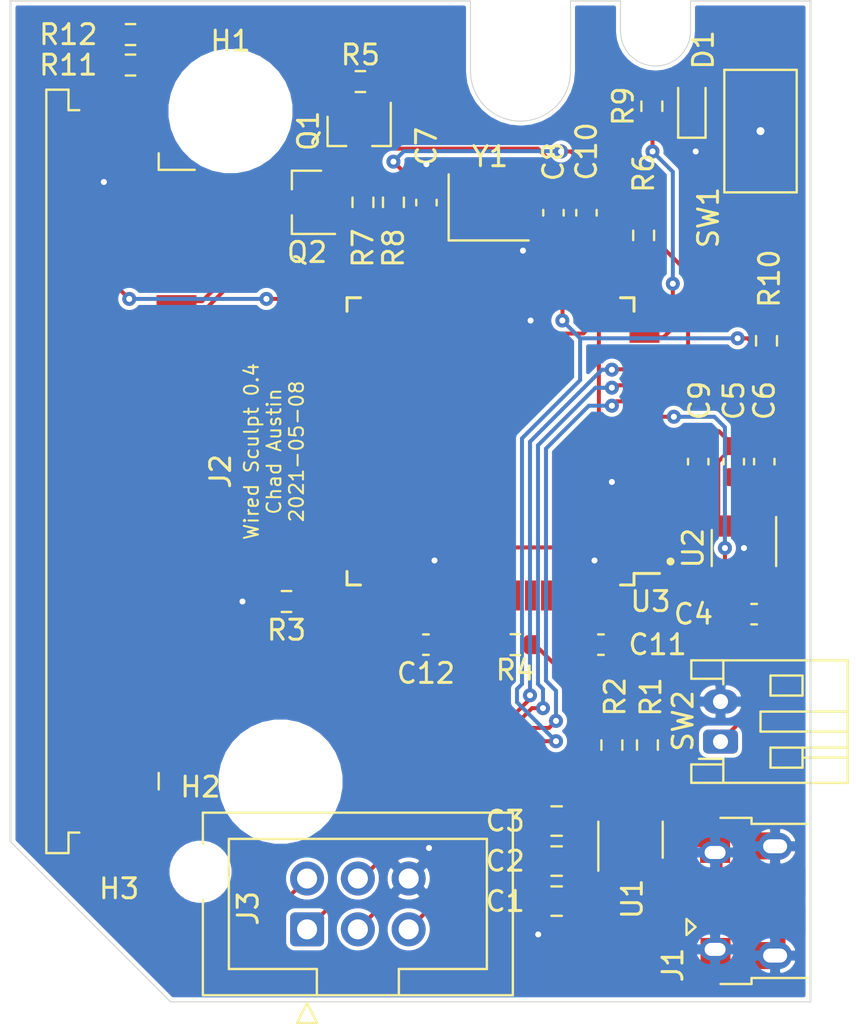
<source format=kicad_pcb>
(kicad_pcb (version 20171130) (host pcbnew "(5.1.8)-1")

  (general
    (thickness 0.8)
    (drawings 15)
    (tracks 465)
    (zones 0)
    (modules 39)
    (nets 74)
  )

  (page A4)
  (layers
    (0 F.Cu signal)
    (31 B.Cu signal)
    (32 B.Adhes user)
    (33 F.Adhes user)
    (34 B.Paste user)
    (35 F.Paste user)
    (36 B.SilkS user)
    (37 F.SilkS user)
    (38 B.Mask user)
    (39 F.Mask user)
    (40 Dwgs.User user)
    (41 Cmts.User user)
    (42 Eco1.User user)
    (43 Eco2.User user)
    (44 Edge.Cuts user)
    (45 Margin user)
    (46 B.CrtYd user)
    (47 F.CrtYd user)
    (48 B.Fab user)
    (49 F.Fab user)
  )

  (setup
    (last_trace_width 0.2)
    (user_trace_width 0.2)
    (user_trace_width 0.4)
    (user_trace_width 0.5)
    (trace_clearance 0.2)
    (zone_clearance 0.2)
    (zone_45_only no)
    (trace_min 0.2)
    (via_size 0.7)
    (via_drill 0.4)
    (via_min_size 0.6)
    (via_min_drill 0.3)
    (user_via 0.7 0.3)
    (user_via 0.9 0.5)
    (uvia_size 0.3)
    (uvia_drill 0.1)
    (uvias_allowed no)
    (uvia_min_size 0.2)
    (uvia_min_drill 0.1)
    (edge_width 0.05)
    (segment_width 0.2)
    (pcb_text_width 0.3)
    (pcb_text_size 1.5 1.5)
    (mod_edge_width 0.12)
    (mod_text_size 1 1)
    (mod_text_width 0.15)
    (pad_size 1.4 1.2)
    (pad_drill 0)
    (pad_to_mask_clearance 0.0508)
    (aux_axis_origin 114 84)
    (grid_origin 114 84)
    (visible_elements 7FFDFFFF)
    (pcbplotparams
      (layerselection 0x010fc_ffffffff)
      (usegerberextensions false)
      (usegerberattributes false)
      (usegerberadvancedattributes true)
      (creategerberjobfile true)
      (excludeedgelayer true)
      (linewidth 0.100000)
      (plotframeref false)
      (viasonmask false)
      (mode 1)
      (useauxorigin false)
      (hpglpennumber 1)
      (hpglpenspeed 20)
      (hpglpendiameter 15.000000)
      (psnegative false)
      (psa4output false)
      (plotreference true)
      (plotvalue false)
      (plotinvisibletext false)
      (padsonsilk false)
      (subtractmaskfromsilk false)
      (outputformat 1)
      (mirror false)
      (drillshape 0)
      (scaleselection 1)
      (outputdirectory "output 2021-05-08/"))
  )

  (net 0 "")
  (net 1 GND)
  (net 2 "Net-(D1-Pad2)")
  (net 3 "Net-(J1-Pad4)")
  (net 4 LED)
  (net 5 MISO)
  (net 6 MOSI)
  (net 7 SCK)
  (net 8 RST)
  (net 9 "Net-(C4-Pad1)")
  (net 10 PE0)
  (net 11 PE1)
  (net 12 PF7)
  (net 13 PF6)
  (net 14 PF5)
  (net 15 PF4)
  (net 16 VBUS)
  (net 17 "Net-(C8-Pad1)")
  (net 18 "Net-(C9-Pad1)")
  (net 19 /Din-)
  (net 20 /Din+)
  (net 21 /Dout+)
  (net 22 /Dout-)
  (net 23 -5V)
  (net 24 RED+)
  (net 25 GREEN-)
  (net 26 /D+)
  (net 27 /D-)
  (net 28 "Net-(Q1-Pad1)")
  (net 29 "Net-(Q1-Pad3)")
  (net 30 "Net-(Q2-Pad1)")
  (net 31 GREEN+)
  (net 32 PB0)
  (net 33 "Net-(C4-Pad2)")
  (net 34 "Net-(C7-Pad1)")
  (net 35 "Net-(J2-Pad4)")
  (net 36 "Net-(J2-Pad5)")
  (net 37 "Net-(J2-Pad6)")
  (net 38 "Net-(J2-Pad7)")
  (net 39 "Net-(J2-Pad8)")
  (net 40 "Net-(J2-Pad11)")
  (net 41 "Net-(J2-Pad12)")
  (net 42 "Net-(J2-Pad13)")
  (net 43 "Net-(J2-Pad14)")
  (net 44 "Net-(J2-Pad15)")
  (net 45 "Net-(J2-Pad16)")
  (net 46 "Net-(J2-Pad17)")
  (net 47 "Net-(J2-Pad18)")
  (net 48 "Net-(J2-Pad19)")
  (net 49 "Net-(J2-Pad20)")
  (net 50 "Net-(J2-Pad21)")
  (net 51 "Net-(J2-Pad22)")
  (net 52 "Net-(J2-Pad23)")
  (net 53 "Net-(J2-Pad24)")
  (net 54 "Net-(J2-Pad25)")
  (net 55 "Net-(J2-Pad26)")
  (net 56 "Net-(R3-Pad1)")
  (net 57 "Net-(R10-Pad2)")
  (net 58 "Net-(U3-Pad1)")
  (net 59 "Net-(U3-Pad2)")
  (net 60 "Net-(U3-Pad9)")
  (net 61 "Net-(U3-Pad14)")
  (net 62 "Net-(U3-Pad18)")
  (net 63 "Net-(U3-Pad19)")
  (net 64 "Net-(U3-Pad25)")
  (net 65 "Net-(U3-Pad26)")
  (net 66 "Net-(U3-Pad27)")
  (net 67 "Net-(U3-Pad58)")
  (net 68 "Net-(U3-Pad59)")
  (net 69 "Net-(U3-Pad60)")
  (net 70 "Net-(U3-Pad61)")
  (net 71 "Net-(U3-Pad62)")
  (net 72 "Net-(J2-Pad2)")
  (net 73 "Net-(J2-Pad3)")

  (net_class Default "This is the default net class."
    (clearance 0.2)
    (trace_width 0.25)
    (via_dia 0.7)
    (via_drill 0.4)
    (uvia_dia 0.3)
    (uvia_drill 0.1)
    (add_net -5V)
    (add_net /D+)
    (add_net /D-)
    (add_net /Din+)
    (add_net /Din-)
    (add_net /Dout+)
    (add_net /Dout-)
    (add_net GND)
    (add_net GREEN+)
    (add_net GREEN-)
    (add_net LED)
    (add_net MISO)
    (add_net MOSI)
    (add_net "Net-(C4-Pad1)")
    (add_net "Net-(C4-Pad2)")
    (add_net "Net-(C7-Pad1)")
    (add_net "Net-(C8-Pad1)")
    (add_net "Net-(C9-Pad1)")
    (add_net "Net-(D1-Pad2)")
    (add_net "Net-(J1-Pad4)")
    (add_net "Net-(J2-Pad11)")
    (add_net "Net-(J2-Pad12)")
    (add_net "Net-(J2-Pad13)")
    (add_net "Net-(J2-Pad14)")
    (add_net "Net-(J2-Pad15)")
    (add_net "Net-(J2-Pad16)")
    (add_net "Net-(J2-Pad17)")
    (add_net "Net-(J2-Pad18)")
    (add_net "Net-(J2-Pad19)")
    (add_net "Net-(J2-Pad2)")
    (add_net "Net-(J2-Pad20)")
    (add_net "Net-(J2-Pad21)")
    (add_net "Net-(J2-Pad22)")
    (add_net "Net-(J2-Pad23)")
    (add_net "Net-(J2-Pad24)")
    (add_net "Net-(J2-Pad25)")
    (add_net "Net-(J2-Pad26)")
    (add_net "Net-(J2-Pad3)")
    (add_net "Net-(J2-Pad4)")
    (add_net "Net-(J2-Pad5)")
    (add_net "Net-(J2-Pad6)")
    (add_net "Net-(J2-Pad7)")
    (add_net "Net-(J2-Pad8)")
    (add_net "Net-(Q1-Pad1)")
    (add_net "Net-(Q1-Pad3)")
    (add_net "Net-(Q2-Pad1)")
    (add_net "Net-(R10-Pad2)")
    (add_net "Net-(R3-Pad1)")
    (add_net "Net-(U3-Pad1)")
    (add_net "Net-(U3-Pad14)")
    (add_net "Net-(U3-Pad18)")
    (add_net "Net-(U3-Pad19)")
    (add_net "Net-(U3-Pad2)")
    (add_net "Net-(U3-Pad25)")
    (add_net "Net-(U3-Pad26)")
    (add_net "Net-(U3-Pad27)")
    (add_net "Net-(U3-Pad58)")
    (add_net "Net-(U3-Pad59)")
    (add_net "Net-(U3-Pad60)")
    (add_net "Net-(U3-Pad61)")
    (add_net "Net-(U3-Pad62)")
    (add_net "Net-(U3-Pad9)")
    (add_net PB0)
    (add_net PE0)
    (add_net PE1)
    (add_net PF4)
    (add_net PF5)
    (add_net PF6)
    (add_net PF7)
    (add_net RED+)
    (add_net RST)
    (add_net SCK)
    (add_net VBUS)
  )

  (net_class Fat ""
    (clearance 0.2)
    (trace_width 0.5)
    (via_dia 0.9)
    (via_drill 0.4)
    (uvia_dia 0.3)
    (uvia_drill 0.1)
  )

  (module Connector_IDC:IDC-Header_2x03_P2.54mm_Vertical (layer F.Cu) (tedit 5EAC9A07) (tstamp 607BECF0)
    (at 134.828 76.38 90)
    (descr "Through hole IDC box header, 2x03, 2.54mm pitch, DIN 41651 / IEC 60603-13, double rows, https://docs.google.com/spreadsheets/d/16SsEcesNF15N3Lb4niX7dcUr-NY5_MFPQhobNuNppn4/edit#gid=0")
    (tags "Through hole vertical IDC box header THT 2x03 2.54mm double row")
    (path /5FC175EC)
    (attr virtual)
    (fp_text reference J3 (at 1.05 -2.95 90) (layer F.SilkS)
      (effects (font (size 1 1) (thickness 0.15)))
    )
    (fp_text value "AVR-ISP-6 - NOT FITTED" (at 1.27 11.18 90) (layer F.Fab)
      (effects (font (size 1 1) (thickness 0.15)))
    )
    (fp_line (start 6.22 -5.6) (end -3.68 -5.6) (layer F.CrtYd) (width 0.05))
    (fp_line (start 6.22 10.69) (end 6.22 -5.6) (layer F.CrtYd) (width 0.05))
    (fp_line (start -3.68 10.69) (end 6.22 10.69) (layer F.CrtYd) (width 0.05))
    (fp_line (start -3.68 -5.6) (end -3.68 10.69) (layer F.CrtYd) (width 0.05))
    (fp_line (start -4.68 0.5) (end -3.68 0) (layer F.SilkS) (width 0.12))
    (fp_line (start -4.68 -0.5) (end -4.68 0.5) (layer F.SilkS) (width 0.12))
    (fp_line (start -3.68 0) (end -4.68 -0.5) (layer F.SilkS) (width 0.12))
    (fp_line (start -1.98 4.59) (end -3.29 4.59) (layer F.SilkS) (width 0.12))
    (fp_line (start -1.98 4.59) (end -1.98 4.59) (layer F.SilkS) (width 0.12))
    (fp_line (start -1.98 8.99) (end -1.98 4.59) (layer F.SilkS) (width 0.12))
    (fp_line (start 4.52 8.99) (end -1.98 8.99) (layer F.SilkS) (width 0.12))
    (fp_line (start 4.52 -3.91) (end 4.52 8.99) (layer F.SilkS) (width 0.12))
    (fp_line (start -1.98 -3.91) (end 4.52 -3.91) (layer F.SilkS) (width 0.12))
    (fp_line (start -1.98 0.49) (end -1.98 -3.91) (layer F.SilkS) (width 0.12))
    (fp_line (start -3.29 0.49) (end -1.98 0.49) (layer F.SilkS) (width 0.12))
    (fp_line (start -3.29 10.29) (end -3.29 -5.21) (layer F.SilkS) (width 0.12))
    (fp_line (start 5.83 10.29) (end -3.29 10.29) (layer F.SilkS) (width 0.12))
    (fp_line (start 5.83 -5.21) (end 5.83 10.29) (layer F.SilkS) (width 0.12))
    (fp_line (start -3.29 -5.21) (end 5.83 -5.21) (layer F.SilkS) (width 0.12))
    (fp_line (start -1.98 4.59) (end -3.18 4.59) (layer F.Fab) (width 0.1))
    (fp_line (start -1.98 4.59) (end -1.98 4.59) (layer F.Fab) (width 0.1))
    (fp_line (start -1.98 8.99) (end -1.98 4.59) (layer F.Fab) (width 0.1))
    (fp_line (start 4.52 8.99) (end -1.98 8.99) (layer F.Fab) (width 0.1))
    (fp_line (start 4.52 -3.91) (end 4.52 8.99) (layer F.Fab) (width 0.1))
    (fp_line (start -1.98 -3.91) (end 4.52 -3.91) (layer F.Fab) (width 0.1))
    (fp_line (start -1.98 0.49) (end -1.98 -3.91) (layer F.Fab) (width 0.1))
    (fp_line (start -3.18 0.49) (end -1.98 0.49) (layer F.Fab) (width 0.1))
    (fp_line (start -3.18 10.18) (end -3.18 -4.1) (layer F.Fab) (width 0.1))
    (fp_line (start 5.72 10.18) (end -3.18 10.18) (layer F.Fab) (width 0.1))
    (fp_line (start 5.72 -5.1) (end 5.72 10.18) (layer F.Fab) (width 0.1))
    (fp_line (start -2.18 -5.1) (end 5.72 -5.1) (layer F.Fab) (width 0.1))
    (fp_line (start -3.18 -4.1) (end -2.18 -5.1) (layer F.Fab) (width 0.1))
    (fp_text user %R (at 1.27 2.54) (layer F.Fab)
      (effects (font (size 1 1) (thickness 0.15)))
    )
    (pad 1 thru_hole roundrect (at 0 0 90) (size 1.7 1.7) (drill 1) (layers *.Cu *.Mask) (roundrect_rratio 0.1470588235294118)
      (net 5 MISO))
    (pad 3 thru_hole circle (at 0 2.54 90) (size 1.7 1.7) (drill 1) (layers *.Cu *.Mask)
      (net 7 SCK))
    (pad 5 thru_hole circle (at 0 5.08 90) (size 1.7 1.7) (drill 1) (layers *.Cu *.Mask)
      (net 8 RST))
    (pad 2 thru_hole circle (at 2.54 0 90) (size 1.7 1.7) (drill 1) (layers *.Cu *.Mask)
      (net 16 VBUS))
    (pad 4 thru_hole circle (at 2.54 2.54 90) (size 1.7 1.7) (drill 1) (layers *.Cu *.Mask)
      (net 6 MOSI))
    (pad 6 thru_hole circle (at 2.54 5.08 90) (size 1.7 1.7) (drill 1) (layers *.Cu *.Mask)
      (net 1 GND))
  )

  (module Capacitor_SMD:C_0603_1608Metric (layer F.Cu) (tedit 5F68FEEE) (tstamp 5FC1E080)
    (at 147.147 40.579 270)
    (descr "Capacitor SMD 0603 (1608 Metric), square (rectangular) end terminal, IPC_7351 nominal, (Body size source: IPC-SM-782 page 76, https://www.pcb-3d.com/wordpress/wp-content/uploads/ipc-sm-782a_amendment_1_and_2.pdf), generated with kicad-footprint-generator")
    (tags capacitor)
    (path /5FC314ED)
    (attr smd)
    (fp_text reference C8 (at -2.553 0 90) (layer F.SilkS)
      (effects (font (size 1 1) (thickness 0.15)))
    )
    (fp_text value 06035A160JAT2A (at 0 1.43 90) (layer F.Fab)
      (effects (font (size 1 1) (thickness 0.15)))
    )
    (fp_line (start -0.8 0.4) (end -0.8 -0.4) (layer F.Fab) (width 0.1))
    (fp_line (start -0.8 -0.4) (end 0.8 -0.4) (layer F.Fab) (width 0.1))
    (fp_line (start 0.8 -0.4) (end 0.8 0.4) (layer F.Fab) (width 0.1))
    (fp_line (start 0.8 0.4) (end -0.8 0.4) (layer F.Fab) (width 0.1))
    (fp_line (start -0.14058 -0.51) (end 0.14058 -0.51) (layer F.SilkS) (width 0.12))
    (fp_line (start -0.14058 0.51) (end 0.14058 0.51) (layer F.SilkS) (width 0.12))
    (fp_line (start -1.48 0.73) (end -1.48 -0.73) (layer F.CrtYd) (width 0.05))
    (fp_line (start -1.48 -0.73) (end 1.48 -0.73) (layer F.CrtYd) (width 0.05))
    (fp_line (start 1.48 -0.73) (end 1.48 0.73) (layer F.CrtYd) (width 0.05))
    (fp_line (start 1.48 0.73) (end -1.48 0.73) (layer F.CrtYd) (width 0.05))
    (fp_text user %R (at 0 1.5 90) (layer F.Fab)
      (effects (font (size 0.4 0.4) (thickness 0.06)))
    )
    (pad 1 smd roundrect (at -0.775 0 270) (size 0.9 0.95) (layers F.Cu F.Paste F.Mask) (roundrect_rratio 0.25)
      (net 17 "Net-(C8-Pad1)"))
    (pad 2 smd roundrect (at 0.775 0 270) (size 0.9 0.95) (layers F.Cu F.Paste F.Mask) (roundrect_rratio 0.25)
      (net 1 GND))
    (model ${KISYS3DMOD}/Capacitor_SMD.3dshapes/C_0603_1608Metric.wrl
      (at (xyz 0 0 0))
      (scale (xyz 1 1 1))
      (rotate (xyz 0 0 0))
    )
  )

  (module Capacitor_SMD:C_0603_1608Metric (layer F.Cu) (tedit 5F68FEEE) (tstamp 6044CC0C)
    (at 140.77 62.156 180)
    (descr "Capacitor SMD 0603 (1608 Metric), square (rectangular) end terminal, IPC_7351 nominal, (Body size source: IPC-SM-782 page 76, https://www.pcb-3d.com/wordpress/wp-content/uploads/ipc-sm-782a_amendment_1_and_2.pdf), generated with kicad-footprint-generator")
    (tags capacitor)
    (path /5FD52940)
    (attr smd)
    (fp_text reference C12 (at 0 -1.43) (layer F.SilkS)
      (effects (font (size 1 1) (thickness 0.15)))
    )
    (fp_text value CL10B104KB8NNNC (at 0 1.43) (layer F.Fab)
      (effects (font (size 1 1) (thickness 0.15)))
    )
    (fp_line (start -0.8 0.4) (end -0.8 -0.4) (layer F.Fab) (width 0.1))
    (fp_line (start -0.8 -0.4) (end 0.8 -0.4) (layer F.Fab) (width 0.1))
    (fp_line (start 0.8 -0.4) (end 0.8 0.4) (layer F.Fab) (width 0.1))
    (fp_line (start 0.8 0.4) (end -0.8 0.4) (layer F.Fab) (width 0.1))
    (fp_line (start -0.14058 -0.51) (end 0.14058 -0.51) (layer F.SilkS) (width 0.12))
    (fp_line (start -0.14058 0.51) (end 0.14058 0.51) (layer F.SilkS) (width 0.12))
    (fp_line (start -1.48 0.73) (end -1.48 -0.73) (layer F.CrtYd) (width 0.05))
    (fp_line (start -1.48 -0.73) (end 1.48 -0.73) (layer F.CrtYd) (width 0.05))
    (fp_line (start 1.48 -0.73) (end 1.48 0.73) (layer F.CrtYd) (width 0.05))
    (fp_line (start 1.48 0.73) (end -1.48 0.73) (layer F.CrtYd) (width 0.05))
    (fp_text user %R (at 0 0) (layer F.Fab)
      (effects (font (size 0.4 0.4) (thickness 0.06)))
    )
    (pad 1 smd roundrect (at -0.775 0 180) (size 0.9 0.95) (layers F.Cu F.Paste F.Mask) (roundrect_rratio 0.25)
      (net 1 GND))
    (pad 2 smd roundrect (at 0.775 0 180) (size 0.9 0.95) (layers F.Cu F.Paste F.Mask) (roundrect_rratio 0.25)
      (net 16 VBUS))
    (model ${KISYS3DMOD}/Capacitor_SMD.3dshapes/C_0603_1608Metric.wrl
      (at (xyz 0 0 0))
      (scale (xyz 1 1 1))
      (rotate (xyz 0 0 0))
    )
  )

  (module Resistor_SMD:R_0603_1608Metric (layer F.Cu) (tedit 5F68FEEE) (tstamp 607BE940)
    (at 152.067 35.257 90)
    (descr "Resistor SMD 0603 (1608 Metric), square (rectangular) end terminal, IPC_7351 nominal, (Body size source: IPC-SM-782 page 72, https://www.pcb-3d.com/wordpress/wp-content/uploads/ipc-sm-782a_amendment_1_and_2.pdf), generated with kicad-footprint-generator")
    (tags resistor)
    (path /5FD29E76)
    (attr smd)
    (fp_text reference R9 (at 0 -1.43 90) (layer F.SilkS)
      (effects (font (size 1 1) (thickness 0.15)))
    )
    (fp_text value ERJ-3GEYJ331V (at 0 1.43 90) (layer F.Fab)
      (effects (font (size 1 1) (thickness 0.15)))
    )
    (fp_line (start -0.8 0.4125) (end -0.8 -0.4125) (layer F.Fab) (width 0.1))
    (fp_line (start -0.8 -0.4125) (end 0.8 -0.4125) (layer F.Fab) (width 0.1))
    (fp_line (start 0.8 -0.4125) (end 0.8 0.4125) (layer F.Fab) (width 0.1))
    (fp_line (start 0.8 0.4125) (end -0.8 0.4125) (layer F.Fab) (width 0.1))
    (fp_line (start -0.237258 -0.5225) (end 0.237258 -0.5225) (layer F.SilkS) (width 0.12))
    (fp_line (start -0.237258 0.5225) (end 0.237258 0.5225) (layer F.SilkS) (width 0.12))
    (fp_line (start -1.48 0.73) (end -1.48 -0.73) (layer F.CrtYd) (width 0.05))
    (fp_line (start -1.48 -0.73) (end 1.48 -0.73) (layer F.CrtYd) (width 0.05))
    (fp_line (start 1.48 -0.73) (end 1.48 0.73) (layer F.CrtYd) (width 0.05))
    (fp_line (start 1.48 0.73) (end -1.48 0.73) (layer F.CrtYd) (width 0.05))
    (fp_text user %R (at 0 0 180) (layer F.Fab)
      (effects (font (size 0.4 0.4) (thickness 0.06)))
    )
    (pad 1 smd roundrect (at -0.825 0 90) (size 0.8 0.95) (layers F.Cu F.Paste F.Mask) (roundrect_rratio 0.25)
      (net 4 LED))
    (pad 2 smd roundrect (at 0.825 0 90) (size 0.8 0.95) (layers F.Cu F.Paste F.Mask) (roundrect_rratio 0.25)
      (net 2 "Net-(D1-Pad2)"))
    (model ${KISYS3DMOD}/Resistor_SMD.3dshapes/R_0603_1608Metric.wrl
      (at (xyz 0 0 0))
      (scale (xyz 1 1 1))
      (rotate (xyz 0 0 0))
    )
  )

  (module Capacitor_SMD:C_0805_2012Metric (layer F.Cu) (tedit 5F68FEEE) (tstamp 607BED6C)
    (at 147.308 70.969)
    (descr "Capacitor SMD 0805 (2012 Metric), square (rectangular) end terminal, IPC_7351 nominal, (Body size source: IPC-SM-782 page 76, https://www.pcb-3d.com/wordpress/wp-content/uploads/ipc-sm-782a_amendment_1_and_2.pdf, https://docs.google.com/spreadsheets/d/1BsfQQcO9C6DZCsRaXUlFlo91Tg2WpOkGARC1WS5S8t0/edit?usp=sharing), generated with kicad-footprint-generator")
    (tags capacitor)
    (path /60488D2D)
    (attr smd)
    (fp_text reference C3 (at -2.574 0) (layer F.SilkS)
      (effects (font (size 1 1) (thickness 0.15)))
    )
    (fp_text value CL21B103KBANNNC (at 0 1.68) (layer F.Fab)
      (effects (font (size 1 1) (thickness 0.15)))
    )
    (fp_line (start -1 0.625) (end -1 -0.625) (layer F.Fab) (width 0.1))
    (fp_line (start -1 -0.625) (end 1 -0.625) (layer F.Fab) (width 0.1))
    (fp_line (start 1 -0.625) (end 1 0.625) (layer F.Fab) (width 0.1))
    (fp_line (start 1 0.625) (end -1 0.625) (layer F.Fab) (width 0.1))
    (fp_line (start -0.261252 -0.735) (end 0.261252 -0.735) (layer F.SilkS) (width 0.12))
    (fp_line (start -0.261252 0.735) (end 0.261252 0.735) (layer F.SilkS) (width 0.12))
    (fp_line (start -1.7 0.98) (end -1.7 -0.98) (layer F.CrtYd) (width 0.05))
    (fp_line (start -1.7 -0.98) (end 1.7 -0.98) (layer F.CrtYd) (width 0.05))
    (fp_line (start 1.7 -0.98) (end 1.7 0.98) (layer F.CrtYd) (width 0.05))
    (fp_line (start 1.7 0.98) (end -1.7 0.98) (layer F.CrtYd) (width 0.05))
    (fp_text user %R (at 0 0) (layer F.Fab)
      (effects (font (size 0.5 0.5) (thickness 0.08)))
    )
    (pad 1 smd roundrect (at -0.95 0) (size 1 1.45) (layers F.Cu F.Paste F.Mask) (roundrect_rratio 0.25)
      (net 1 GND))
    (pad 2 smd roundrect (at 0.95 0) (size 1 1.45) (layers F.Cu F.Paste F.Mask) (roundrect_rratio 0.25)
      (net 16 VBUS))
    (model ${KISYS3DMOD}/Capacitor_SMD.3dshapes/C_0805_2012Metric.wrl
      (at (xyz 0 0 0))
      (scale (xyz 1 1 1))
      (rotate (xyz 0 0 0))
    )
  )

  (module Package_TO_SOT_SMD:SOT-23-6 (layer F.Cu) (tedit 5A02FF57) (tstamp 5FCB389E)
    (at 151 71.9 90)
    (descr "6-pin SOT-23 package")
    (tags SOT-23-6)
    (path /5FCB764B)
    (attr smd)
    (fp_text reference U1 (at -2.956 0.084 90) (layer F.SilkS)
      (effects (font (size 1 1) (thickness 0.15)))
    )
    (fp_text value USBLC6-2SC6 (at 0 2.9 90) (layer F.Fab)
      (effects (font (size 1 1) (thickness 0.15)))
    )
    (fp_line (start -0.9 1.61) (end 0.9 1.61) (layer F.SilkS) (width 0.12))
    (fp_line (start 0.9 -1.61) (end -1.55 -1.61) (layer F.SilkS) (width 0.12))
    (fp_line (start 1.9 -1.8) (end -1.9 -1.8) (layer F.CrtYd) (width 0.05))
    (fp_line (start 1.9 1.8) (end 1.9 -1.8) (layer F.CrtYd) (width 0.05))
    (fp_line (start -1.9 1.8) (end 1.9 1.8) (layer F.CrtYd) (width 0.05))
    (fp_line (start -1.9 -1.8) (end -1.9 1.8) (layer F.CrtYd) (width 0.05))
    (fp_line (start -0.9 -0.9) (end -0.25 -1.55) (layer F.Fab) (width 0.1))
    (fp_line (start 0.9 -1.55) (end -0.25 -1.55) (layer F.Fab) (width 0.1))
    (fp_line (start -0.9 -0.9) (end -0.9 1.55) (layer F.Fab) (width 0.1))
    (fp_line (start 0.9 1.55) (end -0.9 1.55) (layer F.Fab) (width 0.1))
    (fp_line (start 0.9 -1.55) (end 0.9 1.55) (layer F.Fab) (width 0.1))
    (fp_text user %R (at 0 0) (layer F.Fab)
      (effects (font (size 0.5 0.5) (thickness 0.075)))
    )
    (pad 1 smd rect (at -1.1 -0.95 90) (size 1.06 0.65) (layers F.Cu F.Paste F.Mask)
      (net 19 /Din-))
    (pad 2 smd rect (at -1.1 0 90) (size 1.06 0.65) (layers F.Cu F.Paste F.Mask)
      (net 1 GND))
    (pad 3 smd rect (at -1.1 0.95 90) (size 1.06 0.65) (layers F.Cu F.Paste F.Mask)
      (net 20 /Din+))
    (pad 4 smd rect (at 1.1 0.95 90) (size 1.06 0.65) (layers F.Cu F.Paste F.Mask)
      (net 21 /Dout+))
    (pad 6 smd rect (at 1.1 -0.95 90) (size 1.06 0.65) (layers F.Cu F.Paste F.Mask)
      (net 22 /Dout-))
    (pad 5 smd rect (at 1.1 0 90) (size 1.06 0.65) (layers F.Cu F.Paste F.Mask)
      (net 16 VBUS))
    (model ${KISYS3DMOD}/Package_TO_SOT_SMD.3dshapes/SOT-23-6.wrl
      (at (xyz 0 0 0))
      (scale (xyz 1 1 1))
      (rotate (xyz 0 0 0))
    )
  )

  (module Package_QFP:TQFP-64_14x14mm_P0.8mm (layer F.Cu) (tedit 5A02F146) (tstamp 5FC1F739)
    (at 144 52 180)
    (descr "64-Lead Plastic Thin Quad Flatpack (PF) - 14x14x1 mm Body, 2.00 mm [TQFP] (see Microchip Packaging Specification 00000049BS.pdf)")
    (tags "QFP 0.8")
    (path /5FC15265)
    (attr smd)
    (fp_text reference U3 (at -8 -8) (layer F.SilkS)
      (effects (font (size 1 1) (thickness 0.15)))
    )
    (fp_text value AT90USB1286-AU (at 0 9.45) (layer F.Fab)
      (effects (font (size 1 1) (thickness 0.15)))
    )
    (fp_line (start -6 -7) (end 7 -7) (layer F.Fab) (width 0.15))
    (fp_line (start 7 -7) (end 7 7) (layer F.Fab) (width 0.15))
    (fp_line (start 7 7) (end -7 7) (layer F.Fab) (width 0.15))
    (fp_line (start -7 7) (end -7 -6) (layer F.Fab) (width 0.15))
    (fp_line (start -7 -6) (end -6 -7) (layer F.Fab) (width 0.15))
    (fp_line (start -8.7 -8.7) (end -8.7 8.7) (layer F.CrtYd) (width 0.05))
    (fp_line (start 8.7 -8.7) (end 8.7 8.7) (layer F.CrtYd) (width 0.05))
    (fp_line (start -8.7 -8.7) (end 8.7 -8.7) (layer F.CrtYd) (width 0.05))
    (fp_line (start -8.7 8.7) (end 8.7 8.7) (layer F.CrtYd) (width 0.05))
    (fp_line (start -7.175 -7.175) (end -7.175 -6.6) (layer F.SilkS) (width 0.15))
    (fp_line (start 7.175 -7.175) (end 7.175 -6.5) (layer F.SilkS) (width 0.15))
    (fp_line (start 7.175 7.175) (end 7.175 6.5) (layer F.SilkS) (width 0.15))
    (fp_line (start -7.175 7.175) (end -7.175 6.5) (layer F.SilkS) (width 0.15))
    (fp_line (start -7.175 -7.175) (end -6.5 -7.175) (layer F.SilkS) (width 0.15))
    (fp_line (start -7.175 7.175) (end -6.5 7.175) (layer F.SilkS) (width 0.15))
    (fp_line (start 7.175 7.175) (end 6.5 7.175) (layer F.SilkS) (width 0.15))
    (fp_line (start 7.175 -7.175) (end 6.5 -7.175) (layer F.SilkS) (width 0.15))
    (fp_line (start -7.175 -6.6) (end -8.45 -6.6) (layer F.SilkS) (width 0.15))
    (fp_text user %R (at 0 0) (layer F.Fab)
      (effects (font (size 1 1) (thickness 0.15)))
    )
    (pad 1 smd rect (at -7.7 -6 180) (size 1.5 0.55) (layers F.Cu F.Paste F.Mask)
      (net 58 "Net-(U3-Pad1)"))
    (pad 2 smd rect (at -7.7 -5.2 180) (size 1.5 0.55) (layers F.Cu F.Paste F.Mask)
      (net 59 "Net-(U3-Pad2)"))
    (pad 3 smd rect (at -7.7 -4.4 180) (size 1.5 0.55) (layers F.Cu F.Paste F.Mask)
      (net 16 VBUS))
    (pad 4 smd rect (at -7.7 -3.6 180) (size 1.5 0.55) (layers F.Cu F.Paste F.Mask)
      (net 27 /D-))
    (pad 5 smd rect (at -7.7 -2.8 180) (size 1.5 0.55) (layers F.Cu F.Paste F.Mask)
      (net 26 /D+))
    (pad 6 smd rect (at -7.7 -2 180) (size 1.5 0.55) (layers F.Cu F.Paste F.Mask)
      (net 1 GND))
    (pad 7 smd rect (at -7.7 -1.2 180) (size 1.5 0.55) (layers F.Cu F.Paste F.Mask)
      (net 18 "Net-(C9-Pad1)"))
    (pad 8 smd rect (at -7.7 -0.4 180) (size 1.5 0.55) (layers F.Cu F.Paste F.Mask)
      (net 16 VBUS))
    (pad 9 smd rect (at -7.7 0.4 180) (size 1.5 0.55) (layers F.Cu F.Paste F.Mask)
      (net 60 "Net-(U3-Pad9)"))
    (pad 10 smd rect (at -7.7 1.2 180) (size 1.5 0.55) (layers F.Cu F.Paste F.Mask)
      (net 32 PB0))
    (pad 11 smd rect (at -7.7 2 180) (size 1.5 0.55) (layers F.Cu F.Paste F.Mask)
      (net 7 SCK))
    (pad 12 smd rect (at -7.7 2.8 180) (size 1.5 0.55) (layers F.Cu F.Paste F.Mask)
      (net 6 MOSI))
    (pad 13 smd rect (at -7.7 3.6 180) (size 1.5 0.55) (layers F.Cu F.Paste F.Mask)
      (net 5 MISO))
    (pad 14 smd rect (at -7.7 4.4 180) (size 1.5 0.55) (layers F.Cu F.Paste F.Mask)
      (net 61 "Net-(U3-Pad14)"))
    (pad 15 smd rect (at -7.7 5.2 180) (size 1.5 0.55) (layers F.Cu F.Paste F.Mask)
      (net 4 LED))
    (pad 16 smd rect (at -7.7 6 180) (size 1.5 0.55) (layers F.Cu F.Paste F.Mask)
      (net 31 GREEN+))
    (pad 17 smd rect (at -6 7.7 270) (size 1.5 0.55) (layers F.Cu F.Paste F.Mask)
      (net 24 RED+))
    (pad 18 smd rect (at -5.2 7.7 270) (size 1.5 0.55) (layers F.Cu F.Paste F.Mask)
      (net 62 "Net-(U3-Pad18)"))
    (pad 19 smd rect (at -4.4 7.7 270) (size 1.5 0.55) (layers F.Cu F.Paste F.Mask)
      (net 63 "Net-(U3-Pad19)"))
    (pad 20 smd rect (at -3.6 7.7 270) (size 1.5 0.55) (layers F.Cu F.Paste F.Mask)
      (net 8 RST))
    (pad 21 smd rect (at -2.8 7.7 270) (size 1.5 0.55) (layers F.Cu F.Paste F.Mask)
      (net 16 VBUS))
    (pad 22 smd rect (at -2 7.7 270) (size 1.5 0.55) (layers F.Cu F.Paste F.Mask)
      (net 1 GND))
    (pad 23 smd rect (at -1.2 7.7 270) (size 1.5 0.55) (layers F.Cu F.Paste F.Mask)
      (net 17 "Net-(C8-Pad1)"))
    (pad 24 smd rect (at -0.4 7.7 270) (size 1.5 0.55) (layers F.Cu F.Paste F.Mask)
      (net 34 "Net-(C7-Pad1)"))
    (pad 25 smd rect (at 0.4 7.7 270) (size 1.5 0.55) (layers F.Cu F.Paste F.Mask)
      (net 64 "Net-(U3-Pad25)"))
    (pad 26 smd rect (at 1.2 7.7 270) (size 1.5 0.55) (layers F.Cu F.Paste F.Mask)
      (net 65 "Net-(U3-Pad26)"))
    (pad 27 smd rect (at 2 7.7 270) (size 1.5 0.55) (layers F.Cu F.Paste F.Mask)
      (net 66 "Net-(U3-Pad27)"))
    (pad 28 smd rect (at 2.8 7.7 270) (size 1.5 0.55) (layers F.Cu F.Paste F.Mask)
      (net 35 "Net-(J2-Pad4)"))
    (pad 29 smd rect (at 3.6 7.7 270) (size 1.5 0.55) (layers F.Cu F.Paste F.Mask)
      (net 36 "Net-(J2-Pad5)"))
    (pad 30 smd rect (at 4.4 7.7 270) (size 1.5 0.55) (layers F.Cu F.Paste F.Mask)
      (net 37 "Net-(J2-Pad6)"))
    (pad 31 smd rect (at 5.2 7.7 270) (size 1.5 0.55) (layers F.Cu F.Paste F.Mask)
      (net 38 "Net-(J2-Pad7)"))
    (pad 32 smd rect (at 6 7.7 270) (size 1.5 0.55) (layers F.Cu F.Paste F.Mask)
      (net 39 "Net-(J2-Pad8)"))
    (pad 33 smd rect (at 7.7 6 180) (size 1.5 0.55) (layers F.Cu F.Paste F.Mask)
      (net 10 PE0))
    (pad 34 smd rect (at 7.7 5.2 180) (size 1.5 0.55) (layers F.Cu F.Paste F.Mask)
      (net 11 PE1))
    (pad 35 smd rect (at 7.7 4.4 180) (size 1.5 0.55) (layers F.Cu F.Paste F.Mask)
      (net 40 "Net-(J2-Pad11)"))
    (pad 36 smd rect (at 7.7 3.6 180) (size 1.5 0.55) (layers F.Cu F.Paste F.Mask)
      (net 41 "Net-(J2-Pad12)"))
    (pad 37 smd rect (at 7.7 2.8 180) (size 1.5 0.55) (layers F.Cu F.Paste F.Mask)
      (net 42 "Net-(J2-Pad13)"))
    (pad 38 smd rect (at 7.7 2 180) (size 1.5 0.55) (layers F.Cu F.Paste F.Mask)
      (net 43 "Net-(J2-Pad14)"))
    (pad 39 smd rect (at 7.7 1.2 180) (size 1.5 0.55) (layers F.Cu F.Paste F.Mask)
      (net 44 "Net-(J2-Pad15)"))
    (pad 40 smd rect (at 7.7 0.4 180) (size 1.5 0.55) (layers F.Cu F.Paste F.Mask)
      (net 45 "Net-(J2-Pad16)"))
    (pad 41 smd rect (at 7.7 -0.4 180) (size 1.5 0.55) (layers F.Cu F.Paste F.Mask)
      (net 46 "Net-(J2-Pad17)"))
    (pad 42 smd rect (at 7.7 -1.2 180) (size 1.5 0.55) (layers F.Cu F.Paste F.Mask)
      (net 47 "Net-(J2-Pad18)"))
    (pad 43 smd rect (at 7.7 -2 180) (size 1.5 0.55) (layers F.Cu F.Paste F.Mask)
      (net 56 "Net-(R3-Pad1)"))
    (pad 44 smd rect (at 7.7 -2.8 180) (size 1.5 0.55) (layers F.Cu F.Paste F.Mask)
      (net 48 "Net-(J2-Pad19)"))
    (pad 45 smd rect (at 7.7 -3.6 180) (size 1.5 0.55) (layers F.Cu F.Paste F.Mask)
      (net 49 "Net-(J2-Pad20)"))
    (pad 46 smd rect (at 7.7 -4.4 180) (size 1.5 0.55) (layers F.Cu F.Paste F.Mask)
      (net 50 "Net-(J2-Pad21)"))
    (pad 47 smd rect (at 7.7 -5.2 180) (size 1.5 0.55) (layers F.Cu F.Paste F.Mask)
      (net 51 "Net-(J2-Pad22)"))
    (pad 48 smd rect (at 7.7 -6 180) (size 1.5 0.55) (layers F.Cu F.Paste F.Mask)
      (net 52 "Net-(J2-Pad23)"))
    (pad 49 smd rect (at 6 -7.7 270) (size 1.5 0.55) (layers F.Cu F.Paste F.Mask)
      (net 53 "Net-(J2-Pad24)"))
    (pad 50 smd rect (at 5.2 -7.7 270) (size 1.5 0.55) (layers F.Cu F.Paste F.Mask)
      (net 54 "Net-(J2-Pad25)"))
    (pad 51 smd rect (at 4.4 -7.7 270) (size 1.5 0.55) (layers F.Cu F.Paste F.Mask)
      (net 55 "Net-(J2-Pad26)"))
    (pad 52 smd rect (at 3.6 -7.7 270) (size 1.5 0.55) (layers F.Cu F.Paste F.Mask)
      (net 16 VBUS))
    (pad 53 smd rect (at 2.8 -7.7 270) (size 1.5 0.55) (layers F.Cu F.Paste F.Mask)
      (net 1 GND))
    (pad 54 smd rect (at 2 -7.7 270) (size 1.5 0.55) (layers F.Cu F.Paste F.Mask)
      (net 12 PF7))
    (pad 55 smd rect (at 1.2 -7.7 270) (size 1.5 0.55) (layers F.Cu F.Paste F.Mask)
      (net 13 PF6))
    (pad 56 smd rect (at 0.4 -7.7 270) (size 1.5 0.55) (layers F.Cu F.Paste F.Mask)
      (net 14 PF5))
    (pad 57 smd rect (at -0.4 -7.7 270) (size 1.5 0.55) (layers F.Cu F.Paste F.Mask)
      (net 15 PF4))
    (pad 58 smd rect (at -1.2 -7.7 270) (size 1.5 0.55) (layers F.Cu F.Paste F.Mask)
      (net 67 "Net-(U3-Pad58)"))
    (pad 59 smd rect (at -2 -7.7 270) (size 1.5 0.55) (layers F.Cu F.Paste F.Mask)
      (net 68 "Net-(U3-Pad59)"))
    (pad 60 smd rect (at -2.8 -7.7 270) (size 1.5 0.55) (layers F.Cu F.Paste F.Mask)
      (net 69 "Net-(U3-Pad60)"))
    (pad 61 smd rect (at -3.6 -7.7 270) (size 1.5 0.55) (layers F.Cu F.Paste F.Mask)
      (net 70 "Net-(U3-Pad61)"))
    (pad 62 smd rect (at -4.4 -7.7 270) (size 1.5 0.55) (layers F.Cu F.Paste F.Mask)
      (net 71 "Net-(U3-Pad62)"))
    (pad 63 smd rect (at -5.2 -7.7 270) (size 1.5 0.55) (layers F.Cu F.Paste F.Mask)
      (net 1 GND))
    (pad 64 smd rect (at -6 -7.7 270) (size 1.5 0.55) (layers F.Cu F.Paste F.Mask)
      (net 16 VBUS))
    (model ${KISYS3DMOD}/Package_QFP.3dshapes/TQFP-64_14x14mm_P0.8mm.wrl
      (at (xyz 0 0 0))
      (scale (xyz 1 1 1))
      (rotate (xyz 0 0 0))
    )
  )

  (module Resistor_SMD:R_0603_1608Metric (layer F.Cu) (tedit 5F68FEEE) (tstamp 5FC1E12B)
    (at 151.846 67.173 270)
    (descr "Resistor SMD 0603 (1608 Metric), square (rectangular) end terminal, IPC_7351 nominal, (Body size source: IPC-SM-782 page 72, https://www.pcb-3d.com/wordpress/wp-content/uploads/ipc-sm-782a_amendment_1_and_2.pdf), generated with kicad-footprint-generator")
    (tags resistor)
    (path /5FC254CD)
    (attr smd)
    (fp_text reference R1 (at -2.405 -0.17 90) (layer F.SilkS)
      (effects (font (size 1 1) (thickness 0.15)))
    )
    (fp_text value ERJ-PA3F22R0V (at 0 1.43 90) (layer F.Fab)
      (effects (font (size 1 1) (thickness 0.15)))
    )
    (fp_line (start -0.8 0.4125) (end -0.8 -0.4125) (layer F.Fab) (width 0.1))
    (fp_line (start -0.8 -0.4125) (end 0.8 -0.4125) (layer F.Fab) (width 0.1))
    (fp_line (start 0.8 -0.4125) (end 0.8 0.4125) (layer F.Fab) (width 0.1))
    (fp_line (start 0.8 0.4125) (end -0.8 0.4125) (layer F.Fab) (width 0.1))
    (fp_line (start -0.237258 -0.5225) (end 0.237258 -0.5225) (layer F.SilkS) (width 0.12))
    (fp_line (start -0.237258 0.5225) (end 0.237258 0.5225) (layer F.SilkS) (width 0.12))
    (fp_line (start -1.48 0.73) (end -1.48 -0.73) (layer F.CrtYd) (width 0.05))
    (fp_line (start -1.48 -0.73) (end 1.48 -0.73) (layer F.CrtYd) (width 0.05))
    (fp_line (start 1.48 -0.73) (end 1.48 0.73) (layer F.CrtYd) (width 0.05))
    (fp_line (start 1.48 0.73) (end -1.48 0.73) (layer F.CrtYd) (width 0.05))
    (fp_text user %R (at 0 0 90) (layer F.Fab)
      (effects (font (size 0.4 0.4) (thickness 0.06)))
    )
    (pad 1 smd roundrect (at -0.825 0 270) (size 0.8 0.95) (layers F.Cu F.Paste F.Mask) (roundrect_rratio 0.25)
      (net 26 /D+))
    (pad 2 smd roundrect (at 0.825 0 270) (size 0.8 0.95) (layers F.Cu F.Paste F.Mask) (roundrect_rratio 0.25)
      (net 21 /Dout+))
    (model ${KISYS3DMOD}/Resistor_SMD.3dshapes/R_0603_1608Metric.wrl
      (at (xyz 0 0 0))
      (scale (xyz 1 1 1))
      (rotate (xyz 0 0 0))
    )
  )

  (module Connector_FFC-FPC:TE_3-84952-0_1x30-1MP_P1.0mm_Horizontal (layer F.Cu) (tedit 5FF61787) (tstamp 5FC5D0FE)
    (at 126.5 53.5 270)
    (descr "TE FPC connector, 30 bottom-side contacts, 1.0mm pitch, 1.0mm height, SMT, http://www.te.com/commerce/DocumentDelivery/DDEController?Action=srchrtrv&DocNm=84952&DocType=Customer+Drawing&DocLang=English&DocFormat=pdf&PartCntxt=84952-4")
    (tags "te fpc 84952")
    (path /5FC5FC5B)
    (attr smd)
    (fp_text reference J2 (at 0 -4 90) (layer F.SilkS)
      (effects (font (size 1 1) (thickness 0.15)))
    )
    (fp_text value FFC3B07-30-T (at 0 7.7 90) (layer F.Fab)
      (effects (font (size 1 1) (thickness 0.15)))
    )
    (fp_line (start 19.46 -3.3) (end -19.46 -3.3) (layer F.CrtYd) (width 0.05))
    (fp_line (start 19.46 7) (end 19.46 -3.3) (layer F.CrtYd) (width 0.05))
    (fp_line (start -19.46 7) (end 19.46 7) (layer F.CrtYd) (width 0.05))
    (fp_line (start -19.46 -3.3) (end -19.46 7) (layer F.CrtYd) (width 0.05))
    (fp_line (start 15.065 -0.91) (end 15.89 -0.91) (layer F.SilkS) (width 0.12))
    (fp_line (start -15.065 -0.91) (end -15.065 -2.71) (layer F.SilkS) (width 0.12))
    (fp_line (start -15.89 -0.91) (end -15.065 -0.91) (layer F.SilkS) (width 0.12))
    (fp_line (start -18.045 3.6) (end -18.045 3.06) (layer F.SilkS) (width 0.12))
    (fp_line (start -19.07 3.6) (end -18.045 3.6) (layer F.SilkS) (width 0.12))
    (fp_line (start -19.07 4.71) (end -19.07 3.6) (layer F.SilkS) (width 0.12))
    (fp_line (start 19.07 4.71) (end -19.07 4.71) (layer F.SilkS) (width 0.12))
    (fp_line (start 19.07 3.6) (end 19.07 4.71) (layer F.SilkS) (width 0.12))
    (fp_line (start 18.045 3.6) (end 19.07 3.6) (layer F.SilkS) (width 0.12))
    (fp_line (start 18.045 3.06) (end 18.045 3.6) (layer F.SilkS) (width 0.12))
    (fp_line (start -17.935 5.61) (end -17.935 4.6) (layer F.Fab) (width 0.1))
    (fp_line (start -18.96 5.61) (end -17.935 5.61) (layer F.Fab) (width 0.1))
    (fp_line (start -18.96 6.5) (end -18.96 5.61) (layer F.Fab) (width 0.1))
    (fp_line (start 18.96 6.5) (end -18.96 6.5) (layer F.Fab) (width 0.1))
    (fp_line (start 18.96 5.61) (end 18.96 6.5) (layer F.Fab) (width 0.1))
    (fp_line (start 17.935 5.61) (end 18.96 5.61) (layer F.Fab) (width 0.1))
    (fp_line (start 17.935 4.6) (end 17.935 5.61) (layer F.Fab) (width 0.1))
    (fp_line (start -14.5 0.2) (end -14 -0.8) (layer F.Fab) (width 0.1))
    (fp_line (start -15 -0.8) (end -14.5 0.2) (layer F.Fab) (width 0.1))
    (fp_line (start -17.935 3.71) (end -17.935 -0.8) (layer F.Fab) (width 0.1))
    (fp_line (start -18.96 3.71) (end -17.935 3.71) (layer F.Fab) (width 0.1))
    (fp_line (start -18.96 4.6) (end -18.96 3.71) (layer F.Fab) (width 0.1))
    (fp_line (start 18.96 4.6) (end -18.96 4.6) (layer F.Fab) (width 0.1))
    (fp_line (start 18.96 3.71) (end 18.96 4.6) (layer F.Fab) (width 0.1))
    (fp_line (start 17.935 3.71) (end 18.96 3.71) (layer F.Fab) (width 0.1))
    (fp_line (start 17.935 -0.8) (end 17.935 3.71) (layer F.Fab) (width 0.1))
    (fp_line (start -17.935 -0.8) (end 17.935 -0.8) (layer F.Fab) (width 0.1))
    (fp_text user %R (at 0 1.9 90) (layer F.Fab)
      (effects (font (size 1 1) (thickness 0.15)))
    )
    (pad 1 smd rect (at -14.5 -1.8 270) (size 0.61 2) (layers F.Cu F.Paste F.Mask)
      (net 1 GND))
    (pad 2 smd rect (at -13.5 -1.8 270) (size 0.61 2) (layers F.Cu F.Paste F.Mask)
      (net 72 "Net-(J2-Pad2)"))
    (pad 3 smd rect (at -12.5 -1.8 270) (size 0.61 2) (layers F.Cu F.Paste F.Mask)
      (net 73 "Net-(J2-Pad3)"))
    (pad 4 smd rect (at -11.5 -1.8 270) (size 0.61 2) (layers F.Cu F.Paste F.Mask)
      (net 35 "Net-(J2-Pad4)"))
    (pad 5 smd rect (at -10.5 -1.8 270) (size 0.61 2) (layers F.Cu F.Paste F.Mask)
      (net 36 "Net-(J2-Pad5)"))
    (pad 6 smd rect (at -9.5 -1.8 270) (size 0.61 2) (layers F.Cu F.Paste F.Mask)
      (net 37 "Net-(J2-Pad6)"))
    (pad 7 smd rect (at -8.5 -1.8 270) (size 0.61 2) (layers F.Cu F.Paste F.Mask)
      (net 38 "Net-(J2-Pad7)"))
    (pad 8 smd rect (at -7.5 -1.8 270) (size 0.61 2) (layers F.Cu F.Paste F.Mask)
      (net 39 "Net-(J2-Pad8)"))
    (pad 9 smd rect (at -6.5 -1.8 270) (size 0.61 2) (layers F.Cu F.Paste F.Mask)
      (net 10 PE0))
    (pad 10 smd rect (at -5.5 -1.8 270) (size 0.61 2) (layers F.Cu F.Paste F.Mask)
      (net 11 PE1))
    (pad 11 smd rect (at -4.5 -1.8 270) (size 0.61 2) (layers F.Cu F.Paste F.Mask)
      (net 40 "Net-(J2-Pad11)"))
    (pad 12 smd rect (at -3.5 -1.8 270) (size 0.61 2) (layers F.Cu F.Paste F.Mask)
      (net 41 "Net-(J2-Pad12)"))
    (pad 13 smd rect (at -2.5 -1.8 270) (size 0.61 2) (layers F.Cu F.Paste F.Mask)
      (net 42 "Net-(J2-Pad13)"))
    (pad 14 smd rect (at -1.5 -1.8 270) (size 0.61 2) (layers F.Cu F.Paste F.Mask)
      (net 43 "Net-(J2-Pad14)"))
    (pad 15 smd rect (at -0.5 -1.8 270) (size 0.61 2) (layers F.Cu F.Paste F.Mask)
      (net 44 "Net-(J2-Pad15)"))
    (pad 16 smd rect (at 0.5 -1.8 270) (size 0.61 2) (layers F.Cu F.Paste F.Mask)
      (net 45 "Net-(J2-Pad16)"))
    (pad 17 smd rect (at 1.5 -1.8 270) (size 0.61 2) (layers F.Cu F.Paste F.Mask)
      (net 46 "Net-(J2-Pad17)"))
    (pad 18 smd rect (at 2.5 -1.8 270) (size 0.61 2) (layers F.Cu F.Paste F.Mask)
      (net 47 "Net-(J2-Pad18)"))
    (pad 19 smd rect (at 3.5 -1.8 270) (size 0.61 2) (layers F.Cu F.Paste F.Mask)
      (net 48 "Net-(J2-Pad19)"))
    (pad 20 smd rect (at 4.5 -1.8 270) (size 0.61 2) (layers F.Cu F.Paste F.Mask)
      (net 49 "Net-(J2-Pad20)"))
    (pad 21 smd rect (at 5.5 -1.8 270) (size 0.61 2) (layers F.Cu F.Paste F.Mask)
      (net 50 "Net-(J2-Pad21)"))
    (pad 22 smd rect (at 6.5 -1.8 270) (size 0.61 2) (layers F.Cu F.Paste F.Mask)
      (net 51 "Net-(J2-Pad22)"))
    (pad 23 smd rect (at 7.5 -1.8 270) (size 0.61 2) (layers F.Cu F.Paste F.Mask)
      (net 52 "Net-(J2-Pad23)"))
    (pad 24 smd rect (at 8.5 -1.8 270) (size 0.61 2) (layers F.Cu F.Paste F.Mask)
      (net 53 "Net-(J2-Pad24)"))
    (pad 25 smd rect (at 9.5 -1.8 270) (size 0.61 2) (layers F.Cu F.Paste F.Mask)
      (net 54 "Net-(J2-Pad25)"))
    (pad 26 smd rect (at 10.5 -1.8 270) (size 0.61 2) (layers F.Cu F.Paste F.Mask)
      (net 55 "Net-(J2-Pad26)"))
    (pad 27 smd rect (at 11.5 -1.8 270) (size 0.61 2) (layers F.Cu F.Paste F.Mask)
      (net 12 PF7))
    (pad 28 smd rect (at 12.5 -1.8 270) (size 0.61 2) (layers F.Cu F.Paste F.Mask)
      (net 13 PF6))
    (pad 29 smd rect (at 13.5 -1.8 270) (size 0.61 2) (layers F.Cu F.Paste F.Mask)
      (net 14 PF5))
    (pad 30 smd rect (at 14.5 -1.8 270) (size 0.61 2) (layers F.Cu F.Paste F.Mask)
      (net 15 PF4))
    (pad MP smd rect (at -17.49 1 270) (size 2.68 3.6) (layers F.Cu F.Paste F.Mask Eco2.User))
    (pad MP smd rect (at 17.49 1 270) (size 2.68 3.6) (layers F.Cu F.Paste F.Mask))
    (model ${KISYS3DMOD}/Connector_FFC-FPC.3dshapes/TE_3-84952-0_1x30-1MP_P1.0mm_Horizontal.wrl
      (at (xyz 0 0 0))
      (scale (xyz 1 1 1))
      (rotate (xyz 0 0 0))
    )
  )

  (module Capacitor_SMD:C_0603_1608Metric (layer F.Cu) (tedit 5F68FEEE) (tstamp 5FC1E06F)
    (at 140.797 40.071 90)
    (descr "Capacitor SMD 0603 (1608 Metric), square (rectangular) end terminal, IPC_7351 nominal, (Body size source: IPC-SM-782 page 76, https://www.pcb-3d.com/wordpress/wp-content/uploads/ipc-sm-782a_amendment_1_and_2.pdf), generated with kicad-footprint-generator")
    (tags capacitor)
    (path /5FC30E75)
    (attr smd)
    (fp_text reference C7 (at 2.807 0 90) (layer F.SilkS)
      (effects (font (size 1 1) (thickness 0.15)))
    )
    (fp_text value 06035A160JAT2A (at 0 1.43 90) (layer F.Fab)
      (effects (font (size 1 1) (thickness 0.15)))
    )
    (fp_line (start 1.48 0.73) (end -1.48 0.73) (layer F.CrtYd) (width 0.05))
    (fp_line (start 1.48 -0.73) (end 1.48 0.73) (layer F.CrtYd) (width 0.05))
    (fp_line (start -1.48 -0.73) (end 1.48 -0.73) (layer F.CrtYd) (width 0.05))
    (fp_line (start -1.48 0.73) (end -1.48 -0.73) (layer F.CrtYd) (width 0.05))
    (fp_line (start -0.14058 0.51) (end 0.14058 0.51) (layer F.SilkS) (width 0.12))
    (fp_line (start -0.14058 -0.51) (end 0.14058 -0.51) (layer F.SilkS) (width 0.12))
    (fp_line (start 0.8 0.4) (end -0.8 0.4) (layer F.Fab) (width 0.1))
    (fp_line (start 0.8 -0.4) (end 0.8 0.4) (layer F.Fab) (width 0.1))
    (fp_line (start -0.8 -0.4) (end 0.8 -0.4) (layer F.Fab) (width 0.1))
    (fp_line (start -0.8 0.4) (end -0.8 -0.4) (layer F.Fab) (width 0.1))
    (fp_text user %R (at 0 0 90) (layer F.Fab)
      (effects (font (size 0.4 0.4) (thickness 0.06)))
    )
    (pad 2 smd roundrect (at 0.775 0 90) (size 0.9 0.95) (layers F.Cu F.Paste F.Mask) (roundrect_rratio 0.25)
      (net 1 GND))
    (pad 1 smd roundrect (at -0.775 0 90) (size 0.9 0.95) (layers F.Cu F.Paste F.Mask) (roundrect_rratio 0.25)
      (net 34 "Net-(C7-Pad1)"))
    (model ${KISYS3DMOD}/Capacitor_SMD.3dshapes/C_0603_1608Metric.wrl
      (at (xyz 0 0 0))
      (scale (xyz 1 1 1))
      (rotate (xyz 0 0 0))
    )
  )

  (module Capacitor_SMD:C_0603_1608Metric (layer F.Cu) (tedit 5F68FEEE) (tstamp 5FC1E091)
    (at 154.386 53.012 270)
    (descr "Capacitor SMD 0603 (1608 Metric), square (rectangular) end terminal, IPC_7351 nominal, (Body size source: IPC-SM-782 page 76, https://www.pcb-3d.com/wordpress/wp-content/uploads/ipc-sm-782a_amendment_1_and_2.pdf), generated with kicad-footprint-generator")
    (tags capacitor)
    (path /5FC36D2E)
    (attr smd)
    (fp_text reference C9 (at -3.048 -0.0635 90) (layer F.SilkS)
      (effects (font (size 1 1) (thickness 0.15)))
    )
    (fp_text value CL10A105KA8NNNC (at 0 1.43 90) (layer F.Fab)
      (effects (font (size 1 1) (thickness 0.15)))
    )
    (fp_line (start -0.8 0.4) (end -0.8 -0.4) (layer F.Fab) (width 0.1))
    (fp_line (start -0.8 -0.4) (end 0.8 -0.4) (layer F.Fab) (width 0.1))
    (fp_line (start 0.8 -0.4) (end 0.8 0.4) (layer F.Fab) (width 0.1))
    (fp_line (start 0.8 0.4) (end -0.8 0.4) (layer F.Fab) (width 0.1))
    (fp_line (start -0.14058 -0.51) (end 0.14058 -0.51) (layer F.SilkS) (width 0.12))
    (fp_line (start -0.14058 0.51) (end 0.14058 0.51) (layer F.SilkS) (width 0.12))
    (fp_line (start -1.48 0.73) (end -1.48 -0.73) (layer F.CrtYd) (width 0.05))
    (fp_line (start -1.48 -0.73) (end 1.48 -0.73) (layer F.CrtYd) (width 0.05))
    (fp_line (start 1.48 -0.73) (end 1.48 0.73) (layer F.CrtYd) (width 0.05))
    (fp_line (start 1.48 0.73) (end -1.48 0.73) (layer F.CrtYd) (width 0.05))
    (fp_text user %R (at 0 0 90) (layer F.Fab)
      (effects (font (size 0.4 0.4) (thickness 0.06)))
    )
    (pad 1 smd roundrect (at -0.775 0 270) (size 0.9 0.95) (layers F.Cu F.Paste F.Mask) (roundrect_rratio 0.25)
      (net 18 "Net-(C9-Pad1)"))
    (pad 2 smd roundrect (at 0.775 0 270) (size 0.9 0.95) (layers F.Cu F.Paste F.Mask) (roundrect_rratio 0.25)
      (net 1 GND))
    (model ${KISYS3DMOD}/Capacitor_SMD.3dshapes/C_0603_1608Metric.wrl
      (at (xyz 0 0 0))
      (scale (xyz 1 1 1))
      (rotate (xyz 0 0 0))
    )
  )

  (module LED_SMD:LED_0603_1608Metric_Castellated (layer F.Cu) (tedit 5F68FEF1) (tstamp 5FC1E0A4)
    (at 154.067 35.1445 90)
    (descr "LED SMD 0603 (1608 Metric), castellated end terminal, IPC_7351 nominal, (Body size source: http://www.tortai-tech.com/upload/download/2011102023233369053.pdf), generated with kicad-footprint-generator")
    (tags "LED castellated")
    (path /5FD2CF2A)
    (attr smd)
    (fp_text reference D1 (at 2.7065 0.573 90) (layer F.SilkS)
      (effects (font (size 1 1) (thickness 0.15)))
    )
    (fp_text value 150080GS75000 (at 0 1.38 90) (layer F.Fab)
      (effects (font (size 1 1) (thickness 0.15)))
    )
    (fp_line (start 0.8 -0.4) (end -0.5 -0.4) (layer F.Fab) (width 0.1))
    (fp_line (start -0.5 -0.4) (end -0.8 -0.1) (layer F.Fab) (width 0.1))
    (fp_line (start -0.8 -0.1) (end -0.8 0.4) (layer F.Fab) (width 0.1))
    (fp_line (start -0.8 0.4) (end 0.8 0.4) (layer F.Fab) (width 0.1))
    (fp_line (start 0.8 0.4) (end 0.8 -0.4) (layer F.Fab) (width 0.1))
    (fp_line (start 0.8 -0.685) (end -1.685 -0.685) (layer F.SilkS) (width 0.12))
    (fp_line (start -1.685 -0.685) (end -1.685 0.685) (layer F.SilkS) (width 0.12))
    (fp_line (start -1.685 0.685) (end 0.8 0.685) (layer F.SilkS) (width 0.12))
    (fp_line (start -1.68 0.68) (end -1.68 -0.68) (layer F.CrtYd) (width 0.05))
    (fp_line (start -1.68 -0.68) (end 1.68 -0.68) (layer F.CrtYd) (width 0.05))
    (fp_line (start 1.68 -0.68) (end 1.68 0.68) (layer F.CrtYd) (width 0.05))
    (fp_line (start 1.68 0.68) (end -1.68 0.68) (layer F.CrtYd) (width 0.05))
    (fp_text user %R (at 0 0 90) (layer F.Fab)
      (effects (font (size 0.4 0.4) (thickness 0.06)))
    )
    (pad 1 smd roundrect (at -0.8125 0 90) (size 1.225 0.85) (layers F.Cu F.Paste F.Mask) (roundrect_rratio 0.25)
      (net 1 GND))
    (pad 2 smd roundrect (at 0.8125 0 90) (size 1.225 0.85) (layers F.Cu F.Paste F.Mask) (roundrect_rratio 0.25)
      (net 2 "Net-(D1-Pad2)"))
    (model ${KISYS3DMOD}/LED_SMD.3dshapes/LED_0603_1608Metric_Castellated.wrl
      (at (xyz 0 0 0))
      (scale (xyz 1 1 1))
      (rotate (xyz 0 0 0))
    )
  )

  (module Connector_USB:USB_Micro-B_Amphenol_10103594-0001LF_Horizontal (layer F.Cu) (tedit 5A1DC0BD) (tstamp 5FC1E0CE)
    (at 157.115 74.935 90)
    (descr "Micro USB Type B 10103594-0001LF, http://cdn.amphenol-icc.com/media/wysiwyg/files/drawing/10103594.pdf")
    (tags "USB USB_B USB_micro USB_OTG")
    (path /5FC1FDE4)
    (attr smd)
    (fp_text reference J1 (at -3.223 -3.999 90) (layer F.SilkS)
      (effects (font (size 1 1) (thickness 0.15)))
    )
    (fp_text value 10103594-0001LF (at -0.025 4.435 90) (layer F.Fab)
      (effects (font (size 1 1) (thickness 0.15)))
    )
    (fp_line (start -4.175 -0.065) (end -4.175 -1.615) (layer F.SilkS) (width 0.12))
    (fp_line (start -4.175 -0.065) (end -3.875 -0.065) (layer F.SilkS) (width 0.12))
    (fp_line (start -3.875 2.735) (end -3.875 -0.065) (layer F.SilkS) (width 0.12))
    (fp_line (start 4.125 -0.065) (end 4.125 -1.615) (layer F.SilkS) (width 0.12))
    (fp_line (start 3.825 -0.065) (end 4.125 -0.065) (layer F.SilkS) (width 0.12))
    (fp_line (start 3.825 2.735) (end 3.825 -0.065) (layer F.SilkS) (width 0.12))
    (fp_line (start -0.925 -3.315) (end -1.325 -2.865) (layer F.SilkS) (width 0.12))
    (fp_line (start -1.725 -3.315) (end -0.925 -3.315) (layer F.SilkS) (width 0.12))
    (fp_line (start -1.325 -2.865) (end -1.725 -3.315) (layer F.SilkS) (width 0.12))
    (fp_line (start -3.775 -0.865) (end -2.975 -1.615) (layer F.Fab) (width 0.12))
    (fp_line (start 3.725 3.335) (end -3.775 3.335) (layer F.Fab) (width 0.12))
    (fp_line (start 3.725 -1.615) (end 3.725 3.335) (layer F.Fab) (width 0.12))
    (fp_line (start -2.975 -1.615) (end 3.725 -1.615) (layer F.Fab) (width 0.12))
    (fp_line (start -3.775 3.335) (end -3.775 -0.865) (layer F.Fab) (width 0.12))
    (fp_line (start -4.025 2.835) (end 3.975 2.835) (layer Dwgs.User) (width 0.1))
    (fp_line (start -4.13 -2.88) (end 4.14 -2.88) (layer F.CrtYd) (width 0.05))
    (fp_line (start -4.13 -2.88) (end -4.13 3.58) (layer F.CrtYd) (width 0.05))
    (fp_line (start 4.14 3.58) (end 4.14 -2.88) (layer F.CrtYd) (width 0.05))
    (fp_line (start 4.14 3.58) (end -4.13 3.58) (layer F.CrtYd) (width 0.05))
    (fp_text user "PCB edge" (at -0.025 2.235 90) (layer Dwgs.User)
      (effects (font (size 0.5 0.5) (thickness 0.075)))
    )
    (fp_text user %R (at -0.025 -0.015 90) (layer F.Fab)
      (effects (font (size 1 1) (thickness 0.15)))
    )
    (pad 6 smd rect (at 2.725 0.185 90) (size 1.35 2) (layers F.Cu F.Paste F.Mask)
      (net 1 GND))
    (pad 6 smd rect (at -2.755 0.185 90) (size 1.35 2) (layers F.Cu F.Paste F.Mask)
      (net 1 GND))
    (pad 6 smd rect (at -2.975 -0.565 90) (size 1.825 0.7) (layers F.Cu F.Paste F.Mask)
      (net 1 GND))
    (pad 6 smd rect (at 2.975 -0.565 90) (size 1.825 0.7) (layers F.Cu F.Paste F.Mask)
      (net 1 GND))
    (pad 6 smd rect (at -2.875 -1.865 90) (size 2 1.5) (layers F.Cu F.Paste F.Mask)
      (net 1 GND))
    (pad 6 smd rect (at 2.875 -1.885 90) (size 2 1.5) (layers F.Cu F.Paste F.Mask)
      (net 1 GND))
    (pad 1 smd rect (at -1.325 -1.765 180) (size 1.65 0.4) (layers F.Cu F.Paste F.Mask)
      (net 16 VBUS))
    (pad 2 smd rect (at -0.675 -1.765 180) (size 1.65 0.4) (layers F.Cu F.Paste F.Mask)
      (net 19 /Din-))
    (pad 3 smd rect (at -0.025 -1.765 180) (size 1.65 0.4) (layers F.Cu F.Paste F.Mask)
      (net 20 /Din+))
    (pad 4 smd rect (at 0.625 -1.765 180) (size 1.65 0.4) (layers F.Cu F.Paste F.Mask)
      (net 3 "Net-(J1-Pad4)"))
    (pad 5 smd rect (at 1.275 -1.765 180) (size 1.65 0.4) (layers F.Cu F.Paste F.Mask)
      (net 1 GND))
    (pad 6 thru_hole oval (at -2.445 -1.885 180) (size 1.5 1.1) (drill oval 1.05 0.65) (layers *.Cu *.Mask)
      (net 1 GND))
    (pad 6 thru_hole oval (at 2.395 -1.885 180) (size 1.5 1.1) (drill oval 1.05 0.65) (layers *.Cu *.Mask)
      (net 1 GND))
    (pad 6 thru_hole oval (at -2.755 1.115 180) (size 1.7 1.35) (drill oval 1.2 0.7) (layers *.Cu *.Mask)
      (net 1 GND))
    (pad 6 thru_hole oval (at 2.705 1.115 180) (size 1.7 1.35) (drill oval 1.2 0.7) (layers *.Cu *.Mask)
      (net 1 GND))
    (pad 6 smd rect (at -0.985 1.385 180) (size 2.5 1.43) (layers F.Cu F.Paste F.Mask)
      (net 1 GND))
    (pad 6 smd rect (at 0.935 1.385 180) (size 2.5 1.43) (layers F.Cu F.Paste F.Mask)
      (net 1 GND))
    (model ${KISYS3DMOD}/Connector_USB.3dshapes/USB_Micro-B_Amphenol_10103594-0001LF_Horizontal.wrl
      (at (xyz 0 0 0))
      (scale (xyz 1 1 1))
      (rotate (xyz 0 0 0))
    )
  )

  (module Resistor_SMD:R_0603_1608Metric (layer F.Cu) (tedit 5F68FEEE) (tstamp 5FC1E14D)
    (at 150.068 67.173 270)
    (descr "Resistor SMD 0603 (1608 Metric), square (rectangular) end terminal, IPC_7351 nominal, (Body size source: IPC-SM-782 page 72, https://www.pcb-3d.com/wordpress/wp-content/uploads/ipc-sm-782a_amendment_1_and_2.pdf), generated with kicad-footprint-generator")
    (tags resistor)
    (path /5FC261E4)
    (attr smd)
    (fp_text reference R2 (at -2.415 -0.16 90) (layer F.SilkS)
      (effects (font (size 1 1) (thickness 0.15)))
    )
    (fp_text value ERJ-PA3F22R0V (at 0 1.43 90) (layer F.Fab)
      (effects (font (size 1 1) (thickness 0.15)))
    )
    (fp_line (start 1.48 0.73) (end -1.48 0.73) (layer F.CrtYd) (width 0.05))
    (fp_line (start 1.48 -0.73) (end 1.48 0.73) (layer F.CrtYd) (width 0.05))
    (fp_line (start -1.48 -0.73) (end 1.48 -0.73) (layer F.CrtYd) (width 0.05))
    (fp_line (start -1.48 0.73) (end -1.48 -0.73) (layer F.CrtYd) (width 0.05))
    (fp_line (start -0.237258 0.5225) (end 0.237258 0.5225) (layer F.SilkS) (width 0.12))
    (fp_line (start -0.237258 -0.5225) (end 0.237258 -0.5225) (layer F.SilkS) (width 0.12))
    (fp_line (start 0.8 0.4125) (end -0.8 0.4125) (layer F.Fab) (width 0.1))
    (fp_line (start 0.8 -0.4125) (end 0.8 0.4125) (layer F.Fab) (width 0.1))
    (fp_line (start -0.8 -0.4125) (end 0.8 -0.4125) (layer F.Fab) (width 0.1))
    (fp_line (start -0.8 0.4125) (end -0.8 -0.4125) (layer F.Fab) (width 0.1))
    (pad 2 smd roundrect (at 0.825 0 270) (size 0.8 0.95) (layers F.Cu F.Paste F.Mask) (roundrect_rratio 0.25)
      (net 22 /Dout-))
    (pad 1 smd roundrect (at -0.825 0 270) (size 0.8 0.95) (layers F.Cu F.Paste F.Mask) (roundrect_rratio 0.25)
      (net 27 /D-))
    (model ${KISYS3DMOD}/Resistor_SMD.3dshapes/R_0603_1608Metric.wrl
      (at (xyz 0 0 0))
      (scale (xyz 1 1 1))
      (rotate (xyz 0 0 0))
    )
  )

  (module Button_Switch_SMD:SW_SPST_FSMSM (layer F.Cu) (tedit 5A02FC95) (tstamp 5FC1E1AC)
    (at 157.5 36.5 270)
    (descr http://www.te.com/commerce/DocumentDelivery/DDEController?Action=srchrtrv&DocNm=1437566-3&DocType=Customer+Drawing&DocLang=English)
    (tags "SPST button tactile switch")
    (path /5FCE3CA5)
    (attr smd)
    (fp_text reference SW1 (at 4.32 2.606 90) (layer F.SilkS)
      (effects (font (size 1 1) (thickness 0.15)))
    )
    (fp_text value FSMSM (at 0 3 90) (layer F.Fab)
      (effects (font (size 1 1) (thickness 0.15)))
    )
    (fp_line (start -1.75 -1) (end 1.75 -1) (layer F.Fab) (width 0.1))
    (fp_line (start 1.75 -1) (end 1.75 1) (layer F.Fab) (width 0.1))
    (fp_line (start 1.75 1) (end -1.75 1) (layer F.Fab) (width 0.1))
    (fp_line (start -1.75 1) (end -1.75 -1) (layer F.Fab) (width 0.1))
    (fp_line (start -3.06 -1.81) (end 3.06 -1.81) (layer F.SilkS) (width 0.12))
    (fp_line (start 3.06 -1.81) (end 3.06 1.81) (layer F.SilkS) (width 0.12))
    (fp_line (start 3.06 1.81) (end -3.06 1.81) (layer F.SilkS) (width 0.12))
    (fp_line (start -3.06 1.81) (end -3.06 -1.81) (layer F.SilkS) (width 0.12))
    (fp_line (start -1.5 0.8) (end 1.5 0.8) (layer F.Fab) (width 0.1))
    (fp_line (start -1.5 -0.8) (end 1.5 -0.8) (layer F.Fab) (width 0.1))
    (fp_line (start 1.5 -0.8) (end 1.5 0.8) (layer F.Fab) (width 0.1))
    (fp_line (start -1.5 -0.8) (end -1.5 0.8) (layer F.Fab) (width 0.1))
    (fp_line (start -5.95 2) (end 5.95 2) (layer F.CrtYd) (width 0.05))
    (fp_line (start 5.95 -2) (end 5.95 2) (layer F.CrtYd) (width 0.05))
    (fp_line (start -3 1.75) (end 3 1.75) (layer F.Fab) (width 0.1))
    (fp_line (start -3 -1.75) (end 3 -1.75) (layer F.Fab) (width 0.1))
    (fp_line (start -3 -1.75) (end -3 1.75) (layer F.Fab) (width 0.1))
    (fp_line (start 3 -1.75) (end 3 1.75) (layer F.Fab) (width 0.1))
    (fp_line (start -5.95 -2) (end -5.95 2) (layer F.CrtYd) (width 0.05))
    (fp_line (start -5.95 -2) (end 5.95 -2) (layer F.CrtYd) (width 0.05))
    (fp_text user %R (at 0 -2.6 90) (layer F.Fab)
      (effects (font (size 1 1) (thickness 0.15)))
    )
    (pad 1 smd rect (at -4.59 0 270) (size 2.18 1.6) (layers F.Cu F.Paste F.Mask)
      (net 1 GND))
    (pad 2 smd rect (at 4.59 0 270) (size 2.18 1.6) (layers F.Cu F.Paste F.Mask)
      (net 57 "Net-(R10-Pad2)"))
    (model ${KISYS3DMOD}/Button_Switch_SMD.3dshapes/SW_SPST_FSMSM.wrl
      (at (xyz 0 0 0))
      (scale (xyz 1 1 1))
      (rotate (xyz 0 0 0))
    )
  )

  (module Crystal:Crystal_SMD_3225-4Pin_3.2x2.5mm (layer F.Cu) (tedit 5A0FD1B2) (tstamp 5FC1E217)
    (at 143.9085 40.312)
    (descr "SMD Crystal SERIES SMD3225/4 http://www.txccrystal.com/images/pdf/7m-accuracy.pdf, 3.2x2.5mm^2 package")
    (tags "SMD SMT crystal")
    (path /5FE44873)
    (attr smd)
    (fp_text reference Y1 (at 0.0635 -2.54) (layer F.SilkS)
      (effects (font (size 1 1) (thickness 0.15)))
    )
    (fp_text value "TSX-3225 16.0000MF18X-AC0" (at 0 2.45) (layer F.Fab)
      (effects (font (size 1 1) (thickness 0.15)))
    )
    (fp_line (start -1.6 -1.25) (end -1.6 1.25) (layer F.Fab) (width 0.1))
    (fp_line (start -1.6 1.25) (end 1.6 1.25) (layer F.Fab) (width 0.1))
    (fp_line (start 1.6 1.25) (end 1.6 -1.25) (layer F.Fab) (width 0.1))
    (fp_line (start 1.6 -1.25) (end -1.6 -1.25) (layer F.Fab) (width 0.1))
    (fp_line (start -1.6 0.25) (end -0.6 1.25) (layer F.Fab) (width 0.1))
    (fp_line (start -2 -1.65) (end -2 1.65) (layer F.SilkS) (width 0.12))
    (fp_line (start -2 1.65) (end 2 1.65) (layer F.SilkS) (width 0.12))
    (fp_line (start -2.1 -1.7) (end -2.1 1.7) (layer F.CrtYd) (width 0.05))
    (fp_line (start -2.1 1.7) (end 2.1 1.7) (layer F.CrtYd) (width 0.05))
    (fp_line (start 2.1 1.7) (end 2.1 -1.7) (layer F.CrtYd) (width 0.05))
    (fp_line (start 2.1 -1.7) (end -2.1 -1.7) (layer F.CrtYd) (width 0.05))
    (fp_text user %R (at 0 0) (layer F.Fab)
      (effects (font (size 0.7 0.7) (thickness 0.105)))
    )
    (pad 1 smd rect (at -1.1 0.85) (size 1.4 1.2) (layers F.Cu F.Paste F.Mask)
      (net 34 "Net-(C7-Pad1)"))
    (pad 2 smd rect (at 1.1 0.85) (size 1.4 1.2) (layers F.Cu F.Paste F.Mask)
      (net 1 GND))
    (pad 3 smd rect (at 1.1 -0.85) (size 1.4 1.2) (layers F.Cu F.Paste F.Mask)
      (net 17 "Net-(C8-Pad1)"))
    (pad 4 smd rect (at -1.1 -0.85) (size 1.4 1.2) (layers F.Cu F.Paste F.Mask)
      (net 1 GND))
    (model ${KISYS3DMOD}/Crystal.3dshapes/Crystal_SMD_3225-4Pin_3.2x2.5mm.wrl
      (at (xyz 0 0 0))
      (scale (xyz 1 1 1))
      (rotate (xyz 0 0 0))
    )
  )

  (module Resistor_SMD:R_0603_1608Metric (layer F.Cu) (tedit 5F68FEEE) (tstamp 5FC34E89)
    (at 133.8 60 180)
    (descr "Resistor SMD 0603 (1608 Metric), square (rectangular) end terminal, IPC_7351 nominal, (Body size source: IPC-SM-782 page 72, https://www.pcb-3d.com/wordpress/wp-content/uploads/ipc-sm-782a_amendment_1_and_2.pdf), generated with kicad-footprint-generator")
    (tags resistor)
    (path /5FD0343E)
    (attr smd)
    (fp_text reference R3 (at 0 -1.43) (layer F.SilkS)
      (effects (font (size 1 1) (thickness 0.15)))
    )
    (fp_text value ERJ-PA3J472V (at 0 1.43) (layer F.Fab)
      (effects (font (size 1 1) (thickness 0.15)))
    )
    (fp_line (start 1.48 0.73) (end -1.48 0.73) (layer F.CrtYd) (width 0.05))
    (fp_line (start 1.48 -0.73) (end 1.48 0.73) (layer F.CrtYd) (width 0.05))
    (fp_line (start -1.48 -0.73) (end 1.48 -0.73) (layer F.CrtYd) (width 0.05))
    (fp_line (start -1.48 0.73) (end -1.48 -0.73) (layer F.CrtYd) (width 0.05))
    (fp_line (start -0.237258 0.5225) (end 0.237258 0.5225) (layer F.SilkS) (width 0.12))
    (fp_line (start -0.237258 -0.5225) (end 0.237258 -0.5225) (layer F.SilkS) (width 0.12))
    (fp_line (start 0.8 0.4125) (end -0.8 0.4125) (layer F.Fab) (width 0.1))
    (fp_line (start 0.8 -0.4125) (end 0.8 0.4125) (layer F.Fab) (width 0.1))
    (fp_line (start -0.8 -0.4125) (end 0.8 -0.4125) (layer F.Fab) (width 0.1))
    (fp_line (start -0.8 0.4125) (end -0.8 -0.4125) (layer F.Fab) (width 0.1))
    (fp_text user %R (at 0 0 180) (layer F.Fab)
      (effects (font (size 0.4 0.4) (thickness 0.06)))
    )
    (pad 1 smd roundrect (at -0.825 0 180) (size 0.8 0.95) (layers F.Cu F.Paste F.Mask) (roundrect_rratio 0.25)
      (net 56 "Net-(R3-Pad1)"))
    (pad 2 smd roundrect (at 0.825 0 180) (size 0.8 0.95) (layers F.Cu F.Paste F.Mask) (roundrect_rratio 0.25)
      (net 1 GND))
    (model ${KISYS3DMOD}/Resistor_SMD.3dshapes/R_0603_1608Metric.wrl
      (at (xyz 0 0 0))
      (scale (xyz 1 1 1))
      (rotate (xyz 0 0 0))
    )
  )

  (module MountingHole:MountingHole_2.2mm_M2 (layer F.Cu) (tedit 56D1B4CB) (tstamp 5FC5E24A)
    (at 131 35.5)
    (descr "Mounting Hole 2.2mm, no annular, M2")
    (tags "mounting hole 2.2mm no annular m2")
    (path /5FC615F3)
    (solder_mask_margin 1.8)
    (clearance 2)
    (attr virtual)
    (fp_text reference H1 (at 0 -3.5) (layer F.SilkS)
      (effects (font (size 1 1) (thickness 0.15)))
    )
    (fp_text value MountingHoleNorth (at 0 3.2) (layer F.Fab)
      (effects (font (size 1 1) (thickness 0.15)))
    )
    (fp_circle (center 0 0) (end 2.2 0) (layer Cmts.User) (width 0.15))
    (fp_circle (center 0 0) (end 2.45 0) (layer F.CrtYd) (width 0.05))
    (fp_text user %R (at 0.3 0) (layer F.Fab)
      (effects (font (size 1 1) (thickness 0.15)))
    )
    (pad 1 np_thru_hole circle (at 0 0) (size 2.2 2.2) (drill 2.2) (layers *.Cu *.Mask))
  )

  (module MountingHole:MountingHole_2.2mm_M2 (layer F.Cu) (tedit 56D1B4CB) (tstamp 5FC5E251)
    (at 133.5 69)
    (descr "Mounting Hole 2.2mm, no annular, M2")
    (tags "mounting hole 2.2mm no annular m2")
    (path /5FC61F69)
    (solder_mask_margin 1.8)
    (clearance 2)
    (attr virtual)
    (fp_text reference H2 (at -4.006 0.268) (layer F.SilkS)
      (effects (font (size 1 1) (thickness 0.15)))
    )
    (fp_text value MountingHoleSouth (at 0 3.2) (layer F.Fab)
      (effects (font (size 1 1) (thickness 0.15)))
    )
    (fp_circle (center 0 0) (end 2.45 0) (layer F.CrtYd) (width 0.05))
    (fp_circle (center 0 0) (end 2.2 0) (layer Cmts.User) (width 0.15))
    (fp_text user %R (at 0.3 0) (layer F.Fab)
      (effects (font (size 1 1) (thickness 0.15)))
    )
    (pad 1 np_thru_hole circle (at 0 0) (size 2.2 2.2) (drill 2.2) (layers *.Cu *.Mask))
  )

  (module Resistor_SMD:R_0603_1608Metric (layer F.Cu) (tedit 5F68FEEE) (tstamp 5FCB22F4)
    (at 157.8 46.975 90)
    (descr "Resistor SMD 0603 (1608 Metric), square (rectangular) end terminal, IPC_7351 nominal, (Body size source: IPC-SM-782 page 72, https://www.pcb-3d.com/wordpress/wp-content/uploads/ipc-sm-782a_amendment_1_and_2.pdf), generated with kicad-footprint-generator")
    (tags resistor)
    (path /5FD76786)
    (attr smd)
    (fp_text reference R10 (at 3.107 0.142 90) (layer F.SilkS)
      (effects (font (size 1 1) (thickness 0.15)))
    )
    (fp_text value ERJ-3GEYJ331V (at 0 1.43 90) (layer F.Fab)
      (effects (font (size 1 1) (thickness 0.15)))
    )
    (fp_line (start 1.48 0.73) (end -1.48 0.73) (layer F.CrtYd) (width 0.05))
    (fp_line (start 1.48 -0.73) (end 1.48 0.73) (layer F.CrtYd) (width 0.05))
    (fp_line (start -1.48 -0.73) (end 1.48 -0.73) (layer F.CrtYd) (width 0.05))
    (fp_line (start -1.48 0.73) (end -1.48 -0.73) (layer F.CrtYd) (width 0.05))
    (fp_line (start -0.237258 0.5225) (end 0.237258 0.5225) (layer F.SilkS) (width 0.12))
    (fp_line (start -0.237258 -0.5225) (end 0.237258 -0.5225) (layer F.SilkS) (width 0.12))
    (fp_line (start 0.8 0.4125) (end -0.8 0.4125) (layer F.Fab) (width 0.1))
    (fp_line (start 0.8 -0.4125) (end 0.8 0.4125) (layer F.Fab) (width 0.1))
    (fp_line (start -0.8 -0.4125) (end 0.8 -0.4125) (layer F.Fab) (width 0.1))
    (fp_line (start -0.8 0.4125) (end -0.8 -0.4125) (layer F.Fab) (width 0.1))
    (fp_text user %R (at 0 0 270) (layer F.Fab)
      (effects (font (size 0.4 0.4) (thickness 0.06)))
    )
    (pad 1 smd roundrect (at -0.825 0 90) (size 0.8 0.95) (layers F.Cu F.Paste F.Mask) (roundrect_rratio 0.25)
      (net 8 RST))
    (pad 2 smd roundrect (at 0.825 0 90) (size 0.8 0.95) (layers F.Cu F.Paste F.Mask) (roundrect_rratio 0.25)
      (net 57 "Net-(R10-Pad2)"))
    (model ${KISYS3DMOD}/Resistor_SMD.3dshapes/R_0603_1608Metric.wrl
      (at (xyz 0 0 0))
      (scale (xyz 1 1 1))
      (rotate (xyz 0 0 0))
    )
  )

  (module MountingHole:MountingHole_2.7mm (layer F.Cu) (tedit 56D1B4CB) (tstamp 5FDE47C8)
    (at 129.5 73.5)
    (descr "Mounting Hole 2.7mm, no annular")
    (tags "mounting hole 2.7mm no annular")
    (path /5FC9A3D1)
    (attr virtual)
    (fp_text reference H3 (at -4.07 0.848) (layer F.SilkS)
      (effects (font (size 1 1) (thickness 0.15)))
    )
    (fp_text value AlignmentHole (at 0 3.7) (layer F.Fab)
      (effects (font (size 1 1) (thickness 0.15)))
    )
    (fp_circle (center 0 0) (end 2.95 0) (layer F.CrtYd) (width 0.05))
    (fp_circle (center 0 0) (end 2.7 0) (layer Cmts.User) (width 0.15))
    (fp_text user %R (at 0.3 0) (layer F.Fab)
      (effects (font (size 1 1) (thickness 0.15)))
    )
    (pad 1 np_thru_hole circle (at 0 0) (size 2.7 2.7) (drill 2.7) (layers *.Cu *.Mask))
  )

  (module Capacitor_SMD:C_0805_2012Metric (layer F.Cu) (tedit 5F68FEEE) (tstamp 607BEDCC)
    (at 147.308 74.969)
    (descr "Capacitor SMD 0805 (2012 Metric), square (rectangular) end terminal, IPC_7351 nominal, (Body size source: IPC-SM-782 page 76, https://www.pcb-3d.com/wordpress/wp-content/uploads/ipc-sm-782a_amendment_1_and_2.pdf, https://docs.google.com/spreadsheets/d/1BsfQQcO9C6DZCsRaXUlFlo91Tg2WpOkGARC1WS5S8t0/edit?usp=sharing), generated with kicad-footprint-generator")
    (tags capacitor)
    (path /5FC4EF1F)
    (attr smd)
    (fp_text reference C1 (at -2.574 0.014) (layer F.SilkS)
      (effects (font (size 1 1) (thickness 0.15)))
    )
    (fp_text value CL21A475KOFNNNE (at 0 1.68) (layer F.Fab)
      (effects (font (size 1 1) (thickness 0.15)))
    )
    (fp_line (start -1 0.625) (end -1 -0.625) (layer F.Fab) (width 0.1))
    (fp_line (start -1 -0.625) (end 1 -0.625) (layer F.Fab) (width 0.1))
    (fp_line (start 1 -0.625) (end 1 0.625) (layer F.Fab) (width 0.1))
    (fp_line (start 1 0.625) (end -1 0.625) (layer F.Fab) (width 0.1))
    (fp_line (start -0.261252 -0.735) (end 0.261252 -0.735) (layer F.SilkS) (width 0.12))
    (fp_line (start -0.261252 0.735) (end 0.261252 0.735) (layer F.SilkS) (width 0.12))
    (fp_line (start -1.7 0.98) (end -1.7 -0.98) (layer F.CrtYd) (width 0.05))
    (fp_line (start -1.7 -0.98) (end 1.7 -0.98) (layer F.CrtYd) (width 0.05))
    (fp_line (start 1.7 -0.98) (end 1.7 0.98) (layer F.CrtYd) (width 0.05))
    (fp_line (start 1.7 0.98) (end -1.7 0.98) (layer F.CrtYd) (width 0.05))
    (fp_text user %R (at 0 0) (layer F.Fab)
      (effects (font (size 0.5 0.5) (thickness 0.08)))
    )
    (pad 1 smd roundrect (at -0.95 0) (size 1 1.45) (layers F.Cu F.Paste F.Mask) (roundrect_rratio 0.25)
      (net 1 GND))
    (pad 2 smd roundrect (at 0.95 0) (size 1 1.45) (layers F.Cu F.Paste F.Mask) (roundrect_rratio 0.25)
      (net 16 VBUS))
    (model ${KISYS3DMOD}/Capacitor_SMD.3dshapes/C_0805_2012Metric.wrl
      (at (xyz 0 0 0))
      (scale (xyz 1 1 1))
      (rotate (xyz 0 0 0))
    )
  )

  (module Capacitor_SMD:C_0805_2012Metric (layer F.Cu) (tedit 5F68FEEE) (tstamp 607BED9C)
    (at 147.308 72.969)
    (descr "Capacitor SMD 0805 (2012 Metric), square (rectangular) end terminal, IPC_7351 nominal, (Body size source: IPC-SM-782 page 76, https://www.pcb-3d.com/wordpress/wp-content/uploads/ipc-sm-782a_amendment_1_and_2.pdf, https://docs.google.com/spreadsheets/d/1BsfQQcO9C6DZCsRaXUlFlo91Tg2WpOkGARC1WS5S8t0/edit?usp=sharing), generated with kicad-footprint-generator")
    (tags capacitor)
    (path /60466752)
    (attr smd)
    (fp_text reference C2 (at -2.574 0) (layer F.SilkS)
      (effects (font (size 1 1) (thickness 0.15)))
    )
    (fp_text value CL21B104KACNNNC (at 0 1.68) (layer F.Fab)
      (effects (font (size 1 1) (thickness 0.15)))
    )
    (fp_line (start 1.7 0.98) (end -1.7 0.98) (layer F.CrtYd) (width 0.05))
    (fp_line (start 1.7 -0.98) (end 1.7 0.98) (layer F.CrtYd) (width 0.05))
    (fp_line (start -1.7 -0.98) (end 1.7 -0.98) (layer F.CrtYd) (width 0.05))
    (fp_line (start -1.7 0.98) (end -1.7 -0.98) (layer F.CrtYd) (width 0.05))
    (fp_line (start -0.261252 0.735) (end 0.261252 0.735) (layer F.SilkS) (width 0.12))
    (fp_line (start -0.261252 -0.735) (end 0.261252 -0.735) (layer F.SilkS) (width 0.12))
    (fp_line (start 1 0.625) (end -1 0.625) (layer F.Fab) (width 0.1))
    (fp_line (start 1 -0.625) (end 1 0.625) (layer F.Fab) (width 0.1))
    (fp_line (start -1 -0.625) (end 1 -0.625) (layer F.Fab) (width 0.1))
    (fp_line (start -1 0.625) (end -1 -0.625) (layer F.Fab) (width 0.1))
    (fp_text user %R (at 0 0) (layer F.Fab)
      (effects (font (size 0.5 0.5) (thickness 0.08)))
    )
    (pad 2 smd roundrect (at 0.95 0) (size 1 1.45) (layers F.Cu F.Paste F.Mask) (roundrect_rratio 0.25)
      (net 16 VBUS))
    (pad 1 smd roundrect (at -0.95 0) (size 1 1.45) (layers F.Cu F.Paste F.Mask) (roundrect_rratio 0.25)
      (net 1 GND))
    (model ${KISYS3DMOD}/Capacitor_SMD.3dshapes/C_0805_2012Metric.wrl
      (at (xyz 0 0 0))
      (scale (xyz 1 1 1))
      (rotate (xyz 0 0 0))
    )
  )

  (module Resistor_SMD:R_0603_1608Metric (layer F.Cu) (tedit 5F68FEEE) (tstamp 6044BD2C)
    (at 145.242 62.156 180)
    (descr "Resistor SMD 0603 (1608 Metric), square (rectangular) end terminal, IPC_7351 nominal, (Body size source: IPC-SM-782 page 72, https://www.pcb-3d.com/wordpress/wp-content/uploads/ipc-sm-782a_amendment_1_and_2.pdf), generated with kicad-footprint-generator")
    (tags resistor)
    (path /6045870B)
    (attr smd)
    (fp_text reference R4 (at 0 -1.27) (layer F.SilkS)
      (effects (font (size 1 1) (thickness 0.15)))
    )
    (fp_text value ERJ-3EKF8873V (at 0 1.43) (layer F.Fab)
      (effects (font (size 1 1) (thickness 0.15)))
    )
    (fp_line (start -0.8 0.4125) (end -0.8 -0.4125) (layer F.Fab) (width 0.1))
    (fp_line (start -0.8 -0.4125) (end 0.8 -0.4125) (layer F.Fab) (width 0.1))
    (fp_line (start 0.8 -0.4125) (end 0.8 0.4125) (layer F.Fab) (width 0.1))
    (fp_line (start 0.8 0.4125) (end -0.8 0.4125) (layer F.Fab) (width 0.1))
    (fp_line (start -0.237258 -0.5225) (end 0.237258 -0.5225) (layer F.SilkS) (width 0.12))
    (fp_line (start -0.237258 0.5225) (end 0.237258 0.5225) (layer F.SilkS) (width 0.12))
    (fp_line (start -1.48 0.73) (end -1.48 -0.73) (layer F.CrtYd) (width 0.05))
    (fp_line (start -1.48 -0.73) (end 1.48 -0.73) (layer F.CrtYd) (width 0.05))
    (fp_line (start 1.48 -0.73) (end 1.48 0.73) (layer F.CrtYd) (width 0.05))
    (fp_line (start 1.48 0.73) (end -1.48 0.73) (layer F.CrtYd) (width 0.05))
    (fp_text user %R (at 0.825 0.254) (layer F.Fab)
      (effects (font (size 0.4 0.4) (thickness 0.06)))
    )
    (pad 1 smd roundrect (at -0.825 0 180) (size 0.8 0.95) (layers F.Cu F.Paste F.Mask) (roundrect_rratio 0.25)
      (net 16 VBUS))
    (pad 2 smd roundrect (at 0.825 0 180) (size 0.8 0.95) (layers F.Cu F.Paste F.Mask) (roundrect_rratio 0.25)
      (net 15 PF4))
    (model ${KISYS3DMOD}/Resistor_SMD.3dshapes/R_0603_1608Metric.wrl
      (at (xyz 0 0 0))
      (scale (xyz 1 1 1))
      (rotate (xyz 0 0 0))
    )
  )

  (module Connector_JST:JST_PH_S2B-PH-K_1x02_P2.00mm_Horizontal (layer F.Cu) (tedit 5B7745C6) (tstamp 6044DA41)
    (at 155.5 67 90)
    (descr "JST PH series connector, S2B-PH-K (http://www.jst-mfg.com/product/pdf/eng/ePH.pdf), generated with kicad-footprint-generator")
    (tags "connector JST PH top entry")
    (path /605DE1FD)
    (fp_text reference SW2 (at 1.034 -1.876 90) (layer F.SilkS)
      (effects (font (size 1 1) (thickness 0.15)))
    )
    (fp_text value "S2B-PH-K-S(LF)(SN)" (at 1 7.45 90) (layer F.Fab)
      (effects (font (size 1 1) (thickness 0.15)))
    )
    (fp_line (start -0.86 0.14) (end -1.14 0.14) (layer F.SilkS) (width 0.12))
    (fp_line (start -1.14 0.14) (end -1.14 -1.46) (layer F.SilkS) (width 0.12))
    (fp_line (start -1.14 -1.46) (end -2.06 -1.46) (layer F.SilkS) (width 0.12))
    (fp_line (start -2.06 -1.46) (end -2.06 6.36) (layer F.SilkS) (width 0.12))
    (fp_line (start -2.06 6.36) (end 4.06 6.36) (layer F.SilkS) (width 0.12))
    (fp_line (start 4.06 6.36) (end 4.06 -1.46) (layer F.SilkS) (width 0.12))
    (fp_line (start 4.06 -1.46) (end 3.14 -1.46) (layer F.SilkS) (width 0.12))
    (fp_line (start 3.14 -1.46) (end 3.14 0.14) (layer F.SilkS) (width 0.12))
    (fp_line (start 3.14 0.14) (end 2.86 0.14) (layer F.SilkS) (width 0.12))
    (fp_line (start 0.5 6.36) (end 0.5 2) (layer F.SilkS) (width 0.12))
    (fp_line (start 0.5 2) (end 1.5 2) (layer F.SilkS) (width 0.12))
    (fp_line (start 1.5 2) (end 1.5 6.36) (layer F.SilkS) (width 0.12))
    (fp_line (start -2.06 0.14) (end -1.14 0.14) (layer F.SilkS) (width 0.12))
    (fp_line (start 4.06 0.14) (end 3.14 0.14) (layer F.SilkS) (width 0.12))
    (fp_line (start -1.3 2.5) (end -1.3 4.1) (layer F.SilkS) (width 0.12))
    (fp_line (start -1.3 4.1) (end -0.3 4.1) (layer F.SilkS) (width 0.12))
    (fp_line (start -0.3 4.1) (end -0.3 2.5) (layer F.SilkS) (width 0.12))
    (fp_line (start -0.3 2.5) (end -1.3 2.5) (layer F.SilkS) (width 0.12))
    (fp_line (start 3.3 2.5) (end 3.3 4.1) (layer F.SilkS) (width 0.12))
    (fp_line (start 3.3 4.1) (end 2.3 4.1) (layer F.SilkS) (width 0.12))
    (fp_line (start 2.3 4.1) (end 2.3 2.5) (layer F.SilkS) (width 0.12))
    (fp_line (start 2.3 2.5) (end 3.3 2.5) (layer F.SilkS) (width 0.12))
    (fp_line (start -0.3 4.1) (end -0.3 6.36) (layer F.SilkS) (width 0.12))
    (fp_line (start -0.8 4.1) (end -0.8 6.36) (layer F.SilkS) (width 0.12))
    (fp_line (start -2.45 -1.85) (end -2.45 6.75) (layer F.CrtYd) (width 0.05))
    (fp_line (start -2.45 6.75) (end 4.45 6.75) (layer F.CrtYd) (width 0.05))
    (fp_line (start 4.45 6.75) (end 4.45 -1.85) (layer F.CrtYd) (width 0.05))
    (fp_line (start 4.45 -1.85) (end -2.45 -1.85) (layer F.CrtYd) (width 0.05))
    (fp_line (start -1.25 0.25) (end -1.25 -1.35) (layer F.Fab) (width 0.1))
    (fp_line (start -1.25 -1.35) (end -1.95 -1.35) (layer F.Fab) (width 0.1))
    (fp_line (start -1.95 -1.35) (end -1.95 6.25) (layer F.Fab) (width 0.1))
    (fp_line (start -1.95 6.25) (end 3.95 6.25) (layer F.Fab) (width 0.1))
    (fp_line (start 3.95 6.25) (end 3.95 -1.35) (layer F.Fab) (width 0.1))
    (fp_line (start 3.95 -1.35) (end 3.25 -1.35) (layer F.Fab) (width 0.1))
    (fp_line (start 3.25 -1.35) (end 3.25 0.25) (layer F.Fab) (width 0.1))
    (fp_line (start 3.25 0.25) (end -1.25 0.25) (layer F.Fab) (width 0.1))
    (fp_line (start -0.86 0.14) (end -0.86 -1.075) (layer F.SilkS) (width 0.12))
    (fp_line (start 0 0.875) (end -0.5 1.375) (layer F.Fab) (width 0.1))
    (fp_line (start -0.5 1.375) (end 0.5 1.375) (layer F.Fab) (width 0.1))
    (fp_line (start 0.5 1.375) (end 0 0.875) (layer F.Fab) (width 0.1))
    (fp_text user %R (at 1 2.5 90) (layer F.Fab)
      (effects (font (size 1 1) (thickness 0.15)))
    )
    (pad 1 thru_hole roundrect (at 0 0 90) (size 1.2 1.75) (drill 0.75) (layers *.Cu *.Mask) (roundrect_rratio 0.2083325)
      (net 57 "Net-(R10-Pad2)"))
    (pad 2 thru_hole oval (at 2 0 90) (size 1.2 1.75) (drill 0.75) (layers *.Cu *.Mask)
      (net 1 GND))
    (model ${KISYS3DMOD}/Connector_JST.3dshapes/JST_PH_S2B-PH-K_1x02_P2.00mm_Horizontal.wrl
      (at (xyz 0 0 0))
      (scale (xyz 1 1 1))
      (rotate (xyz 0 0 0))
    )
  )

  (module Capacitor_SMD:C_0603_1608Metric (layer F.Cu) (tedit 5F68FEEE) (tstamp 6044CBEC)
    (at 149.52 62.156)
    (descr "Capacitor SMD 0603 (1608 Metric), square (rectangular) end terminal, IPC_7351 nominal, (Body size source: IPC-SM-782 page 76, https://www.pcb-3d.com/wordpress/wp-content/uploads/ipc-sm-782a_amendment_1_and_2.pdf), generated with kicad-footprint-generator")
    (tags capacitor)
    (path /5FD86D3F)
    (attr smd)
    (fp_text reference C11 (at 2.834 0) (layer F.SilkS)
      (effects (font (size 1 1) (thickness 0.15)))
    )
    (fp_text value CL10B104KB8NNNC (at 0 1.43) (layer F.Fab)
      (effects (font (size 1 1) (thickness 0.15)))
    )
    (fp_line (start 1.48 0.73) (end -1.48 0.73) (layer F.CrtYd) (width 0.05))
    (fp_line (start 1.48 -0.73) (end 1.48 0.73) (layer F.CrtYd) (width 0.05))
    (fp_line (start -1.48 -0.73) (end 1.48 -0.73) (layer F.CrtYd) (width 0.05))
    (fp_line (start -1.48 0.73) (end -1.48 -0.73) (layer F.CrtYd) (width 0.05))
    (fp_line (start -0.14058 0.51) (end 0.14058 0.51) (layer F.SilkS) (width 0.12))
    (fp_line (start -0.14058 -0.51) (end 0.14058 -0.51) (layer F.SilkS) (width 0.12))
    (fp_line (start 0.8 0.4) (end -0.8 0.4) (layer F.Fab) (width 0.1))
    (fp_line (start 0.8 -0.4) (end 0.8 0.4) (layer F.Fab) (width 0.1))
    (fp_line (start -0.8 -0.4) (end 0.8 -0.4) (layer F.Fab) (width 0.1))
    (fp_line (start -0.8 0.4) (end -0.8 -0.4) (layer F.Fab) (width 0.1))
    (fp_text user %R (at 0 0) (layer F.Fab)
      (effects (font (size 0.4 0.4) (thickness 0.06)))
    )
    (pad 2 smd roundrect (at 0.775 0) (size 0.9 0.95) (layers F.Cu F.Paste F.Mask) (roundrect_rratio 0.25)
      (net 16 VBUS))
    (pad 1 smd roundrect (at -0.775 0) (size 0.9 0.95) (layers F.Cu F.Paste F.Mask) (roundrect_rratio 0.25)
      (net 1 GND))
    (model ${KISYS3DMOD}/Capacitor_SMD.3dshapes/C_0603_1608Metric.wrl
      (at (xyz 0 0 0))
      (scale (xyz 1 1 1))
      (rotate (xyz 0 0 0))
    )
  )

  (module Capacitor_SMD:C_0603_1608Metric (layer F.Cu) (tedit 5F68FEEE) (tstamp 6044CBFC)
    (at 148.798 40.579 90)
    (descr "Capacitor SMD 0603 (1608 Metric), square (rectangular) end terminal, IPC_7351 nominal, (Body size source: IPC-SM-782 page 76, https://www.pcb-3d.com/wordpress/wp-content/uploads/ipc-sm-782a_amendment_1_and_2.pdf), generated with kicad-footprint-generator")
    (tags capacitor)
    (path /5FD012D2)
    (attr smd)
    (fp_text reference C10 (at 3.061 0 90) (layer F.SilkS)
      (effects (font (size 1 1) (thickness 0.15)))
    )
    (fp_text value CL10B104KB8NNNC (at 0 1.43 90) (layer F.Fab)
      (effects (font (size 1 1) (thickness 0.15)))
    )
    (fp_line (start -0.8 0.4) (end -0.8 -0.4) (layer F.Fab) (width 0.1))
    (fp_line (start -0.8 -0.4) (end 0.8 -0.4) (layer F.Fab) (width 0.1))
    (fp_line (start 0.8 -0.4) (end 0.8 0.4) (layer F.Fab) (width 0.1))
    (fp_line (start 0.8 0.4) (end -0.8 0.4) (layer F.Fab) (width 0.1))
    (fp_line (start -0.14058 -0.51) (end 0.14058 -0.51) (layer F.SilkS) (width 0.12))
    (fp_line (start -0.14058 0.51) (end 0.14058 0.51) (layer F.SilkS) (width 0.12))
    (fp_line (start -1.48 0.73) (end -1.48 -0.73) (layer F.CrtYd) (width 0.05))
    (fp_line (start -1.48 -0.73) (end 1.48 -0.73) (layer F.CrtYd) (width 0.05))
    (fp_line (start 1.48 -0.73) (end 1.48 0.73) (layer F.CrtYd) (width 0.05))
    (fp_line (start 1.48 0.73) (end -1.48 0.73) (layer F.CrtYd) (width 0.05))
    (fp_text user %R (at 0 0 90) (layer F.Fab)
      (effects (font (size 0.4 0.4) (thickness 0.06)))
    )
    (pad 1 smd roundrect (at -0.775 0 90) (size 0.9 0.95) (layers F.Cu F.Paste F.Mask) (roundrect_rratio 0.25)
      (net 1 GND))
    (pad 2 smd roundrect (at 0.775 0 90) (size 0.9 0.95) (layers F.Cu F.Paste F.Mask) (roundrect_rratio 0.25)
      (net 16 VBUS))
    (model ${KISYS3DMOD}/Capacitor_SMD.3dshapes/C_0603_1608Metric.wrl
      (at (xyz 0 0 0))
      (scale (xyz 1 1 1))
      (rotate (xyz 0 0 0))
    )
  )

  (module Capacitor_SMD:C_0603_1608Metric (layer F.Cu) (tedit 5F68FEEE) (tstamp 607B5775)
    (at 157.18 60.632)
    (descr "Capacitor SMD 0603 (1608 Metric), square (rectangular) end terminal, IPC_7351 nominal, (Body size source: IPC-SM-782 page 76, https://www.pcb-3d.com/wordpress/wp-content/uploads/ipc-sm-782a_amendment_1_and_2.pdf), generated with kicad-footprint-generator")
    (tags capacitor)
    (path /60695B98)
    (attr smd)
    (fp_text reference C4 (at -3.035 0) (layer F.SilkS)
      (effects (font (size 1 1) (thickness 0.15)))
    )
    (fp_text value CL10A105KA8NNNC (at 0 1.43) (layer F.Fab)
      (effects (font (size 1 1) (thickness 0.15)))
    )
    (fp_line (start -0.8 0.4) (end -0.8 -0.4) (layer F.Fab) (width 0.1))
    (fp_line (start -0.8 -0.4) (end 0.8 -0.4) (layer F.Fab) (width 0.1))
    (fp_line (start 0.8 -0.4) (end 0.8 0.4) (layer F.Fab) (width 0.1))
    (fp_line (start 0.8 0.4) (end -0.8 0.4) (layer F.Fab) (width 0.1))
    (fp_line (start -0.14058 -0.51) (end 0.14058 -0.51) (layer F.SilkS) (width 0.12))
    (fp_line (start -0.14058 0.51) (end 0.14058 0.51) (layer F.SilkS) (width 0.12))
    (fp_line (start -1.48 0.73) (end -1.48 -0.73) (layer F.CrtYd) (width 0.05))
    (fp_line (start -1.48 -0.73) (end 1.48 -0.73) (layer F.CrtYd) (width 0.05))
    (fp_line (start 1.48 -0.73) (end 1.48 0.73) (layer F.CrtYd) (width 0.05))
    (fp_line (start 1.48 0.73) (end -1.48 0.73) (layer F.CrtYd) (width 0.05))
    (fp_text user %R (at 0 0) (layer F.Fab)
      (effects (font (size 0.4 0.4) (thickness 0.06)))
    )
    (pad 1 smd roundrect (at -0.775 0) (size 0.9 0.95) (layers F.Cu F.Paste F.Mask) (roundrect_rratio 0.25)
      (net 9 "Net-(C4-Pad1)"))
    (pad 2 smd roundrect (at 0.775 0) (size 0.9 0.95) (layers F.Cu F.Paste F.Mask) (roundrect_rratio 0.25)
      (net 33 "Net-(C4-Pad2)"))
    (model ${KISYS3DMOD}/Capacitor_SMD.3dshapes/C_0603_1608Metric.wrl
      (at (xyz 0 0 0))
      (scale (xyz 1 1 1))
      (rotate (xyz 0 0 0))
    )
  )

  (module Capacitor_SMD:C_0603_1608Metric (layer F.Cu) (tedit 5F68FEEE) (tstamp 60697AFE)
    (at 156.164 53.012 90)
    (descr "Capacitor SMD 0603 (1608 Metric), square (rectangular) end terminal, IPC_7351 nominal, (Body size source: IPC-SM-782 page 76, https://www.pcb-3d.com/wordpress/wp-content/uploads/ipc-sm-782a_amendment_1_and_2.pdf), generated with kicad-footprint-generator")
    (tags capacitor)
    (path /606C4B4C)
    (attr smd)
    (fp_text reference C5 (at 3.048 0 90) (layer F.SilkS)
      (effects (font (size 1 1) (thickness 0.15)))
    )
    (fp_text value CL10A105KA8NNNC (at 0 1.43 90) (layer F.Fab)
      (effects (font (size 1 1) (thickness 0.15)))
    )
    (fp_line (start 1.48 0.73) (end -1.48 0.73) (layer F.CrtYd) (width 0.05))
    (fp_line (start 1.48 -0.73) (end 1.48 0.73) (layer F.CrtYd) (width 0.05))
    (fp_line (start -1.48 -0.73) (end 1.48 -0.73) (layer F.CrtYd) (width 0.05))
    (fp_line (start -1.48 0.73) (end -1.48 -0.73) (layer F.CrtYd) (width 0.05))
    (fp_line (start -0.14058 0.51) (end 0.14058 0.51) (layer F.SilkS) (width 0.12))
    (fp_line (start -0.14058 -0.51) (end 0.14058 -0.51) (layer F.SilkS) (width 0.12))
    (fp_line (start 0.8 0.4) (end -0.8 0.4) (layer F.Fab) (width 0.1))
    (fp_line (start 0.8 -0.4) (end 0.8 0.4) (layer F.Fab) (width 0.1))
    (fp_line (start -0.8 -0.4) (end 0.8 -0.4) (layer F.Fab) (width 0.1))
    (fp_line (start -0.8 0.4) (end -0.8 -0.4) (layer F.Fab) (width 0.1))
    (fp_text user %R (at 0 0 90) (layer F.Fab)
      (effects (font (size 0.4 0.4) (thickness 0.06)))
    )
    (pad 2 smd roundrect (at 0.775 0 90) (size 0.9 0.95) (layers F.Cu F.Paste F.Mask) (roundrect_rratio 0.25)
      (net 16 VBUS))
    (pad 1 smd roundrect (at -0.775 0 90) (size 0.9 0.95) (layers F.Cu F.Paste F.Mask) (roundrect_rratio 0.25)
      (net 1 GND))
    (model ${KISYS3DMOD}/Capacitor_SMD.3dshapes/C_0603_1608Metric.wrl
      (at (xyz 0 0 0))
      (scale (xyz 1 1 1))
      (rotate (xyz 0 0 0))
    )
  )

  (module Capacitor_SMD:C_0603_1608Metric (layer F.Cu) (tedit 5F68FEEE) (tstamp 60697B0F)
    (at 157.688 53.012 90)
    (descr "Capacitor SMD 0603 (1608 Metric), square (rectangular) end terminal, IPC_7351 nominal, (Body size source: IPC-SM-782 page 76, https://www.pcb-3d.com/wordpress/wp-content/uploads/ipc-sm-782a_amendment_1_and_2.pdf), generated with kicad-footprint-generator")
    (tags capacitor)
    (path /606C60A9)
    (attr smd)
    (fp_text reference C6 (at 3.048 0 90) (layer F.SilkS)
      (effects (font (size 1 1) (thickness 0.15)))
    )
    (fp_text value CL10A105KA8NNNC (at 0 1.43 90) (layer F.Fab)
      (effects (font (size 1 1) (thickness 0.15)))
    )
    (fp_line (start -0.8 0.4) (end -0.8 -0.4) (layer F.Fab) (width 0.1))
    (fp_line (start -0.8 -0.4) (end 0.8 -0.4) (layer F.Fab) (width 0.1))
    (fp_line (start 0.8 -0.4) (end 0.8 0.4) (layer F.Fab) (width 0.1))
    (fp_line (start 0.8 0.4) (end -0.8 0.4) (layer F.Fab) (width 0.1))
    (fp_line (start -0.14058 -0.51) (end 0.14058 -0.51) (layer F.SilkS) (width 0.12))
    (fp_line (start -0.14058 0.51) (end 0.14058 0.51) (layer F.SilkS) (width 0.12))
    (fp_line (start -1.48 0.73) (end -1.48 -0.73) (layer F.CrtYd) (width 0.05))
    (fp_line (start -1.48 -0.73) (end 1.48 -0.73) (layer F.CrtYd) (width 0.05))
    (fp_line (start 1.48 -0.73) (end 1.48 0.73) (layer F.CrtYd) (width 0.05))
    (fp_line (start 1.48 0.73) (end -1.48 0.73) (layer F.CrtYd) (width 0.05))
    (fp_text user %R (at 0 0 90) (layer F.Fab)
      (effects (font (size 0.4 0.4) (thickness 0.06)))
    )
    (pad 1 smd roundrect (at -0.775 0 90) (size 0.9 0.95) (layers F.Cu F.Paste F.Mask) (roundrect_rratio 0.25)
      (net 1 GND))
    (pad 2 smd roundrect (at 0.775 0 90) (size 0.9 0.95) (layers F.Cu F.Paste F.Mask) (roundrect_rratio 0.25)
      (net 23 -5V))
    (model ${KISYS3DMOD}/Capacitor_SMD.3dshapes/C_0603_1608Metric.wrl
      (at (xyz 0 0 0))
      (scale (xyz 1 1 1))
      (rotate (xyz 0 0 0))
    )
  )

  (module Package_TO_SOT_SMD:SOT-23-6 (layer F.Cu) (tedit 5A02FF57) (tstamp 60697B25)
    (at 156.672 57.33 270)
    (descr "6-pin SOT-23 package")
    (tags SOT-23-6)
    (path /60694FE9)
    (attr smd)
    (fp_text reference U2 (at 0 2.54 90) (layer F.SilkS)
      (effects (font (size 1 1) (thickness 0.15)))
    )
    (fp_text value LM2776DBVT (at 0 2.9 90) (layer F.Fab)
      (effects (font (size 1 1) (thickness 0.15)))
    )
    (fp_line (start -0.9 1.61) (end 0.9 1.61) (layer F.SilkS) (width 0.12))
    (fp_line (start 0.9 -1.61) (end -1.55 -1.61) (layer F.SilkS) (width 0.12))
    (fp_line (start 1.9 -1.8) (end -1.9 -1.8) (layer F.CrtYd) (width 0.05))
    (fp_line (start 1.9 1.8) (end 1.9 -1.8) (layer F.CrtYd) (width 0.05))
    (fp_line (start -1.9 1.8) (end 1.9 1.8) (layer F.CrtYd) (width 0.05))
    (fp_line (start -1.9 -1.8) (end -1.9 1.8) (layer F.CrtYd) (width 0.05))
    (fp_line (start -0.9 -0.9) (end -0.25 -1.55) (layer F.Fab) (width 0.1))
    (fp_line (start 0.9 -1.55) (end -0.25 -1.55) (layer F.Fab) (width 0.1))
    (fp_line (start -0.9 -0.9) (end -0.9 1.55) (layer F.Fab) (width 0.1))
    (fp_line (start 0.9 1.55) (end -0.9 1.55) (layer F.Fab) (width 0.1))
    (fp_line (start 0.9 -1.55) (end 0.9 1.55) (layer F.Fab) (width 0.1))
    (fp_text user %R (at 0 0) (layer F.Fab)
      (effects (font (size 0.5 0.5) (thickness 0.075)))
    )
    (pad 1 smd rect (at -1.1 -0.95 270) (size 1.06 0.65) (layers F.Cu F.Paste F.Mask)
      (net 23 -5V))
    (pad 2 smd rect (at -1.1 0 270) (size 1.06 0.65) (layers F.Cu F.Paste F.Mask)
      (net 1 GND))
    (pad 3 smd rect (at -1.1 0.95 270) (size 1.06 0.65) (layers F.Cu F.Paste F.Mask)
      (net 16 VBUS))
    (pad 4 smd rect (at 1.1 0.95 270) (size 1.06 0.65) (layers F.Cu F.Paste F.Mask)
      (net 32 PB0))
    (pad 6 smd rect (at 1.1 -0.95 270) (size 1.06 0.65) (layers F.Cu F.Paste F.Mask)
      (net 33 "Net-(C4-Pad2)"))
    (pad 5 smd rect (at 1.1 0 270) (size 1.06 0.65) (layers F.Cu F.Paste F.Mask)
      (net 9 "Net-(C4-Pad1)"))
    (model ${KISYS3DMOD}/Package_TO_SOT_SMD.3dshapes/SOT-23-6.wrl
      (at (xyz 0 0 0))
      (scale (xyz 1 1 1))
      (rotate (xyz 0 0 0))
    )
  )

  (module Package_TO_SOT_SMD:SOT-23 (layer F.Cu) (tedit 5A02FF57) (tstamp 607B4707)
    (at 137.434 36.486 270)
    (descr "SOT-23, Standard")
    (tags SOT-23)
    (path /607F5188)
    (attr smd)
    (fp_text reference Q1 (at 0 2.54 90) (layer F.SilkS)
      (effects (font (size 1 1) (thickness 0.15)))
    )
    (fp_text value BSS84AK,215 (at 0 2.5 90) (layer F.Fab)
      (effects (font (size 1 1) (thickness 0.15)))
    )
    (fp_line (start -0.7 -0.95) (end -0.7 1.5) (layer F.Fab) (width 0.1))
    (fp_line (start -0.15 -1.52) (end 0.7 -1.52) (layer F.Fab) (width 0.1))
    (fp_line (start -0.7 -0.95) (end -0.15 -1.52) (layer F.Fab) (width 0.1))
    (fp_line (start 0.7 -1.52) (end 0.7 1.52) (layer F.Fab) (width 0.1))
    (fp_line (start -0.7 1.52) (end 0.7 1.52) (layer F.Fab) (width 0.1))
    (fp_line (start 0.76 1.58) (end 0.76 0.65) (layer F.SilkS) (width 0.12))
    (fp_line (start 0.76 -1.58) (end 0.76 -0.65) (layer F.SilkS) (width 0.12))
    (fp_line (start -1.7 -1.75) (end 1.7 -1.75) (layer F.CrtYd) (width 0.05))
    (fp_line (start 1.7 -1.75) (end 1.7 1.75) (layer F.CrtYd) (width 0.05))
    (fp_line (start 1.7 1.75) (end -1.7 1.75) (layer F.CrtYd) (width 0.05))
    (fp_line (start -1.7 1.75) (end -1.7 -1.75) (layer F.CrtYd) (width 0.05))
    (fp_line (start 0.76 -1.58) (end -1.4 -1.58) (layer F.SilkS) (width 0.12))
    (fp_line (start 0.76 1.58) (end -0.7 1.58) (layer F.SilkS) (width 0.12))
    (fp_text user %R (at 0 0) (layer F.Fab)
      (effects (font (size 0.5 0.5) (thickness 0.075)))
    )
    (pad 1 smd rect (at -1 -0.95 270) (size 0.9 0.8) (layers F.Cu F.Paste F.Mask)
      (net 28 "Net-(Q1-Pad1)"))
    (pad 2 smd rect (at -1 0.95 270) (size 0.9 0.8) (layers F.Cu F.Paste F.Mask)
      (net 16 VBUS))
    (pad 3 smd rect (at 1 0 270) (size 0.9 0.8) (layers F.Cu F.Paste F.Mask)
      (net 29 "Net-(Q1-Pad3)"))
    (model ${KISYS3DMOD}/Package_TO_SOT_SMD.3dshapes/SOT-23.wrl
      (at (xyz 0 0 0))
      (scale (xyz 1 1 1))
      (rotate (xyz 0 0 0))
    )
  )

  (module Package_TO_SOT_SMD:SOT-23 (layer F.Cu) (tedit 5A02FF57) (tstamp 607B471C)
    (at 134.828 40.058 180)
    (descr "SOT-23, Standard")
    (tags SOT-23)
    (path /607BF586)
    (attr smd)
    (fp_text reference Q2 (at 0 -2.5) (layer F.SilkS)
      (effects (font (size 1 1) (thickness 0.15)))
    )
    (fp_text value 2N7002BK (at 0 2.5) (layer F.Fab)
      (effects (font (size 1 1) (thickness 0.15)))
    )
    (fp_line (start 0.76 1.58) (end -0.7 1.58) (layer F.SilkS) (width 0.12))
    (fp_line (start 0.76 -1.58) (end -1.4 -1.58) (layer F.SilkS) (width 0.12))
    (fp_line (start -1.7 1.75) (end -1.7 -1.75) (layer F.CrtYd) (width 0.05))
    (fp_line (start 1.7 1.75) (end -1.7 1.75) (layer F.CrtYd) (width 0.05))
    (fp_line (start 1.7 -1.75) (end 1.7 1.75) (layer F.CrtYd) (width 0.05))
    (fp_line (start -1.7 -1.75) (end 1.7 -1.75) (layer F.CrtYd) (width 0.05))
    (fp_line (start 0.76 -1.58) (end 0.76 -0.65) (layer F.SilkS) (width 0.12))
    (fp_line (start 0.76 1.58) (end 0.76 0.65) (layer F.SilkS) (width 0.12))
    (fp_line (start -0.7 1.52) (end 0.7 1.52) (layer F.Fab) (width 0.1))
    (fp_line (start 0.7 -1.52) (end 0.7 1.52) (layer F.Fab) (width 0.1))
    (fp_line (start -0.7 -0.95) (end -0.15 -1.52) (layer F.Fab) (width 0.1))
    (fp_line (start -0.15 -1.52) (end 0.7 -1.52) (layer F.Fab) (width 0.1))
    (fp_line (start -0.7 -0.95) (end -0.7 1.5) (layer F.Fab) (width 0.1))
    (fp_text user %R (at 0 0 90) (layer F.Fab)
      (effects (font (size 0.5 0.5) (thickness 0.075)))
    )
    (pad 3 smd rect (at 1 0 180) (size 0.9 0.8) (layers F.Cu F.Paste F.Mask)
      (net 25 GREEN-))
    (pad 2 smd rect (at -1 0.95 180) (size 0.9 0.8) (layers F.Cu F.Paste F.Mask)
      (net 23 -5V))
    (pad 1 smd rect (at -1 -0.95 180) (size 0.9 0.8) (layers F.Cu F.Paste F.Mask)
      (net 30 "Net-(Q2-Pad1)"))
    (model ${KISYS3DMOD}/Package_TO_SOT_SMD.3dshapes/SOT-23.wrl
      (at (xyz 0 0 0))
      (scale (xyz 1 1 1))
      (rotate (xyz 0 0 0))
    )
  )

  (module Resistor_SMD:R_0603_1608Metric (layer F.Cu) (tedit 5F68FEEE) (tstamp 607B472D)
    (at 137.4955 34.0255 180)
    (descr "Resistor SMD 0603 (1608 Metric), square (rectangular) end terminal, IPC_7351 nominal, (Body size source: IPC-SM-782 page 72, https://www.pcb-3d.com/wordpress/wp-content/uploads/ipc-sm-782a_amendment_1_and_2.pdf), generated with kicad-footprint-generator")
    (tags resistor)
    (path /607FF65C)
    (attr smd)
    (fp_text reference R5 (at 0.0005 1.3335) (layer F.SilkS)
      (effects (font (size 1 1) (thickness 0.15)))
    )
    (fp_text value ERJ-PA3J473V (at 0 1.43) (layer F.Fab)
      (effects (font (size 1 1) (thickness 0.15)))
    )
    (fp_line (start 1.48 0.73) (end -1.48 0.73) (layer F.CrtYd) (width 0.05))
    (fp_line (start 1.48 -0.73) (end 1.48 0.73) (layer F.CrtYd) (width 0.05))
    (fp_line (start -1.48 -0.73) (end 1.48 -0.73) (layer F.CrtYd) (width 0.05))
    (fp_line (start -1.48 0.73) (end -1.48 -0.73) (layer F.CrtYd) (width 0.05))
    (fp_line (start -0.237258 0.5225) (end 0.237258 0.5225) (layer F.SilkS) (width 0.12))
    (fp_line (start -0.237258 -0.5225) (end 0.237258 -0.5225) (layer F.SilkS) (width 0.12))
    (fp_line (start 0.8 0.4125) (end -0.8 0.4125) (layer F.Fab) (width 0.1))
    (fp_line (start 0.8 -0.4125) (end 0.8 0.4125) (layer F.Fab) (width 0.1))
    (fp_line (start -0.8 -0.4125) (end 0.8 -0.4125) (layer F.Fab) (width 0.1))
    (fp_line (start -0.8 0.4125) (end -0.8 -0.4125) (layer F.Fab) (width 0.1))
    (fp_text user %R (at 0 0) (layer F.Fab)
      (effects (font (size 0.4 0.4) (thickness 0.06)))
    )
    (pad 2 smd roundrect (at 0.825 0 180) (size 0.8 0.95) (layers F.Cu F.Paste F.Mask) (roundrect_rratio 0.25)
      (net 16 VBUS))
    (pad 1 smd roundrect (at -0.825 0 180) (size 0.8 0.95) (layers F.Cu F.Paste F.Mask) (roundrect_rratio 0.25)
      (net 28 "Net-(Q1-Pad1)"))
    (model ${KISYS3DMOD}/Resistor_SMD.3dshapes/R_0603_1608Metric.wrl
      (at (xyz 0 0 0))
      (scale (xyz 1 1 1))
      (rotate (xyz 0 0 0))
    )
  )

  (module Resistor_SMD:R_0603_1608Metric (layer F.Cu) (tedit 5F68FEEE) (tstamp 607B473E)
    (at 151.6555 41.7085 270)
    (descr "Resistor SMD 0603 (1608 Metric), square (rectangular) end terminal, IPC_7351 nominal, (Body size source: IPC-SM-782 page 72, https://www.pcb-3d.com/wordpress/wp-content/uploads/ipc-sm-782a_amendment_1_and_2.pdf), generated with kicad-footprint-generator")
    (tags resistor)
    (path /6081E13F)
    (attr smd)
    (fp_text reference R6 (at -3.111 0 90) (layer F.SilkS)
      (effects (font (size 1 1) (thickness 0.15)))
    )
    (fp_text value ERJ-3GEYJ331V (at 0 1.43 90) (layer F.Fab)
      (effects (font (size 1 1) (thickness 0.15)))
    )
    (fp_line (start -0.8 0.4125) (end -0.8 -0.4125) (layer F.Fab) (width 0.1))
    (fp_line (start -0.8 -0.4125) (end 0.8 -0.4125) (layer F.Fab) (width 0.1))
    (fp_line (start 0.8 -0.4125) (end 0.8 0.4125) (layer F.Fab) (width 0.1))
    (fp_line (start 0.8 0.4125) (end -0.8 0.4125) (layer F.Fab) (width 0.1))
    (fp_line (start -0.237258 -0.5225) (end 0.237258 -0.5225) (layer F.SilkS) (width 0.12))
    (fp_line (start -0.237258 0.5225) (end 0.237258 0.5225) (layer F.SilkS) (width 0.12))
    (fp_line (start -1.48 0.73) (end -1.48 -0.73) (layer F.CrtYd) (width 0.05))
    (fp_line (start -1.48 -0.73) (end 1.48 -0.73) (layer F.CrtYd) (width 0.05))
    (fp_line (start 1.48 -0.73) (end 1.48 0.73) (layer F.CrtYd) (width 0.05))
    (fp_line (start 1.48 0.73) (end -1.48 0.73) (layer F.CrtYd) (width 0.05))
    (fp_text user %R (at 0 0 90) (layer F.Fab)
      (effects (font (size 0.4 0.4) (thickness 0.06)))
    )
    (pad 1 smd roundrect (at -0.825 0 270) (size 0.8 0.95) (layers F.Cu F.Paste F.Mask) (roundrect_rratio 0.25)
      (net 28 "Net-(Q1-Pad1)"))
    (pad 2 smd roundrect (at 0.825 0 270) (size 0.8 0.95) (layers F.Cu F.Paste F.Mask) (roundrect_rratio 0.25)
      (net 31 GREEN+))
    (model ${KISYS3DMOD}/Resistor_SMD.3dshapes/R_0603_1608Metric.wrl
      (at (xyz 0 0 0))
      (scale (xyz 1 1 1))
      (rotate (xyz 0 0 0))
    )
  )

  (module Resistor_SMD:R_0603_1608Metric (layer F.Cu) (tedit 5F68FEEE) (tstamp 607B474F)
    (at 137.622 40.058 90)
    (descr "Resistor SMD 0603 (1608 Metric), square (rectangular) end terminal, IPC_7351 nominal, (Body size source: IPC-SM-782 page 72, https://www.pcb-3d.com/wordpress/wp-content/uploads/ipc-sm-782a_amendment_1_and_2.pdf), generated with kicad-footprint-generator")
    (tags resistor)
    (path /607D3834)
    (attr smd)
    (fp_text reference R7 (at -2.286 0 90) (layer F.SilkS)
      (effects (font (size 1 1) (thickness 0.15)))
    )
    (fp_text value ERJ-PA3F22R0V (at 0 1.43 90) (layer F.Fab)
      (effects (font (size 1 1) (thickness 0.15)))
    )
    (fp_line (start 1.48 0.73) (end -1.48 0.73) (layer F.CrtYd) (width 0.05))
    (fp_line (start 1.48 -0.73) (end 1.48 0.73) (layer F.CrtYd) (width 0.05))
    (fp_line (start -1.48 -0.73) (end 1.48 -0.73) (layer F.CrtYd) (width 0.05))
    (fp_line (start -1.48 0.73) (end -1.48 -0.73) (layer F.CrtYd) (width 0.05))
    (fp_line (start -0.237258 0.5225) (end 0.237258 0.5225) (layer F.SilkS) (width 0.12))
    (fp_line (start -0.237258 -0.5225) (end 0.237258 -0.5225) (layer F.SilkS) (width 0.12))
    (fp_line (start 0.8 0.4125) (end -0.8 0.4125) (layer F.Fab) (width 0.1))
    (fp_line (start 0.8 -0.4125) (end 0.8 0.4125) (layer F.Fab) (width 0.1))
    (fp_line (start -0.8 -0.4125) (end 0.8 -0.4125) (layer F.Fab) (width 0.1))
    (fp_line (start -0.8 0.4125) (end -0.8 -0.4125) (layer F.Fab) (width 0.1))
    (fp_text user %R (at 0 0 90) (layer F.Fab)
      (effects (font (size 0.4 0.4) (thickness 0.06)))
    )
    (pad 2 smd roundrect (at 0.825 0 90) (size 0.8 0.95) (layers F.Cu F.Paste F.Mask) (roundrect_rratio 0.25)
      (net 29 "Net-(Q1-Pad3)"))
    (pad 1 smd roundrect (at -0.825 0 90) (size 0.8 0.95) (layers F.Cu F.Paste F.Mask) (roundrect_rratio 0.25)
      (net 30 "Net-(Q2-Pad1)"))
    (model ${KISYS3DMOD}/Resistor_SMD.3dshapes/R_0603_1608Metric.wrl
      (at (xyz 0 0 0))
      (scale (xyz 1 1 1))
      (rotate (xyz 0 0 0))
    )
  )

  (module Resistor_SMD:R_0603_1608Metric (layer F.Cu) (tedit 5F68FEEE) (tstamp 607B4760)
    (at 139.146 40.058 90)
    (descr "Resistor SMD 0603 (1608 Metric), square (rectangular) end terminal, IPC_7351 nominal, (Body size source: IPC-SM-782 page 72, https://www.pcb-3d.com/wordpress/wp-content/uploads/ipc-sm-782a_amendment_1_and_2.pdf), generated with kicad-footprint-generator")
    (tags resistor)
    (path /607DBA5B)
    (attr smd)
    (fp_text reference R8 (at -2.286 0 90) (layer F.SilkS)
      (effects (font (size 1 1) (thickness 0.15)))
    )
    (fp_text value ERJ-PA3J472V (at 0 1.43 90) (layer F.Fab)
      (effects (font (size 1 1) (thickness 0.15)))
    )
    (fp_line (start -0.8 0.4125) (end -0.8 -0.4125) (layer F.Fab) (width 0.1))
    (fp_line (start -0.8 -0.4125) (end 0.8 -0.4125) (layer F.Fab) (width 0.1))
    (fp_line (start 0.8 -0.4125) (end 0.8 0.4125) (layer F.Fab) (width 0.1))
    (fp_line (start 0.8 0.4125) (end -0.8 0.4125) (layer F.Fab) (width 0.1))
    (fp_line (start -0.237258 -0.5225) (end 0.237258 -0.5225) (layer F.SilkS) (width 0.12))
    (fp_line (start -0.237258 0.5225) (end 0.237258 0.5225) (layer F.SilkS) (width 0.12))
    (fp_line (start -1.48 0.73) (end -1.48 -0.73) (layer F.CrtYd) (width 0.05))
    (fp_line (start -1.48 -0.73) (end 1.48 -0.73) (layer F.CrtYd) (width 0.05))
    (fp_line (start 1.48 -0.73) (end 1.48 0.73) (layer F.CrtYd) (width 0.05))
    (fp_line (start 1.48 0.73) (end -1.48 0.73) (layer F.CrtYd) (width 0.05))
    (fp_text user %R (at 0 0 90) (layer F.Fab)
      (effects (font (size 0.4 0.4) (thickness 0.06)))
    )
    (pad 1 smd roundrect (at -0.825 0 90) (size 0.8 0.95) (layers F.Cu F.Paste F.Mask) (roundrect_rratio 0.25)
      (net 23 -5V))
    (pad 2 smd roundrect (at 0.825 0 90) (size 0.8 0.95) (layers F.Cu F.Paste F.Mask) (roundrect_rratio 0.25)
      (net 29 "Net-(Q1-Pad3)"))
    (model ${KISYS3DMOD}/Resistor_SMD.3dshapes/R_0603_1608Metric.wrl
      (at (xyz 0 0 0))
      (scale (xyz 1 1 1))
      (rotate (xyz 0 0 0))
    )
  )

  (module Resistor_SMD:R_0603_1608Metric (layer F.Cu) (tedit 5F68FEEE) (tstamp 60972D96)
    (at 126.001 33.2)
    (descr "Resistor SMD 0603 (1608 Metric), square (rectangular) end terminal, IPC_7351 nominal, (Body size source: IPC-SM-782 page 72, https://www.pcb-3d.com/wordpress/wp-content/uploads/ipc-sm-782a_amendment_1_and_2.pdf), generated with kicad-footprint-generator")
    (tags resistor)
    (path /6097A4AF)
    (attr smd)
    (fp_text reference R11 (at -3.111 0) (layer F.SilkS)
      (effects (font (size 1 1) (thickness 0.15)))
    )
    (fp_text value ERJ-PA3J560V (at 0 1.43) (layer F.Fab)
      (effects (font (size 1 1) (thickness 0.15)))
    )
    (fp_text user %R (at 0 0) (layer F.Fab)
      (effects (font (size 0.4 0.4) (thickness 0.06)))
    )
    (fp_line (start -0.8 0.4125) (end -0.8 -0.4125) (layer F.Fab) (width 0.1))
    (fp_line (start -0.8 -0.4125) (end 0.8 -0.4125) (layer F.Fab) (width 0.1))
    (fp_line (start 0.8 -0.4125) (end 0.8 0.4125) (layer F.Fab) (width 0.1))
    (fp_line (start 0.8 0.4125) (end -0.8 0.4125) (layer F.Fab) (width 0.1))
    (fp_line (start -0.237258 -0.5225) (end 0.237258 -0.5225) (layer F.SilkS) (width 0.12))
    (fp_line (start -0.237258 0.5225) (end 0.237258 0.5225) (layer F.SilkS) (width 0.12))
    (fp_line (start -1.48 0.73) (end -1.48 -0.73) (layer F.CrtYd) (width 0.05))
    (fp_line (start -1.48 -0.73) (end 1.48 -0.73) (layer F.CrtYd) (width 0.05))
    (fp_line (start 1.48 -0.73) (end 1.48 0.73) (layer F.CrtYd) (width 0.05))
    (fp_line (start 1.48 0.73) (end -1.48 0.73) (layer F.CrtYd) (width 0.05))
    (pad 2 smd roundrect (at 0.825 0) (size 0.8 0.95) (layers F.Cu F.Paste F.Mask) (roundrect_rratio 0.25)
      (net 73 "Net-(J2-Pad3)"))
    (pad 1 smd roundrect (at -0.825 0) (size 0.8 0.95) (layers F.Cu F.Paste F.Mask) (roundrect_rratio 0.25)
      (net 24 RED+))
    (model ${KISYS3DMOD}/Resistor_SMD.3dshapes/R_0603_1608Metric.wrl
      (at (xyz 0 0 0))
      (scale (xyz 1 1 1))
      (rotate (xyz 0 0 0))
    )
  )

  (module Resistor_SMD:R_0603_1608Metric (layer F.Cu) (tedit 5F68FEEE) (tstamp 60972DA7)
    (at 126.001 31.676)
    (descr "Resistor SMD 0603 (1608 Metric), square (rectangular) end terminal, IPC_7351 nominal, (Body size source: IPC-SM-782 page 72, https://www.pcb-3d.com/wordpress/wp-content/uploads/ipc-sm-782a_amendment_1_and_2.pdf), generated with kicad-footprint-generator")
    (tags resistor)
    (path /6097BFF6)
    (attr smd)
    (fp_text reference R12 (at -3.111 0) (layer F.SilkS)
      (effects (font (size 1 1) (thickness 0.15)))
    )
    (fp_text value ERJ-PA3F22R0V (at 0 1.43) (layer F.Fab)
      (effects (font (size 1 1) (thickness 0.15)))
    )
    (fp_line (start 1.48 0.73) (end -1.48 0.73) (layer F.CrtYd) (width 0.05))
    (fp_line (start 1.48 -0.73) (end 1.48 0.73) (layer F.CrtYd) (width 0.05))
    (fp_line (start -1.48 -0.73) (end 1.48 -0.73) (layer F.CrtYd) (width 0.05))
    (fp_line (start -1.48 0.73) (end -1.48 -0.73) (layer F.CrtYd) (width 0.05))
    (fp_line (start -0.237258 0.5225) (end 0.237258 0.5225) (layer F.SilkS) (width 0.12))
    (fp_line (start -0.237258 -0.5225) (end 0.237258 -0.5225) (layer F.SilkS) (width 0.12))
    (fp_line (start 0.8 0.4125) (end -0.8 0.4125) (layer F.Fab) (width 0.1))
    (fp_line (start 0.8 -0.4125) (end 0.8 0.4125) (layer F.Fab) (width 0.1))
    (fp_line (start -0.8 -0.4125) (end 0.8 -0.4125) (layer F.Fab) (width 0.1))
    (fp_line (start -0.8 0.4125) (end -0.8 -0.4125) (layer F.Fab) (width 0.1))
    (fp_text user %R (at 0 0) (layer F.Fab)
      (effects (font (size 0.4 0.4) (thickness 0.06)))
    )
    (pad 1 smd roundrect (at -0.825 0) (size 0.8 0.95) (layers F.Cu F.Paste F.Mask) (roundrect_rratio 0.25)
      (net 25 GREEN-))
    (pad 2 smd roundrect (at 0.825 0) (size 0.8 0.95) (layers F.Cu F.Paste F.Mask) (roundrect_rratio 0.25)
      (net 72 "Net-(J2-Pad2)"))
    (model ${KISYS3DMOD}/Resistor_SMD.3dshapes/R_0603_1608Metric.wrl
      (at (xyz 0 0 0))
      (scale (xyz 1 1 1))
      (rotate (xyz 0 0 0))
    )
  )

  (gr_circle (center 153 58) (end 153.1 58) (layer F.SilkS) (width 0.2))
  (gr_line (start 128 80) (end 120 72) (layer Edge.Cuts) (width 0.05) (tstamp 5FDE4837))
  (gr_line (start 160 80) (end 128 80) (layer Edge.Cuts) (width 0.05))
  (gr_line (start 150.5 31.5) (end 150.5 30) (layer Edge.Cuts) (width 0.05) (tstamp 5FDE482F))
  (gr_line (start 154 30) (end 154 31.5) (layer Edge.Cuts) (width 0.05) (tstamp 5FDE482E))
  (gr_arc (start 152.25 31.5) (end 150.5 31.5) (angle -180) (layer Edge.Cuts) (width 0.05))
  (gr_line (start 148 30) (end 150.5 30) (layer Edge.Cuts) (width 0.05))
  (gr_arc (start 145.5 33.5) (end 143 33.5) (angle -180) (layer Edge.Cuts) (width 0.05))
  (gr_line (start 148 30) (end 148 33.5) (layer Edge.Cuts) (width 0.05))
  (gr_line (start 143 30) (end 143 33.5) (layer Edge.Cuts) (width 0.05))
  (gr_line (start 143 30) (end 120 30) (layer Edge.Cuts) (width 0.05) (tstamp 5FC5E0F9))
  (gr_line (start 160 30) (end 154 30) (layer Edge.Cuts) (width 0.05))
  (gr_text "Wired Sculpt 0.4\nChad Austin\n2021-05-08" (at 133.177 52.504 90) (layer F.SilkS)
    (effects (font (size 0.7 0.7) (thickness 0.1)))
  )
  (gr_line (start 160 30) (end 160 80) (layer Edge.Cuts) (width 0.1))
  (gr_line (start 120 72) (end 120 30) (layer Edge.Cuts) (width 0.1))

  (segment (start 146.02 44.28) (end 146 44.3) (width 0.2) (layer F.Cu) (net 1))
  (via (at 141.2 57.95) (size 0.7) (drill 0.3) (layers F.Cu B.Cu) (net 1))
  (via (at 149.2 57.95) (size 0.7) (drill 0.3) (layers F.Cu B.Cu) (net 1))
  (segment (start 158.23 73.73) (end 158.5 74) (width 0.5) (layer F.Cu) (net 1))
  (segment (start 158.23 72.23) (end 158.23 73.73) (width 0.5) (layer F.Cu) (net 1))
  (segment (start 158.5 77.42) (end 158.23 77.69) (width 0.5) (layer F.Cu) (net 1))
  (segment (start 158.5 75.92) (end 158.5 77.42) (width 0.5) (layer F.Cu) (net 1))
  (segment (start 141.2 59.7) (end 141.2 57.95) (width 0.5) (layer F.Cu) (net 1))
  (segment (start 149.2 57.95) (end 149.2 59.7) (width 0.5) (layer F.Cu) (net 1))
  (via (at 124.668 39.042) (size 0.7) (drill 0.3) (layers F.Cu B.Cu) (net 1))
  (segment (start 155.35 72.66) (end 155.23 72.54) (width 0.5) (layer F.Cu) (net 1))
  (segment (start 155.35 73.66) (end 155.35 72.66) (width 0.5) (layer F.Cu) (net 1))
  (segment (start 154.759999 72.069999) (end 155.23 72.54) (width 0.4) (layer F.Cu) (net 1))
  (segment (start 151.304999 72.069999) (end 154.759999 72.069999) (width 0.4) (layer F.Cu) (net 1))
  (segment (start 151 72.374998) (end 151.304999 72.069999) (width 0.4) (layer F.Cu) (net 1))
  (segment (start 151 73) (end 151 72.374998) (width 0.4) (layer F.Cu) (net 1))
  (via (at 157.5 36.5) (size 0.7) (drill 0.4) (layers F.Cu B.Cu) (net 1))
  (segment (start 146.358 74.969) (end 146.358 72.969) (width 0.5) (layer F.Cu) (net 1) (tstamp 607BED51))
  (segment (start 146.358 72.969) (end 146.358 70.969) (width 0.5) (layer F.Cu) (net 1) (tstamp 607BED4E))
  (segment (start 124.71 39) (end 124.668 39.042) (width 0.4) (layer F.Cu) (net 1))
  (segment (start 128.3 39) (end 124.71 39) (width 0.4) (layer F.Cu) (net 1))
  (via (at 154.259 37.518) (size 0.7) (drill 0.3) (layers F.Cu B.Cu) (net 1) (tstamp 607BE970))
  (segment (start 154.067 37.326) (end 154.259 37.518) (width 0.2) (layer F.Cu) (net 1) (tstamp 607BE964))
  (segment (start 154.067 35.957) (end 154.067 37.326) (width 0.2) (layer F.Cu) (net 1) (tstamp 607BE967))
  (segment (start 157.5 36.5) (end 157.5 31.91) (width 0.4) (layer F.Cu) (net 1))
  (segment (start 156.672 54.295) (end 156.672 56.23) (width 0.4) (layer F.Cu) (net 1))
  (segment (start 156.164 53.787) (end 156.672 54.295) (width 0.4) (layer F.Cu) (net 1))
  (segment (start 156.672 54.803) (end 156.672 56.23) (width 0.4) (layer F.Cu) (net 1))
  (segment (start 157.688 53.787) (end 156.672 54.803) (width 0.4) (layer F.Cu) (net 1))
  (via (at 156.672 57.33) (size 0.7) (drill 0.3) (layers F.Cu B.Cu) (net 1))
  (segment (start 156.672 57.33) (end 156.672 56.23) (width 0.2) (layer F.Cu) (net 1))
  (segment (start 149.2 61.701) (end 148.745 62.156) (width 0.4) (layer F.Cu) (net 1))
  (segment (start 149.2 59.7) (end 149.2 61.701) (width 0.4) (layer F.Cu) (net 1))
  (segment (start 141.2 61.811) (end 141.545 62.156) (width 0.4) (layer F.Cu) (net 1))
  (segment (start 141.2 59.7) (end 141.2 61.811) (width 0.4) (layer F.Cu) (net 1))
  (segment (start 154.173 54) (end 151.7 54) (width 0.5) (layer F.Cu) (net 1))
  (segment (start 154.386 53.787) (end 154.173 54) (width 0.5) (layer F.Cu) (net 1))
  (via (at 131.6 60) (size 0.7) (drill 0.3) (layers F.Cu B.Cu) (net 1))
  (segment (start 131.6 60) (end 132.975 60) (width 0.2) (layer F.Cu) (net 1))
  (segment (start 145.2005 41.354) (end 145.0085 41.162) (width 0.2) (layer F.Cu) (net 1))
  (segment (start 147.147 41.354) (end 145.2005 41.354) (width 0.2) (layer F.Cu) (net 1))
  (segment (start 148.798 42.00578) (end 148.798 41.354) (width 0.2) (layer F.Cu) (net 1))
  (segment (start 148.153791 42.649989) (end 148.798 42.00578) (width 0.2) (layer F.Cu) (net 1))
  (segment (start 146.768891 42.649989) (end 148.153791 42.649989) (width 0.2) (layer F.Cu) (net 1))
  (segment (start 146 43.41888) (end 146.768891 42.649989) (width 0.2) (layer F.Cu) (net 1))
  (segment (start 146 44.3) (end 146 43.41888) (width 0.2) (layer F.Cu) (net 1))
  (via (at 145.623 42.471) (size 0.7) (drill 0.3) (layers F.Cu B.Cu) (net 1))
  (segment (start 146.03 42.471) (end 147.147 41.354) (width 0.2) (layer F.Cu) (net 1))
  (segment (start 145.623 42.471) (end 146.03 42.471) (width 0.2) (layer F.Cu) (net 1))
  (segment (start 142.6425 39.296) (end 142.8085 39.462) (width 0.2) (layer F.Cu) (net 1))
  (segment (start 140.797 39.296) (end 142.6425 39.296) (width 0.2) (layer F.Cu) (net 1))
  (via (at 140.797 38.153) (size 0.7) (drill 0.3) (layers F.Cu B.Cu) (net 1))
  (segment (start 140.797 38.153) (end 140.797 39.296) (width 0.2) (layer F.Cu) (net 1))
  (via (at 146.385 76.634) (size 0.7) (drill 0.3) (layers F.Cu B.Cu) (net 1))
  (segment (start 146.358 76.607) (end 146.385 76.634) (width 0.2) (layer F.Cu) (net 1))
  (segment (start 146.358 74.969) (end 146.358 76.607) (width 0.2) (layer F.Cu) (net 1))
  (via (at 140.924 72.316) (size 0.7) (drill 0.3) (layers F.Cu B.Cu) (net 1))
  (segment (start 140.924 72.824) (end 139.908 73.84) (width 0.2) (layer F.Cu) (net 1))
  (segment (start 140.924 72.316) (end 140.924 72.824) (width 0.2) (layer F.Cu) (net 1))
  (via (at 146.004 45.9635) (size 0.7) (drill 0.3) (layers F.Cu B.Cu) (net 1))
  (segment (start 146 45.9595) (end 146.004 45.9635) (width 0.2) (layer F.Cu) (net 1))
  (segment (start 146 44.3) (end 146 45.9595) (width 0.2) (layer F.Cu) (net 1))
  (via (at 150.068 54.028) (size 0.7) (drill 0.3) (layers F.Cu B.Cu) (net 1))
  (segment (start 150.096 54) (end 150.068 54.028) (width 0.2) (layer F.Cu) (net 1))
  (segment (start 151.7 54) (end 150.096 54) (width 0.2) (layer F.Cu) (net 1))
  (segment (start 153.967 34.432) (end 154.067 34.332) (width 0.2) (layer F.Cu) (net 2) (tstamp 607BE96A))
  (segment (start 152.067 34.432) (end 153.967 34.432) (width 0.2) (layer F.Cu) (net 2) (tstamp 607BE96D))
  (segment (start 152.017 36.132) (end 152.067 36.082) (width 0.2) (layer F.Cu) (net 4) (tstamp 607BE961))
  (via (at 153.116 44.122) (size 0.7) (drill 0.3) (layers F.Cu B.Cu) (net 4))
  (segment (start 153.116 46.334) (end 153.116 44.122) (width 0.2) (layer F.Cu) (net 4))
  (segment (start 152.65 46.8) (end 153.116 46.334) (width 0.2) (layer F.Cu) (net 4))
  (segment (start 151.7 46.8) (end 152.65 46.8) (width 0.2) (layer F.Cu) (net 4))
  (via (at 152.1 37.518) (size 0.7) (drill 0.3) (layers F.Cu B.Cu) (net 4))
  (segment (start 153.116 38.534) (end 152.1 37.518) (width 0.2) (layer B.Cu) (net 4))
  (segment (start 153.116 44.122) (end 153.116 38.534) (width 0.2) (layer B.Cu) (net 4))
  (segment (start 152.1 36.115) (end 152.067 36.082) (width 0.2) (layer F.Cu) (net 4))
  (segment (start 152.1 37.518) (end 152.1 36.115) (width 0.2) (layer F.Cu) (net 4))
  (via (at 150.068 48.417994) (size 0.7) (drill 0.3) (layers F.Cu B.Cu) (net 5))
  (segment (start 150.085994 48.4) (end 150.068 48.417994) (width 0.2) (layer F.Cu) (net 5))
  (segment (start 151.7 48.4) (end 150.085994 48.4) (width 0.2) (layer F.Cu) (net 5))
  (via (at 145.974 64.686338) (size 0.7) (drill 0.3) (layers F.Cu B.Cu) (net 5))
  (segment (start 145.974 52.01702) (end 145.974 64.686338) (width 0.2) (layer B.Cu) (net 5))
  (segment (start 149.573026 48.417994) (end 145.974 52.01702) (width 0.2) (layer B.Cu) (net 5))
  (segment (start 150.068 48.417994) (end 149.573026 48.417994) (width 0.2) (layer B.Cu) (net 5))
  (segment (start 135.978001 73.527997) (end 136.815999 72.689999) (width 0.2) (layer F.Cu) (net 5))
  (segment (start 135.978001 75.229999) (end 135.978001 73.527997) (width 0.2) (layer F.Cu) (net 5))
  (segment (start 134.828 76.38) (end 135.978001 75.229999) (width 0.2) (layer F.Cu) (net 5))
  (segment (start 136.815999 72.689999) (end 138.148604 72.689999) (width 0.2) (layer F.Cu) (net 5))
  (segment (start 145.974 64.864603) (end 145.974 64.686338) (width 0.2) (layer F.Cu) (net 5))
  (segment (start 138.148604 72.689999) (end 145.974 64.864603) (width 0.2) (layer F.Cu) (net 5))
  (segment (start 151.7 49.2) (end 150.185997 49.2) (width 0.2) (layer F.Cu) (net 6))
  (segment (start 150.185997 49.2) (end 150.068 49.317997) (width 0.2) (layer F.Cu) (net 6))
  (via (at 150.068 49.317997) (size 0.7) (drill 0.3) (layers F.Cu B.Cu) (net 6))
  (via (at 146.624 65.329603) (size 0.7) (drill 0.3) (layers F.Cu B.Cu) (net 6))
  (segment (start 150.068 49.317997) (end 149.573026 49.317997) (width 0.2) (layer B.Cu) (net 6))
  (segment (start 137.564301 73.84) (end 138.352313 73.051989) (width 0.2) (layer F.Cu) (net 6))
  (segment (start 137.368 73.84) (end 137.564301 73.84) (width 0.2) (layer F.Cu) (net 6))
  (segment (start 146.074699 65.329603) (end 146.624 65.329603) (width 0.2) (layer F.Cu) (net 6))
  (segment (start 138.352313 73.051989) (end 146.074699 65.329603) (width 0.2) (layer F.Cu) (net 6))
  (segment (start 149.253503 49.317997) (end 146.37401 52.19749) (width 0.2) (layer B.Cu) (net 6))
  (segment (start 150.068 49.317997) (end 149.253503 49.317997) (width 0.2) (layer B.Cu) (net 6))
  (segment (start 146.37401 64.124346) (end 146.624 64.374336) (width 0.2) (layer B.Cu) (net 6))
  (segment (start 146.624 64.374336) (end 146.624 65.329603) (width 0.2) (layer B.Cu) (net 6))
  (segment (start 146.37401 52.19749) (end 146.37401 64.124346) (width 0.2) (layer B.Cu) (net 6))
  (via (at 150.068 50.218) (size 0.7) (drill 0.3) (layers F.Cu B.Cu) (net 7))
  (segment (start 150.286 50) (end 150.068 50.218) (width 0.2) (layer F.Cu) (net 7))
  (segment (start 151.7 50) (end 150.286 50) (width 0.2) (layer F.Cu) (net 7))
  (via (at 147.274 65.966) (size 0.7) (drill 0.3) (layers F.Cu B.Cu) (net 7))
  (segment (start 138.518001 75.229999) (end 137.368 76.38) (width 0.2) (layer F.Cu) (net 7))
  (segment (start 138.518001 73.451999) (end 138.518001 75.229999) (width 0.2) (layer F.Cu) (net 7))
  (segment (start 145.654001 66.315999) (end 138.518001 73.451999) (width 0.2) (layer F.Cu) (net 7))
  (segment (start 146.924001 66.315999) (end 145.654001 66.315999) (width 0.2) (layer F.Cu) (net 7))
  (segment (start 147.274 65.966) (end 146.924001 66.315999) (width 0.2) (layer F.Cu) (net 7))
  (segment (start 150.068 50.218) (end 148.919198 50.218) (width 0.2) (layer B.Cu) (net 7))
  (segment (start 148.919198 50.218) (end 146.77402 52.363178) (width 0.2) (layer B.Cu) (net 7))
  (segment (start 147.274 64.458638) (end 147.274 65.966) (width 0.2) (layer B.Cu) (net 7))
  (segment (start 146.77402 63.958658) (end 147.274 64.458638) (width 0.2) (layer B.Cu) (net 7))
  (segment (start 146.77402 52.363178) (end 146.77402 63.958658) (width 0.2) (layer B.Cu) (net 7))
  (via (at 147.5915 45.9635) (size 0.7) (drill 0.3) (layers F.Cu B.Cu) (net 8))
  (segment (start 147.6 45.955) (end 147.5915 45.9635) (width 0.2) (layer F.Cu) (net 8))
  (segment (start 147.6 44.3) (end 147.6 45.955) (width 0.2) (layer F.Cu) (net 8))
  (via (at 156.3545 46.8525) (size 0.7) (drill 0.3) (layers F.Cu B.Cu) (net 8))
  (segment (start 148.4805 46.8525) (end 156.3545 46.8525) (width 0.2) (layer B.Cu) (net 8))
  (segment (start 147.5915 45.9635) (end 148.4805 46.8525) (width 0.2) (layer B.Cu) (net 8))
  (segment (start 156.8525 46.8525) (end 157.8 47.8) (width 0.2) (layer F.Cu) (net 8))
  (segment (start 156.3545 46.8525) (end 156.8525 46.8525) (width 0.2) (layer F.Cu) (net 8))
  (via (at 147.274 66.982) (size 0.7) (drill 0.3) (layers F.Cu B.Cu) (net 8))
  (segment (start 141.574001 74.713999) (end 141.574001 70.961697) (width 0.2) (layer F.Cu) (net 8))
  (segment (start 139.908 76.38) (end 141.574001 74.713999) (width 0.2) (layer F.Cu) (net 8))
  (segment (start 145.553698 66.982) (end 147.274 66.982) (width 0.2) (layer F.Cu) (net 8))
  (segment (start 141.574001 70.961697) (end 145.553698 66.982) (width 0.2) (layer F.Cu) (net 8))
  (segment (start 145.323999 65.031999) (end 147.274 66.982) (width 0.2) (layer B.Cu) (net 8))
  (segment (start 145.323999 64.374337) (end 145.323999 65.031999) (width 0.2) (layer B.Cu) (net 8))
  (segment (start 145.57399 64.124346) (end 145.323999 64.374337) (width 0.2) (layer B.Cu) (net 8))
  (segment (start 145.57399 51.851331) (end 145.57399 64.124346) (width 0.2) (layer B.Cu) (net 8))
  (segment (start 148.4805 48.944822) (end 145.57399 51.851331) (width 0.2) (layer B.Cu) (net 8))
  (segment (start 148.4805 46.8525) (end 148.4805 48.944822) (width 0.2) (layer B.Cu) (net 8))
  (segment (start 156.672 60.365) (end 156.405 60.632) (width 0.4) (layer F.Cu) (net 9))
  (segment (start 156.672 58.43) (end 156.672 60.365) (width 0.4) (layer F.Cu) (net 9))
  (segment (start 128.3 47) (end 130 47) (width 0.2) (layer F.Cu) (net 10))
  (segment (start 131 46) (end 136.3 46) (width 0.2) (layer F.Cu) (net 10))
  (segment (start 130 47) (end 131 46) (width 0.2) (layer F.Cu) (net 10))
  (segment (start 128.3 48) (end 130 48) (width 0.2) (layer F.Cu) (net 11))
  (segment (start 131.2 46.8) (end 136.3 46.8) (width 0.2) (layer F.Cu) (net 11))
  (segment (start 130 48) (end 131.2 46.8) (width 0.2) (layer F.Cu) (net 11))
  (segment (start 142.06911 59.76911) (end 142 59.7) (width 0.2) (layer F.Cu) (net 12))
  (segment (start 142.29501 62.623468) (end 141.987468 62.93101) (width 0.2) (layer F.Cu) (net 12))
  (segment (start 141.987468 62.93101) (end 132.80901 62.93101) (width 0.2) (layer F.Cu) (net 12))
  (segment (start 142.29501 61.688532) (end 142.29501 62.623468) (width 0.2) (layer F.Cu) (net 12))
  (segment (start 142 61.393522) (end 142.29501 61.688532) (width 0.2) (layer F.Cu) (net 12))
  (segment (start 142 59.7) (end 142 61.393522) (width 0.2) (layer F.Cu) (net 12))
  (segment (start 130.74002 65) (end 128.3 65) (width 0.2) (layer F.Cu) (net 12))
  (segment (start 132.80901 62.93101) (end 130.74002 65) (width 0.2) (layer F.Cu) (net 12))
  (segment (start 142.75 59.75) (end 142.8 59.7) (width 0.2) (layer F.Cu) (net 13))
  (segment (start 142.673488 59.826512) (end 142.8 59.7) (width 0.2) (layer F.Cu) (net 13))
  (segment (start 142.8 62.684176) (end 142.153157 63.33102) (width 0.2) (layer F.Cu) (net 13))
  (segment (start 142.8 59.7) (end 142.8 62.684176) (width 0.2) (layer F.Cu) (net 13))
  (segment (start 142.153157 63.33102) (end 132.974698 63.33102) (width 0.2) (layer F.Cu) (net 13))
  (segment (start 130.305718 66) (end 128.3 66) (width 0.2) (layer F.Cu) (net 13))
  (segment (start 132.974698 63.33102) (end 130.305718 66) (width 0.2) (layer F.Cu) (net 13))
  (segment (start 143.590379 59.709621) (end 143.6 59.7) (width 0.2) (layer F.Cu) (net 14))
  (segment (start 143.6 62.449875) (end 142.318846 63.73103) (width 0.2) (layer F.Cu) (net 14))
  (segment (start 143.6 59.7) (end 143.6 62.449875) (width 0.2) (layer F.Cu) (net 14))
  (segment (start 142.318846 63.73103) (end 133.140386 63.73103) (width 0.2) (layer F.Cu) (net 14))
  (segment (start 129.871417 67) (end 128.3 67) (width 0.2) (layer F.Cu) (net 14))
  (segment (start 133.140386 63.73103) (end 129.871417 67) (width 0.2) (layer F.Cu) (net 14))
  (segment (start 144.5 59.8) (end 144.4 59.7) (width 0.2) (layer F.Cu) (net 15))
  (segment (start 129.145002 68) (end 128.3 68) (width 0.2) (layer F.Cu) (net 15))
  (segment (start 144.35 59.75) (end 144.4 59.7) (width 0.2) (layer F.Cu) (net 15))
  (segment (start 144.4 59.7) (end 144.4 61.631) (width 0.2) (layer F.Cu) (net 15))
  (segment (start 144.4 62.215575) (end 142.484535 64.13104) (width 0.2) (layer F.Cu) (net 15))
  (segment (start 144.4 59.7) (end 144.4 62.215575) (width 0.2) (layer F.Cu) (net 15))
  (segment (start 142.484535 64.13104) (end 133.306075 64.13104) (width 0.2) (layer F.Cu) (net 15))
  (segment (start 129.437115 68) (end 128.3 68) (width 0.2) (layer F.Cu) (net 15))
  (segment (start 133.306075 64.13104) (end 129.437115 68) (width 0.2) (layer F.Cu) (net 15))
  (segment (start 148.258 74.969) (end 148.258 72.969) (width 0.5) (layer F.Cu) (net 16) (tstamp 607BED48))
  (segment (start 148.258 72.969) (end 148.258 70.969) (width 0.5) (layer F.Cu) (net 16) (tstamp 607BED4B))
  (segment (start 150.899999 71.630001) (end 151 71.53) (width 0.2) (layer F.Cu) (net 16))
  (segment (start 150.024997 71.630001) (end 150.899999 71.630001) (width 0.2) (layer F.Cu) (net 16))
  (segment (start 151 71.53) (end 151 70.8) (width 0.2) (layer F.Cu) (net 16))
  (segment (start 149.424999 72.229999) (end 150.024997 71.630001) (width 0.2) (layer F.Cu) (net 16))
  (segment (start 150.295 62.455) (end 150.295 62) (width 0.2) (layer F.Cu) (net 16))
  (segment (start 150.295 62) (end 150.732 62) (width 0.2) (layer F.Cu) (net 16))
  (segment (start 152.65 56.4) (end 151.7 56.4) (width 0.2) (layer F.Cu) (net 16))
  (segment (start 152.750001 56.500001) (end 152.65 56.4) (width 0.2) (layer F.Cu) (net 16))
  (segment (start 152.750001 59.981999) (end 152.750001 56.500001) (width 0.2) (layer F.Cu) (net 16))
  (segment (start 150.732 62) (end 152.750001 59.981999) (width 0.2) (layer F.Cu) (net 16))
  (segment (start 149.424999 73.770001) (end 149.424999 72.229999) (width 0.2) (layer F.Cu) (net 16))
  (segment (start 151.914998 76.26) (end 149.424999 73.770001) (width 0.2) (layer F.Cu) (net 16))
  (segment (start 155.35 76.26) (end 151.914998 76.26) (width 0.2) (layer F.Cu) (net 16))
  (segment (start 150 61.861) (end 150.295 62.156) (width 0.4) (layer F.Cu) (net 16))
  (segment (start 150 59.7) (end 150 61.861) (width 0.4) (layer F.Cu) (net 16))
  (segment (start 140.4 61.751) (end 139.995 62.156) (width 0.4) (layer F.Cu) (net 16))
  (segment (start 140.4 59.7) (end 140.4 61.751) (width 0.4) (layer F.Cu) (net 16))
  (segment (start 155.38899 53.01201) (end 156.164 52.237) (width 0.2) (layer F.Cu) (net 16))
  (segment (start 155.38899 55.89699) (end 155.38899 53.01201) (width 0.2) (layer F.Cu) (net 16))
  (segment (start 155.722 56.23) (end 155.38899 55.89699) (width 0.2) (layer F.Cu) (net 16))
  (segment (start 152.465002 52.4) (end 151.7 52.4) (width 0.2) (layer F.Cu) (net 16))
  (segment (start 153.378012 51.48699) (end 152.465002 52.4) (width 0.2) (layer F.Cu) (net 16))
  (segment (start 155.41399 51.48699) (end 153.378012 51.48699) (width 0.2) (layer F.Cu) (net 16))
  (segment (start 156.164 52.237) (end 155.41399 51.48699) (width 0.2) (layer F.Cu) (net 16))
  (segment (start 150 57.787998) (end 150 59.7) (width 0.2) (layer F.Cu) (net 16))
  (segment (start 140.887999 57.299999) (end 149.512001 57.299999) (width 0.2) (layer F.Cu) (net 16))
  (segment (start 140.4 57.787998) (end 140.887999 57.299999) (width 0.2) (layer F.Cu) (net 16))
  (segment (start 149.512001 57.299999) (end 150 57.787998) (width 0.2) (layer F.Cu) (net 16))
  (segment (start 140.4 59.7) (end 140.4 57.787998) (width 0.2) (layer F.Cu) (net 16))
  (segment (start 136.6705 35.2995) (end 136.484 35.486) (width 0.2) (layer F.Cu) (net 16))
  (segment (start 136.6705 34.0255) (end 136.6705 35.2995) (width 0.2) (layer F.Cu) (net 16))
  (segment (start 149.585888 67.29799) (end 149.29299 67.590888) (width 0.2) (layer F.Cu) (net 16))
  (segment (start 149.29299 67.590888) (end 149.29299 69.88999) (width 0.2) (layer F.Cu) (net 16))
  (segment (start 150.550112 67.29799) (end 149.585888 67.29799) (width 0.2) (layer F.Cu) (net 16))
  (segment (start 151 67.747878) (end 150.550112 67.29799) (width 0.2) (layer F.Cu) (net 16))
  (segment (start 151 70.8) (end 151 67.747878) (width 0.2) (layer F.Cu) (net 16))
  (segment (start 148.258 70.92498) (end 148.258 70.969) (width 0.2) (layer F.Cu) (net 16))
  (segment (start 149.29299 69.88999) (end 148.258 70.92498) (width 0.2) (layer F.Cu) (net 16))
  (segment (start 148.258 64.193) (end 150.295 62.156) (width 0.4) (layer F.Cu) (net 16))
  (segment (start 148.258 70.969) (end 148.258 64.193) (width 0.4) (layer F.Cu) (net 16))
  (segment (start 153.378012 51.48699) (end 153.413772 51.48699) (width 0.2) (layer F.Cu) (net 16))
  (segment (start 146.221 62.156) (end 148.258 64.193) (width 0.2) (layer F.Cu) (net 16))
  (segment (start 146.067 62.156) (end 146.221 62.156) (width 0.2) (layer F.Cu) (net 16))
  (segment (start 149.417999 53.715999) (end 150.733998 52.4) (width 0.2) (layer F.Cu) (net 16))
  (segment (start 149.417999 54.340001) (end 149.417999 53.715999) (width 0.2) (layer F.Cu) (net 16))
  (segment (start 150 54.922002) (end 149.417999 54.340001) (width 0.2) (layer F.Cu) (net 16))
  (segment (start 150.733998 52.4) (end 151.7 52.4) (width 0.2) (layer F.Cu) (net 16))
  (segment (start 150 59.7) (end 150 54.922002) (width 0.2) (layer F.Cu) (net 16))
  (segment (start 133.67799 74.99001) (end 133.67799 77.207824) (width 0.2) (layer F.Cu) (net 16))
  (segment (start 133.67799 77.207824) (end 134.000176 77.53001) (width 0.2) (layer F.Cu) (net 16))
  (segment (start 134.828 73.84) (end 133.67799 74.99001) (width 0.2) (layer F.Cu) (net 16))
  (segment (start 148.258 75.723002) (end 148.258 74.969) (width 0.2) (layer F.Cu) (net 16))
  (segment (start 146.450992 77.53001) (end 148.258 75.723002) (width 0.2) (layer F.Cu) (net 16))
  (segment (start 134.000176 77.53001) (end 146.450992 77.53001) (width 0.2) (layer F.Cu) (net 16))
  (segment (start 149.67301 41.83789) (end 148.360901 43.149999) (width 0.4) (layer F.Cu) (net 16))
  (segment (start 149.67301 40.87011) (end 149.67301 41.83789) (width 0.4) (layer F.Cu) (net 16))
  (segment (start 148.798 39.9951) (end 149.67301 40.87011) (width 0.4) (layer F.Cu) (net 16))
  (segment (start 148.798 39.804) (end 148.798 39.9951) (width 0.4) (layer F.Cu) (net 16))
  (segment (start 146.8 43.354998) (end 146.8 44.3) (width 0.4) (layer F.Cu) (net 16))
  (segment (start 147.004999 43.149999) (end 146.8 43.354998) (width 0.4) (layer F.Cu) (net 16))
  (segment (start 148.360901 43.149999) (end 147.004999 43.149999) (width 0.4) (layer F.Cu) (net 16))
  (segment (start 150.415001 43.149999) (end 148.360901 43.149999) (width 0.2) (layer F.Cu) (net 16))
  (segment (start 150.576 43.310998) (end 150.415001 43.149999) (width 0.2) (layer F.Cu) (net 16))
  (segment (start 150.576 45.289002) (end 150.576 43.310998) (width 0.2) (layer F.Cu) (net 16))
  (segment (start 149.417999 46.447003) (end 150.576 45.289002) (width 0.2) (layer F.Cu) (net 16))
  (segment (start 149.417999 51.067999) (end 149.417999 46.447003) (width 0.2) (layer F.Cu) (net 16))
  (segment (start 150.75 52.4) (end 149.417999 51.067999) (width 0.2) (layer F.Cu) (net 16))
  (segment (start 151.7 52.4) (end 150.75 52.4) (width 0.2) (layer F.Cu) (net 16))
  (segment (start 136.824002 35.486) (end 136.484 35.486) (width 0.2) (layer F.Cu) (net 16))
  (segment (start 138.714001 37.375999) (end 136.824002 35.486) (width 0.2) (layer F.Cu) (net 16))
  (segment (start 146.369999 37.375999) (end 138.714001 37.375999) (width 0.2) (layer F.Cu) (net 16))
  (segment (start 148.798 39.804) (end 146.369999 37.375999) (width 0.2) (layer F.Cu) (net 16))
  (segment (start 145.2 44.3) (end 145.2 43.193502) (width 0.2) (layer F.Cu) (net 17))
  (segment (start 145.2 43.193502) (end 144.008499 42.002001) (width 0.2) (layer F.Cu) (net 17))
  (segment (start 144.008499 40.321999) (end 144.868498 39.462) (width 0.2) (layer F.Cu) (net 17))
  (segment (start 144.008499 42.002001) (end 144.008499 40.321999) (width 0.2) (layer F.Cu) (net 17))
  (segment (start 144.868498 39.462) (end 145.0085 39.462) (width 0.2) (layer F.Cu) (net 17))
  (segment (start 145.3505 39.804) (end 145.0085 39.462) (width 0.2) (layer F.Cu) (net 17))
  (segment (start 147.147 39.804) (end 145.3505 39.804) (width 0.2) (layer F.Cu) (net 17))
  (segment (start 153.423 53.2) (end 154.386 52.237) (width 0.5) (layer F.Cu) (net 18))
  (segment (start 151.7 53.2) (end 153.423 53.2) (width 0.5) (layer F.Cu) (net 18))
  (segment (start 154.112499 75.61) (end 155.35 75.61) (width 0.2) (layer F.Cu) (net 19))
  (segment (start 152.56 75.51) (end 154.012499 75.51) (width 0.2) (layer F.Cu) (net 19))
  (segment (start 150.880001 73.830001) (end 152.56 75.51) (width 0.2) (layer F.Cu) (net 19))
  (segment (start 154.012499 75.51) (end 154.112499 75.61) (width 0.2) (layer F.Cu) (net 19))
  (segment (start 150.434999 73.830001) (end 150.880001 73.830001) (width 0.2) (layer F.Cu) (net 19))
  (segment (start 150.374999 73.770001) (end 150.434999 73.830001) (width 0.2) (layer F.Cu) (net 19))
  (segment (start 150.374999 73.324999) (end 150.374999 73.770001) (width 0.2) (layer F.Cu) (net 19))
  (segment (start 150.05 73) (end 150.374999 73.324999) (width 0.2) (layer F.Cu) (net 19))
  (segment (start 154.112499 74.96) (end 155.35 74.96) (width 0.2) (layer F.Cu) (net 20))
  (segment (start 154.012499 75.06) (end 154.112499 74.96) (width 0.2) (layer F.Cu) (net 20))
  (segment (start 152.746397 75.06) (end 154.012499 75.06) (width 0.2) (layer F.Cu) (net 20))
  (segment (start 151.95 74.263603) (end 152.746397 75.06) (width 0.2) (layer F.Cu) (net 20))
  (segment (start 151.95 73) (end 151.95 74.263603) (width 0.2) (layer F.Cu) (net 20))
  (segment (start 151.95 68.102) (end 151.846 67.998) (width 0.2) (layer F.Cu) (net 21))
  (segment (start 151.95 70.8) (end 151.95 68.102) (width 0.2) (layer F.Cu) (net 21))
  (segment (start 150.05 68.016) (end 150.068 67.998) (width 0.2) (layer F.Cu) (net 22))
  (segment (start 150.05 70.8) (end 150.05 68.016) (width 0.2) (layer F.Cu) (net 22))
  (segment (start 158.46301 53.01201) (end 157.688 52.237) (width 0.2) (layer F.Cu) (net 23))
  (segment (start 158.46301 55.38899) (end 158.46301 53.01201) (width 0.2) (layer F.Cu) (net 23))
  (segment (start 157.622 56.23) (end 158.46301 55.38899) (width 0.2) (layer F.Cu) (net 23))
  (segment (start 138.19601 39.93301) (end 139.146 40.883) (width 0.2) (layer F.Cu) (net 23))
  (segment (start 136.65301 39.93301) (end 138.19601 39.93301) (width 0.2) (layer F.Cu) (net 23))
  (segment (start 135.828 39.108) (end 136.65301 39.93301) (width 0.2) (layer F.Cu) (net 23))
  (via (at 139.146 38.026) (size 0.7) (drill 0.3) (layers F.Cu B.Cu) (net 23))
  (segment (start 139.92101 40.10799) (end 139.92101 38.80101) (width 0.2) (layer F.Cu) (net 23))
  (segment (start 139.92101 38.80101) (end 139.146 38.026) (width 0.2) (layer F.Cu) (net 23))
  (segment (start 139.146 40.883) (end 139.92101 40.10799) (width 0.2) (layer F.Cu) (net 23))
  (via (at 147.528 37.518) (size 0.7) (drill 0.3) (layers F.Cu B.Cu) (net 23))
  (segment (start 147.512999 37.502999) (end 147.528 37.518) (width 0.2) (layer B.Cu) (net 23))
  (segment (start 139.669001 37.502999) (end 147.512999 37.502999) (width 0.2) (layer B.Cu) (net 23))
  (segment (start 139.146 38.026) (end 139.669001 37.502999) (width 0.2) (layer B.Cu) (net 23))
  (segment (start 151.887632 41.58351) (end 153.878 43.573878) (width 0.2) (layer F.Cu) (net 23))
  (segment (start 151.173388 41.58351) (end 151.887632 41.58351) (width 0.2) (layer F.Cu) (net 23))
  (segment (start 150.88049 41.290612) (end 151.173388 41.58351) (width 0.2) (layer F.Cu) (net 23))
  (segment (start 150.88049 40.375516) (end 150.88049 41.290612) (width 0.2) (layer F.Cu) (net 23))
  (segment (start 148.022974 37.518) (end 150.88049 40.375516) (width 0.2) (layer F.Cu) (net 23))
  (segment (start 147.528 37.518) (end 148.022974 37.518) (width 0.2) (layer F.Cu) (net 23))
  (segment (start 153.878 48.427) (end 157.688 52.237) (width 0.2) (layer F.Cu) (net 23))
  (segment (start 153.878 43.573878) (end 153.878 48.427) (width 0.2) (layer F.Cu) (net 23))
  (via (at 132.796 44.884) (size 0.7) (drill 0.3) (layers F.Cu B.Cu) (net 24))
  (via (at 125.938 44.884) (size 0.7) (drill 0.3) (layers F.Cu B.Cu) (net 24))
  (segment (start 150 44.3) (end 150 45.25) (width 0.2) (layer F.Cu) (net 24))
  (segment (start 148.636499 46.613501) (end 138.748499 46.613501) (width 0.2) (layer F.Cu) (net 24))
  (segment (start 127.454998 41) (end 128.3 41) (width 0.2) (layer F.Cu) (net 73))
  (segment (start 137.018998 44.884) (end 132.796 44.884) (width 0.2) (layer F.Cu) (net 24))
  (segment (start 132.796 44.884) (end 125.938 44.884) (width 0.2) (layer B.Cu) (net 24))
  (segment (start 138.748499 46.613501) (end 137.018998 44.884) (width 0.2) (layer F.Cu) (net 24))
  (segment (start 150 45.25) (end 148.636499 46.613501) (width 0.2) (layer F.Cu) (net 24))
  (segment (start 124.629998 33.2) (end 125.176 33.2) (width 0.2) (layer F.Cu) (net 24))
  (segment (start 123.399999 34.429999) (end 124.629998 33.2) (width 0.2) (layer F.Cu) (net 24))
  (segment (start 123.399999 42.345999) (end 123.399999 34.429999) (width 0.2) (layer F.Cu) (net 24))
  (segment (start 125.938 44.884) (end 123.399999 42.345999) (width 0.2) (layer F.Cu) (net 24))
  (segment (start 125.95101 30.90099) (end 125.176 31.676) (width 0.2) (layer F.Cu) (net 25))
  (segment (start 131.70269 30.90099) (end 125.95101 30.90099) (width 0.2) (layer F.Cu) (net 25))
  (segment (start 134.600011 33.798311) (end 131.70269 30.90099) (width 0.2) (layer F.Cu) (net 25))
  (segment (start 134.600011 39.935989) (end 134.600011 33.798311) (width 0.2) (layer F.Cu) (net 25))
  (segment (start 134.478 40.058) (end 134.600011 39.935989) (width 0.2) (layer F.Cu) (net 25))
  (segment (start 133.828 40.058) (end 134.478 40.058) (width 0.2) (layer F.Cu) (net 25))
  (segment (start 151.846 66.348) (end 151.182 65.684) (width 0.2) (layer F.Cu) (net 26))
  (segment (start 152.825001 54.8) (end 151.7 54.8) (width 0.2) (layer F.Cu) (net 26))
  (segment (start 154.611 60.7252) (end 154.611 55.7128) (width 0.2) (layer F.Cu) (net 26))
  (segment (start 154.611 55.7128) (end 153.8732 54.975) (width 0.2) (layer F.Cu) (net 26))
  (segment (start 151.182 65.684) (end 151.182 64.1542) (width 0.2) (layer F.Cu) (net 26))
  (segment (start 153.8732 54.975) (end 153.000001 54.975) (width 0.2) (layer F.Cu) (net 26))
  (segment (start 153.000001 54.975) (end 152.825001 54.8) (width 0.2) (layer F.Cu) (net 26))
  (segment (start 151.182 64.1542) (end 154.611 60.7252) (width 0.2) (layer F.Cu) (net 26))
  (segment (start 153.000001 55.425) (end 152.825001 55.6) (width 0.2) (layer F.Cu) (net 27))
  (segment (start 153.6868 55.425) (end 153.000001 55.425) (width 0.2) (layer F.Cu) (net 27))
  (segment (start 152.825001 55.6) (end 151.7 55.6) (width 0.2) (layer F.Cu) (net 27))
  (segment (start 154.161 55.8992) (end 153.6868 55.425) (width 0.2) (layer F.Cu) (net 27))
  (segment (start 150.068 66.348) (end 150.732 65.684) (width 0.2) (layer F.Cu) (net 27))
  (segment (start 150.732 65.684) (end 150.732 63.9678) (width 0.2) (layer F.Cu) (net 27))
  (segment (start 150.732 63.9678) (end 154.161 60.5388) (width 0.2) (layer F.Cu) (net 27))
  (segment (start 154.161 60.5388) (end 154.161 55.8992) (width 0.2) (layer F.Cu) (net 27))
  (segment (start 138.3205 35.4225) (end 138.384 35.486) (width 0.2) (layer F.Cu) (net 28))
  (segment (start 138.3205 34.0255) (end 138.3205 35.4225) (width 0.2) (layer F.Cu) (net 28))
  (segment (start 138.384 35.486) (end 139.70449 36.80649) (width 0.2) (layer F.Cu) (net 28))
  (segment (start 147.924492 36.80649) (end 151.6555 40.537498) (width 0.2) (layer F.Cu) (net 28))
  (segment (start 151.6555 40.537498) (end 151.6555 40.8835) (width 0.2) (layer F.Cu) (net 28))
  (segment (start 139.70449 36.80649) (end 147.924492 36.80649) (width 0.2) (layer F.Cu) (net 28))
  (segment (start 137.434 39.045) (end 137.622 39.233) (width 0.2) (layer F.Cu) (net 29))
  (segment (start 137.434 37.486) (end 137.434 39.045) (width 0.2) (layer F.Cu) (net 29))
  (segment (start 137.622 39.233) (end 139.4 39.233) (width 0.2) (layer F.Cu) (net 29))
  (segment (start 135.953 40.883) (end 135.828 41.008) (width 0.2) (layer F.Cu) (net 30))
  (segment (start 137.622 40.883) (end 135.953 40.883) (width 0.2) (layer F.Cu) (net 30))
  (segment (start 151.7 42.578) (end 151.6555 42.5335) (width 0.2) (layer F.Cu) (net 31))
  (segment (start 151.7 46) (end 151.7 42.578) (width 0.2) (layer F.Cu) (net 31))
  (via (at 155.7195 57.33) (size 0.7) (drill 0.3) (layers F.Cu B.Cu) (net 32))
  (segment (start 155.722 57.3325) (end 155.7195 57.33) (width 0.2) (layer F.Cu) (net 32))
  (segment (start 155.722 58.43) (end 155.722 57.3325) (width 0.2) (layer F.Cu) (net 32))
  (segment (start 155.7195 57.33) (end 155.7195 51.2975) (width 0.2) (layer B.Cu) (net 32))
  (via (at 153.167697 50.771063) (size 0.7) (drill 0.3) (layers F.Cu B.Cu) (net 32))
  (segment (start 155.193063 50.771063) (end 153.167697 50.771063) (width 0.2) (layer B.Cu) (net 32))
  (segment (start 155.7195 51.2975) (end 155.193063 50.771063) (width 0.2) (layer B.Cu) (net 32))
  (segment (start 151.728937 50.771063) (end 151.7 50.8) (width 0.2) (layer F.Cu) (net 32))
  (segment (start 153.167697 50.771063) (end 151.728937 50.771063) (width 0.2) (layer F.Cu) (net 32))
  (segment (start 157.622 60.299) (end 157.955 60.632) (width 0.4) (layer F.Cu) (net 33))
  (segment (start 157.622 58.43) (end 157.622 60.299) (width 0.4) (layer F.Cu) (net 33))
  (segment (start 142.8085 41.7585) (end 142.8085 41.162) (width 0.2) (layer F.Cu) (net 34))
  (segment (start 144.4 43.35) (end 142.8085 41.7585) (width 0.2) (layer F.Cu) (net 34))
  (segment (start 144.4 44.3) (end 144.4 43.35) (width 0.2) (layer F.Cu) (net 34))
  (segment (start 142.4925 40.846) (end 142.8085 41.162) (width 0.2) (layer F.Cu) (net 34))
  (segment (start 140.797 40.846) (end 142.4925 40.846) (width 0.2) (layer F.Cu) (net 34))
  (segment (start 128.349969 42.049969) (end 128.3 42) (width 0.2) (layer F.Cu) (net 35))
  (segment (start 139.899969 42.049969) (end 128.349969 42.049969) (width 0.2) (layer F.Cu) (net 35))
  (segment (start 141.2 43.35) (end 139.899969 42.049969) (width 0.2) (layer F.Cu) (net 35))
  (segment (start 141.2 44.3) (end 141.2 43.35) (width 0.2) (layer F.Cu) (net 35))
  (segment (start 139.499979 42.449979) (end 140.4 43.35) (width 0.2) (layer F.Cu) (net 36))
  (segment (start 130.997927 42.449979) (end 139.499979 42.449979) (width 0.2) (layer F.Cu) (net 36))
  (segment (start 130.447907 43) (end 130.997927 42.449979) (width 0.2) (layer F.Cu) (net 36))
  (segment (start 140.4 43.35) (end 140.4 44.3) (width 0.2) (layer F.Cu) (net 36))
  (segment (start 128.3 43) (end 130.447907 43) (width 0.2) (layer F.Cu) (net 36))
  (segment (start 139.099989 42.849989) (end 139.6 43.35) (width 0.2) (layer F.Cu) (net 37))
  (segment (start 131.163616 42.849989) (end 139.099989 42.849989) (width 0.2) (layer F.Cu) (net 37))
  (segment (start 139.6 43.35) (end 139.6 44.3) (width 0.2) (layer F.Cu) (net 37))
  (segment (start 130.013606 44) (end 131.163616 42.849989) (width 0.2) (layer F.Cu) (net 37))
  (segment (start 128.3 44) (end 130.013606 44) (width 0.2) (layer F.Cu) (net 37))
  (segment (start 138.8 43.534998) (end 138.8 44.3) (width 0.2) (layer F.Cu) (net 38))
  (segment (start 131.329305 43.249999) (end 138.515001 43.249999) (width 0.2) (layer F.Cu) (net 38))
  (segment (start 138.515001 43.249999) (end 138.8 43.534998) (width 0.2) (layer F.Cu) (net 38))
  (segment (start 129.579304 45) (end 131.329305 43.249999) (width 0.2) (layer F.Cu) (net 38))
  (segment (start 128.3 45) (end 129.579304 45) (width 0.2) (layer F.Cu) (net 38))
  (segment (start 129.145002 46) (end 128.3 46) (width 0.2) (layer F.Cu) (net 39))
  (segment (start 137.850009 43.650009) (end 131.494993 43.650009) (width 0.2) (layer F.Cu) (net 39))
  (segment (start 138 43.8) (end 137.850009 43.650009) (width 0.2) (layer F.Cu) (net 39))
  (segment (start 131.494993 43.650009) (end 129.145002 46) (width 0.2) (layer F.Cu) (net 39))
  (segment (start 138 44.3) (end 138 43.8) (width 0.2) (layer F.Cu) (net 39))
  (segment (start 128.3 49) (end 130 49) (width 0.2) (layer F.Cu) (net 40))
  (segment (start 131.4 47.6) (end 136.3 47.6) (width 0.2) (layer F.Cu) (net 40))
  (segment (start 130 49) (end 131.4 47.6) (width 0.2) (layer F.Cu) (net 40))
  (segment (start 128.3 50) (end 130 50) (width 0.2) (layer F.Cu) (net 41))
  (segment (start 130 50) (end 131.6 48.4) (width 0.2) (layer F.Cu) (net 41))
  (segment (start 131.6 48.4) (end 136.3 48.4) (width 0.2) (layer F.Cu) (net 41))
  (segment (start 128.3 51) (end 130 51) (width 0.2) (layer F.Cu) (net 42))
  (segment (start 131.8 49.2) (end 136.3 49.2) (width 0.2) (layer F.Cu) (net 42))
  (segment (start 130 51) (end 131.8 49.2) (width 0.2) (layer F.Cu) (net 42))
  (segment (start 128.3 52) (end 130 52) (width 0.2) (layer F.Cu) (net 43))
  (segment (start 132 50) (end 136.3 50) (width 0.2) (layer F.Cu) (net 43))
  (segment (start 130 52) (end 132 50) (width 0.2) (layer F.Cu) (net 43))
  (segment (start 128.3 53) (end 130 53) (width 0.2) (layer F.Cu) (net 44))
  (segment (start 132.2 50.8) (end 136.3 50.8) (width 0.2) (layer F.Cu) (net 44))
  (segment (start 130 53) (end 132.2 50.8) (width 0.2) (layer F.Cu) (net 44))
  (segment (start 128.3 54) (end 130 54) (width 0.2) (layer F.Cu) (net 45))
  (segment (start 132.4 51.6) (end 136.3 51.6) (width 0.2) (layer F.Cu) (net 45))
  (segment (start 130 54) (end 132.4 51.6) (width 0.2) (layer F.Cu) (net 45))
  (segment (start 128.3 55) (end 130 55) (width 0.2) (layer F.Cu) (net 46))
  (segment (start 132.6 52.4) (end 136.3 52.4) (width 0.2) (layer F.Cu) (net 46))
  (segment (start 130 55) (end 132.6 52.4) (width 0.2) (layer F.Cu) (net 46))
  (segment (start 128.3 56) (end 130 56) (width 0.2) (layer F.Cu) (net 47))
  (segment (start 132.8 53.2) (end 136.3 53.2) (width 0.2) (layer F.Cu) (net 47))
  (segment (start 130 56) (end 132.8 53.2) (width 0.2) (layer F.Cu) (net 47))
  (segment (start 128.3 57) (end 130 57) (width 0.2) (layer F.Cu) (net 48))
  (segment (start 132.2 54.8) (end 136.3 54.8) (width 0.2) (layer F.Cu) (net 48))
  (segment (start 130 57) (end 132.2 54.8) (width 0.2) (layer F.Cu) (net 48))
  (segment (start 128.3 58) (end 130 58) (width 0.2) (layer F.Cu) (net 49))
  (segment (start 132.4 55.6) (end 136.3 55.6) (width 0.2) (layer F.Cu) (net 49))
  (segment (start 130 58) (end 132.4 55.6) (width 0.2) (layer F.Cu) (net 49))
  (segment (start 128.3 59) (end 130 59) (width 0.2) (layer F.Cu) (net 50))
  (segment (start 132.6 56.4) (end 136.3 56.4) (width 0.2) (layer F.Cu) (net 50))
  (segment (start 130 59) (end 132.6 56.4) (width 0.2) (layer F.Cu) (net 50))
  (segment (start 128.3 60) (end 130 60) (width 0.2) (layer F.Cu) (net 51))
  (segment (start 132.8 57.2) (end 136.3 57.2) (width 0.2) (layer F.Cu) (net 51))
  (segment (start 130 60) (end 132.8 57.2) (width 0.2) (layer F.Cu) (net 51))
  (segment (start 135.442878 58) (end 136.3 58) (width 0.2) (layer F.Cu) (net 52))
  (segment (start 133.92499 59.517888) (end 135.442878 58) (width 0.2) (layer F.Cu) (net 52))
  (segment (start 133.92499 60.232132) (end 133.92499 59.517888) (width 0.2) (layer F.Cu) (net 52))
  (segment (start 133.157122 61) (end 133.92499 60.232132) (width 0.2) (layer F.Cu) (net 52))
  (segment (start 128.3 61) (end 133.157122 61) (width 0.2) (layer F.Cu) (net 52))
  (segment (start 132.042923 62) (end 128.3 62) (width 0.2) (layer F.Cu) (net 53))
  (segment (start 132.311943 61.73098) (end 132.042923 62) (width 0.2) (layer F.Cu) (net 53))
  (segment (start 137.66902 61.73098) (end 132.311943 61.73098) (width 0.2) (layer F.Cu) (net 53))
  (segment (start 138 61.4) (end 137.66902 61.73098) (width 0.2) (layer F.Cu) (net 53))
  (segment (start 138 59.7) (end 138 61.4) (width 0.2) (layer F.Cu) (net 53))
  (segment (start 131.608622 63) (end 128.3 63) (width 0.2) (layer F.Cu) (net 54))
  (segment (start 132.477632 62.13099) (end 131.608622 63) (width 0.2) (layer F.Cu) (net 54))
  (segment (start 137.86901 62.13099) (end 132.477632 62.13099) (width 0.2) (layer F.Cu) (net 54))
  (segment (start 138.8 61.2) (end 137.86901 62.13099) (width 0.2) (layer F.Cu) (net 54))
  (segment (start 138.8 59.7) (end 138.8 61.2) (width 0.2) (layer F.Cu) (net 54))
  (segment (start 131.174321 64) (end 128.3 64) (width 0.2) (layer F.Cu) (net 55))
  (segment (start 138.069 62.531) (end 132.643321 62.531) (width 0.2) (layer F.Cu) (net 55))
  (segment (start 139.6 61) (end 138.069 62.531) (width 0.2) (layer F.Cu) (net 55))
  (segment (start 132.643321 62.531) (end 131.174321 64) (width 0.2) (layer F.Cu) (net 55))
  (segment (start 139.6 59.7) (end 139.6 61) (width 0.2) (layer F.Cu) (net 55))
  (segment (start 137.25 54) (end 136.3 54) (width 0.2) (layer F.Cu) (net 56))
  (segment (start 137.350001 54.100001) (end 137.25 54) (width 0.2) (layer F.Cu) (net 56))
  (segment (start 137.350001 58.515001) (end 137.350001 54.100001) (width 0.2) (layer F.Cu) (net 56))
  (segment (start 137.215003 58.649999) (end 137.350001 58.515001) (width 0.2) (layer F.Cu) (net 56))
  (segment (start 135.975001 58.649999) (end 137.215003 58.649999) (width 0.2) (layer F.Cu) (net 56))
  (segment (start 134.625 60) (end 135.975001 58.649999) (width 0.2) (layer F.Cu) (net 56))
  (segment (start 158.86302 47.21302) (end 157.8 46.15) (width 0.2) (layer F.Cu) (net 57))
  (segment (start 158.86302 63.63698) (end 158.86302 47.21302) (width 0.2) (layer F.Cu) (net 57))
  (segment (start 155.5 67) (end 158.86302 63.63698) (width 0.2) (layer F.Cu) (net 57))
  (segment (start 157.5 45.85) (end 157.8 46.15) (width 0.2) (layer F.Cu) (net 57))
  (segment (start 157.5 41.09) (end 157.5 45.85) (width 0.2) (layer F.Cu) (net 57))
  (segment (start 134.200001 37.036001) (end 131.236002 40) (width 0.2) (layer F.Cu) (net 72))
  (segment (start 134.200001 33.963999) (end 134.200001 37.036001) (width 0.2) (layer F.Cu) (net 72))
  (segment (start 131.912002 31.676) (end 134.200001 33.963999) (width 0.2) (layer F.Cu) (net 72))
  (segment (start 131.236002 40) (end 128.3 40) (width 0.2) (layer F.Cu) (net 72))
  (segment (start 126.826 31.676) (end 131.912002 31.676) (width 0.2) (layer F.Cu) (net 72))
  (segment (start 124.017999 39.354001) (end 125.663998 41) (width 0.2) (layer F.Cu) (net 73))
  (segment (start 125.663998 41) (end 128.3 41) (width 0.2) (layer F.Cu) (net 73))
  (segment (start 124.017999 38.729999) (end 124.017999 39.354001) (width 0.2) (layer F.Cu) (net 73))
  (segment (start 124.355999 38.391999) (end 124.017999 38.729999) (width 0.2) (layer F.Cu) (net 73))
  (segment (start 126.798003 38.391999) (end 124.355999 38.391999) (width 0.2) (layer F.Cu) (net 73))
  (segment (start 127.600001 33.974001) (end 127.600001 37.590001) (width 0.2) (layer F.Cu) (net 73))
  (segment (start 127.600001 37.590001) (end 126.798003 38.391999) (width 0.2) (layer F.Cu) (net 73))
  (segment (start 126.826 33.2) (end 127.600001 33.974001) (width 0.2) (layer F.Cu) (net 73))

  (zone (net 1) (net_name GND) (layer B.Cu) (tstamp 60973DC6) (hatch edge 0.508)
    (connect_pads thru_hole_only (clearance 0.2))
    (min_thickness 0.2)
    (fill yes (arc_segments 32) (thermal_gap 0.2) (thermal_bridge_width 0.5))
    (polygon
      (pts
        (xy 160 80) (xy 120 80) (xy 120 30) (xy 160 30)
      )
    )
    (filled_polygon
      (pts
        (xy 142.675001 33.515961) (xy 142.675112 33.517083) (xy 142.675252 33.537177) (xy 142.676795 33.551856) (xy 142.676795 33.566619)
        (xy 142.677269 33.571132) (xy 142.731656 34.056006) (xy 142.737781 34.084821) (xy 142.743502 34.113714) (xy 142.744844 34.118049)
        (xy 142.892375 34.583125) (xy 142.903977 34.610194) (xy 142.915204 34.637432) (xy 142.917362 34.641425) (xy 143.152416 35.068987)
        (xy 143.169048 35.093278) (xy 143.185359 35.117827) (xy 143.188252 35.121324) (xy 143.501878 35.495088) (xy 143.522917 35.515691)
        (xy 143.543679 35.536598) (xy 143.547196 35.539467) (xy 143.927446 35.845196) (xy 143.952098 35.861328) (xy 143.976514 35.877796)
        (xy 143.980521 35.879927) (xy 144.412913 36.105976) (xy 144.440236 36.117015) (xy 144.467379 36.128425) (xy 144.471723 36.129737)
        (xy 144.939786 36.267495) (xy 144.968713 36.273013) (xy 144.997575 36.278937) (xy 145.002091 36.27938) (xy 145.487997 36.323601)
        (xy 145.517419 36.323396) (xy 145.546908 36.323601) (xy 145.551425 36.323159) (xy 146.036667 36.272158) (xy 146.065541 36.266231)
        (xy 146.094455 36.260715) (xy 146.0988 36.259404) (xy 146.564894 36.115124) (xy 146.592069 36.1037) (xy 146.61936 36.092674)
        (xy 146.623367 36.090544) (xy 147.05256 35.85848) (xy 147.076987 35.842003) (xy 147.101628 35.825879) (xy 147.105144 35.823011)
        (xy 147.48109 35.512003) (xy 147.501855 35.491092) (xy 147.522891 35.470492) (xy 147.525784 35.466995) (xy 147.83416 35.088888)
        (xy 147.850455 35.064361) (xy 147.867102 35.040049) (xy 147.869261 35.036057) (xy 148.098323 34.605254) (xy 148.109538 34.578044)
        (xy 148.121152 34.550947) (xy 148.122494 34.546611) (xy 148.263517 34.079522) (xy 148.269239 34.050624) (xy 148.275362 34.021814)
        (xy 148.275837 34.0173) (xy 148.323449 33.531714) (xy 148.323449 33.531708) (xy 148.325 33.515961) (xy 148.325 30.325)
        (xy 150.175001 30.325) (xy 150.175 31.51596) (xy 150.175112 31.517094) (xy 150.175179 31.526709) (xy 150.176722 31.541385)
        (xy 150.176722 31.556148) (xy 150.177196 31.560661) (xy 150.215267 31.900072) (xy 150.221392 31.928887) (xy 150.227113 31.95778)
        (xy 150.228455 31.962115) (xy 150.331726 32.287668) (xy 150.343329 32.31474) (xy 150.354555 32.341976) (xy 150.356713 32.345968)
        (xy 150.521251 32.645262) (xy 150.53788 32.669547) (xy 150.554194 32.694101) (xy 150.557087 32.697598) (xy 150.776624 32.959233)
        (xy 150.797683 32.979855) (xy 150.818426 33.000743) (xy 150.821942 33.003611) (xy 151.088117 33.217622) (xy 151.112768 33.233753)
        (xy 151.137186 33.250223) (xy 151.141193 33.252354) (xy 151.443867 33.410588) (xy 151.47119 33.421627) (xy 151.498333 33.433037)
        (xy 151.502677 33.434349) (xy 151.830322 33.53078) (xy 151.859257 33.536299) (xy 151.888112 33.542222) (xy 151.892628 33.542665)
        (xy 152.232762 33.57362) (xy 152.262222 33.573414) (xy 152.291672 33.573619) (xy 152.296188 33.573177) (xy 152.635857 33.537477)
        (xy 152.664718 33.531552) (xy 152.693646 33.526034) (xy 152.697991 33.524723) (xy 153.024257 33.423727) (xy 153.051432 33.412303)
        (xy 153.078723 33.401277) (xy 153.08273 33.399147) (xy 153.383166 33.236702) (xy 153.407578 33.220235) (xy 153.432234 33.204101)
        (xy 153.435751 33.201233) (xy 153.698912 32.983527) (xy 153.719677 32.962616) (xy 153.740713 32.942016) (xy 153.743606 32.938519)
        (xy 153.959469 32.673844) (xy 153.975768 32.649313) (xy 153.992411 32.625006) (xy 153.99457 32.621014) (xy 154.154914 32.319452)
        (xy 154.166133 32.29223) (xy 154.177743 32.265143) (xy 154.179085 32.260808) (xy 154.277801 31.933845) (xy 154.283524 31.90494)
        (xy 154.289646 31.876137) (xy 154.290121 31.871624) (xy 154.323449 31.531714) (xy 154.323449 31.531708) (xy 154.325 31.515961)
        (xy 154.325 30.325) (xy 159.65 30.325) (xy 159.650001 79.675) (xy 128.134619 79.675) (xy 126.118655 77.659036)
        (xy 154.227106 77.659036) (xy 154.275019 77.783109) (xy 154.368168 77.922653) (xy 154.486751 78.041343) (xy 154.626211 78.134618)
        (xy 154.781188 78.198894) (xy 154.945727 78.2317) (xy 155.08 78.159397) (xy 155.08 77.53) (xy 155.38 77.53)
        (xy 155.38 78.159397) (xy 155.514273 78.2317) (xy 155.678812 78.198894) (xy 155.833789 78.134618) (xy 155.973249 78.041343)
        (xy 156.025683 77.988861) (xy 157.126934 77.988861) (xy 157.178284 78.1217) (xy 157.27935 78.284444) (xy 157.410224 78.424344)
        (xy 157.565877 78.536023) (xy 157.740326 78.61519) (xy 157.926868 78.658803) (xy 158.08 78.59192) (xy 158.08 77.84)
        (xy 158.38 77.84) (xy 158.38 78.59192) (xy 158.533132 78.658803) (xy 158.719674 78.61519) (xy 158.894123 78.536023)
        (xy 159.049776 78.424344) (xy 159.18065 78.284444) (xy 159.281716 78.1217) (xy 159.333066 77.988861) (xy 159.292412 77.84)
        (xy 158.38 77.84) (xy 158.08 77.84) (xy 157.167588 77.84) (xy 157.126934 77.988861) (xy 156.025683 77.988861)
        (xy 156.091832 77.922653) (xy 156.184981 77.783109) (xy 156.232894 77.659036) (xy 156.190345 77.53) (xy 155.38 77.53)
        (xy 155.08 77.53) (xy 154.269655 77.53) (xy 154.227106 77.659036) (xy 126.118655 77.659036) (xy 124.239619 75.78)
        (xy 133.676549 75.78) (xy 133.676549 76.98) (xy 133.687145 77.087583) (xy 133.718526 77.191031) (xy 133.769485 77.28637)
        (xy 133.838065 77.369935) (xy 133.92163 77.438515) (xy 134.016969 77.489474) (xy 134.120417 77.520855) (xy 134.228 77.531451)
        (xy 135.428 77.531451) (xy 135.535583 77.520855) (xy 135.639031 77.489474) (xy 135.73437 77.438515) (xy 135.817935 77.369935)
        (xy 135.886515 77.28637) (xy 135.937474 77.191031) (xy 135.968855 77.087583) (xy 135.979451 76.98) (xy 135.979451 76.266735)
        (xy 136.218 76.266735) (xy 136.218 76.493265) (xy 136.262194 76.715443) (xy 136.348884 76.924729) (xy 136.474737 77.113082)
        (xy 136.634918 77.273263) (xy 136.823271 77.399116) (xy 137.032557 77.485806) (xy 137.254735 77.53) (xy 137.481265 77.53)
        (xy 137.703443 77.485806) (xy 137.912729 77.399116) (xy 138.101082 77.273263) (xy 138.261263 77.113082) (xy 138.387116 76.924729)
        (xy 138.473806 76.715443) (xy 138.518 76.493265) (xy 138.518 76.266735) (xy 138.758 76.266735) (xy 138.758 76.493265)
        (xy 138.802194 76.715443) (xy 138.888884 76.924729) (xy 139.014737 77.113082) (xy 139.174918 77.273263) (xy 139.363271 77.399116)
        (xy 139.572557 77.485806) (xy 139.794735 77.53) (xy 140.021265 77.53) (xy 140.243443 77.485806) (xy 140.452729 77.399116)
        (xy 140.464667 77.391139) (xy 157.126934 77.391139) (xy 157.167588 77.54) (xy 158.08 77.54) (xy 158.08 76.78808)
        (xy 158.38 76.78808) (xy 158.38 77.54) (xy 159.292412 77.54) (xy 159.333066 77.391139) (xy 159.281716 77.2583)
        (xy 159.18065 77.095556) (xy 159.049776 76.955656) (xy 158.894123 76.843977) (xy 158.719674 76.76481) (xy 158.533132 76.721197)
        (xy 158.38 76.78808) (xy 158.08 76.78808) (xy 157.926868 76.721197) (xy 157.740326 76.76481) (xy 157.565877 76.843977)
        (xy 157.410224 76.955656) (xy 157.27935 77.095556) (xy 157.178284 77.2583) (xy 157.126934 77.391139) (xy 140.464667 77.391139)
        (xy 140.641082 77.273263) (xy 140.801263 77.113082) (xy 140.809359 77.100964) (xy 154.227106 77.100964) (xy 154.269655 77.23)
        (xy 155.08 77.23) (xy 155.08 76.600603) (xy 155.38 76.600603) (xy 155.38 77.23) (xy 156.190345 77.23)
        (xy 156.232894 77.100964) (xy 156.184981 76.976891) (xy 156.091832 76.837347) (xy 155.973249 76.718657) (xy 155.833789 76.625382)
        (xy 155.678812 76.561106) (xy 155.514273 76.5283) (xy 155.38 76.600603) (xy 155.08 76.600603) (xy 154.945727 76.5283)
        (xy 154.781188 76.561106) (xy 154.626211 76.625382) (xy 154.486751 76.718657) (xy 154.368168 76.837347) (xy 154.275019 76.976891)
        (xy 154.227106 77.100964) (xy 140.809359 77.100964) (xy 140.927116 76.924729) (xy 141.013806 76.715443) (xy 141.058 76.493265)
        (xy 141.058 76.266735) (xy 141.013806 76.044557) (xy 140.927116 75.835271) (xy 140.801263 75.646918) (xy 140.641082 75.486737)
        (xy 140.452729 75.360884) (xy 140.243443 75.274194) (xy 140.021265 75.23) (xy 139.794735 75.23) (xy 139.572557 75.274194)
        (xy 139.363271 75.360884) (xy 139.174918 75.486737) (xy 139.014737 75.646918) (xy 138.888884 75.835271) (xy 138.802194 76.044557)
        (xy 138.758 76.266735) (xy 138.518 76.266735) (xy 138.473806 76.044557) (xy 138.387116 75.835271) (xy 138.261263 75.646918)
        (xy 138.101082 75.486737) (xy 137.912729 75.360884) (xy 137.703443 75.274194) (xy 137.481265 75.23) (xy 137.254735 75.23)
        (xy 137.032557 75.274194) (xy 136.823271 75.360884) (xy 136.634918 75.486737) (xy 136.474737 75.646918) (xy 136.348884 75.835271)
        (xy 136.262194 76.044557) (xy 136.218 76.266735) (xy 135.979451 76.266735) (xy 135.979451 75.78) (xy 135.968855 75.672417)
        (xy 135.937474 75.568969) (xy 135.886515 75.47363) (xy 135.817935 75.390065) (xy 135.73437 75.321485) (xy 135.639031 75.270526)
        (xy 135.535583 75.239145) (xy 135.428 75.228549) (xy 134.228 75.228549) (xy 134.120417 75.239145) (xy 134.016969 75.270526)
        (xy 133.92163 75.321485) (xy 133.838065 75.390065) (xy 133.769485 75.47363) (xy 133.718526 75.568969) (xy 133.687145 75.672417)
        (xy 133.676549 75.78) (xy 124.239619 75.78) (xy 121.797108 73.337489) (xy 127.85 73.337489) (xy 127.85 73.662511)
        (xy 127.913408 73.981287) (xy 128.037789 74.281568) (xy 128.218361 74.551814) (xy 128.448186 74.781639) (xy 128.718432 74.962211)
        (xy 129.018713 75.086592) (xy 129.337489 75.15) (xy 129.662511 75.15) (xy 129.981287 75.086592) (xy 130.281568 74.962211)
        (xy 130.551814 74.781639) (xy 130.781639 74.551814) (xy 130.962211 74.281568) (xy 131.086592 73.981287) (xy 131.137225 73.726735)
        (xy 133.678 73.726735) (xy 133.678 73.953265) (xy 133.722194 74.175443) (xy 133.808884 74.384729) (xy 133.934737 74.573082)
        (xy 134.094918 74.733263) (xy 134.283271 74.859116) (xy 134.492557 74.945806) (xy 134.714735 74.99) (xy 134.941265 74.99)
        (xy 135.163443 74.945806) (xy 135.372729 74.859116) (xy 135.561082 74.733263) (xy 135.721263 74.573082) (xy 135.847116 74.384729)
        (xy 135.933806 74.175443) (xy 135.978 73.953265) (xy 135.978 73.726735) (xy 136.218 73.726735) (xy 136.218 73.953265)
        (xy 136.262194 74.175443) (xy 136.348884 74.384729) (xy 136.474737 74.573082) (xy 136.634918 74.733263) (xy 136.823271 74.859116)
        (xy 137.032557 74.945806) (xy 137.254735 74.99) (xy 137.481265 74.99) (xy 137.703443 74.945806) (xy 137.912729 74.859116)
        (xy 138.101082 74.733263) (xy 138.131603 74.702742) (xy 139.25739 74.702742) (xy 139.355876 74.855129) (xy 139.564526 74.943338)
        (xy 139.786377 74.989145) (xy 140.012901 74.990792) (xy 140.235393 74.948215) (xy 140.445305 74.863049) (xy 140.460124 74.855129)
        (xy 140.55861 74.702742) (xy 139.908 74.052132) (xy 139.25739 74.702742) (xy 138.131603 74.702742) (xy 138.261263 74.573082)
        (xy 138.387116 74.384729) (xy 138.473806 74.175443) (xy 138.518 73.953265) (xy 138.518 73.944901) (xy 138.757208 73.944901)
        (xy 138.799785 74.167393) (xy 138.884951 74.377305) (xy 138.892871 74.392124) (xy 139.045258 74.49061) (xy 139.695868 73.84)
        (xy 140.120132 73.84) (xy 140.770742 74.49061) (xy 140.923129 74.392124) (xy 141.011338 74.183474) (xy 141.057145 73.961623)
        (xy 141.058792 73.735099) (xy 141.016215 73.512607) (xy 140.931049 73.302695) (xy 140.923129 73.287876) (xy 140.770742 73.18939)
        (xy 140.120132 73.84) (xy 139.695868 73.84) (xy 139.045258 73.18939) (xy 138.892871 73.287876) (xy 138.804662 73.496526)
        (xy 138.758855 73.718377) (xy 138.757208 73.944901) (xy 138.518 73.944901) (xy 138.518 73.726735) (xy 138.473806 73.504557)
        (xy 138.387116 73.295271) (xy 138.261263 73.106918) (xy 138.131603 72.977258) (xy 139.25739 72.977258) (xy 139.908 73.627868)
        (xy 140.55861 72.977258) (xy 140.460124 72.824871) (xy 140.446322 72.819036) (xy 154.227106 72.819036) (xy 154.275019 72.943109)
        (xy 154.368168 73.082653) (xy 154.486751 73.201343) (xy 154.626211 73.294618) (xy 154.781188 73.358894) (xy 154.945727 73.3917)
        (xy 155.08 73.319397) (xy 155.08 72.69) (xy 155.38 72.69) (xy 155.38 73.319397) (xy 155.514273 73.3917)
        (xy 155.678812 73.358894) (xy 155.833789 73.294618) (xy 155.973249 73.201343) (xy 156.091832 73.082653) (xy 156.184981 72.943109)
        (xy 156.232894 72.819036) (xy 156.190345 72.69) (xy 155.38 72.69) (xy 155.08 72.69) (xy 154.269655 72.69)
        (xy 154.227106 72.819036) (xy 140.446322 72.819036) (xy 140.251474 72.736662) (xy 140.029623 72.690855) (xy 139.803099 72.689208)
        (xy 139.580607 72.731785) (xy 139.370695 72.816951) (xy 139.355876 72.824871) (xy 139.25739 72.977258) (xy 138.131603 72.977258)
        (xy 138.101082 72.946737) (xy 137.912729 72.820884) (xy 137.703443 72.734194) (xy 137.481265 72.69) (xy 137.254735 72.69)
        (xy 137.032557 72.734194) (xy 136.823271 72.820884) (xy 136.634918 72.946737) (xy 136.474737 73.106918) (xy 136.348884 73.295271)
        (xy 136.262194 73.504557) (xy 136.218 73.726735) (xy 135.978 73.726735) (xy 135.933806 73.504557) (xy 135.847116 73.295271)
        (xy 135.721263 73.106918) (xy 135.561082 72.946737) (xy 135.372729 72.820884) (xy 135.163443 72.734194) (xy 134.941265 72.69)
        (xy 134.714735 72.69) (xy 134.492557 72.734194) (xy 134.283271 72.820884) (xy 134.094918 72.946737) (xy 133.934737 73.106918)
        (xy 133.808884 73.295271) (xy 133.722194 73.504557) (xy 133.678 73.726735) (xy 131.137225 73.726735) (xy 131.15 73.662511)
        (xy 131.15 73.337489) (xy 131.086592 73.018713) (xy 130.962211 72.718432) (xy 130.835545 72.528861) (xy 157.126934 72.528861)
        (xy 157.178284 72.6617) (xy 157.27935 72.824444) (xy 157.410224 72.964344) (xy 157.565877 73.076023) (xy 157.740326 73.15519)
        (xy 157.926868 73.198803) (xy 158.08 73.13192) (xy 158.08 72.38) (xy 158.38 72.38) (xy 158.38 73.13192)
        (xy 158.533132 73.198803) (xy 158.719674 73.15519) (xy 158.894123 73.076023) (xy 159.049776 72.964344) (xy 159.18065 72.824444)
        (xy 159.281716 72.6617) (xy 159.333066 72.528861) (xy 159.292412 72.38) (xy 158.38 72.38) (xy 158.08 72.38)
        (xy 157.167588 72.38) (xy 157.126934 72.528861) (xy 130.835545 72.528861) (xy 130.781639 72.448186) (xy 130.594417 72.260964)
        (xy 154.227106 72.260964) (xy 154.269655 72.39) (xy 155.08 72.39) (xy 155.08 71.760603) (xy 155.38 71.760603)
        (xy 155.38 72.39) (xy 156.190345 72.39) (xy 156.232894 72.260964) (xy 156.184981 72.136891) (xy 156.091832 71.997347)
        (xy 156.025684 71.931139) (xy 157.126934 71.931139) (xy 157.167588 72.08) (xy 158.08 72.08) (xy 158.08 71.32808)
        (xy 158.38 71.32808) (xy 158.38 72.08) (xy 159.292412 72.08) (xy 159.333066 71.931139) (xy 159.281716 71.7983)
        (xy 159.18065 71.635556) (xy 159.049776 71.495656) (xy 158.894123 71.383977) (xy 158.719674 71.30481) (xy 158.533132 71.261197)
        (xy 158.38 71.32808) (xy 158.08 71.32808) (xy 157.926868 71.261197) (xy 157.740326 71.30481) (xy 157.565877 71.383977)
        (xy 157.410224 71.495656) (xy 157.27935 71.635556) (xy 157.178284 71.7983) (xy 157.126934 71.931139) (xy 156.025684 71.931139)
        (xy 155.973249 71.878657) (xy 155.833789 71.785382) (xy 155.678812 71.721106) (xy 155.514273 71.6883) (xy 155.38 71.760603)
        (xy 155.08 71.760603) (xy 154.945727 71.6883) (xy 154.781188 71.721106) (xy 154.626211 71.785382) (xy 154.486751 71.878657)
        (xy 154.368168 71.997347) (xy 154.275019 72.136891) (xy 154.227106 72.260964) (xy 130.594417 72.260964) (xy 130.551814 72.218361)
        (xy 130.281568 72.037789) (xy 129.981287 71.913408) (xy 129.662511 71.85) (xy 129.337489 71.85) (xy 129.018713 71.913408)
        (xy 128.718432 72.037789) (xy 128.448186 72.218361) (xy 128.218361 72.448186) (xy 128.037789 72.718432) (xy 127.913408 73.018713)
        (xy 127.85 73.337489) (xy 121.797108 73.337489) (xy 120.35 71.890382) (xy 120.35 68.684828) (xy 130.3 68.684828)
        (xy 130.3 69.315172) (xy 130.422975 69.933405) (xy 130.664197 70.515768) (xy 131.014398 71.039881) (xy 131.460119 71.485602)
        (xy 131.984232 71.835803) (xy 132.566595 72.077025) (xy 133.184828 72.2) (xy 133.815172 72.2) (xy 134.433405 72.077025)
        (xy 135.015768 71.835803) (xy 135.539881 71.485602) (xy 135.985602 71.039881) (xy 136.335803 70.515768) (xy 136.577025 69.933405)
        (xy 136.7 69.315172) (xy 136.7 68.684828) (xy 136.577025 68.066595) (xy 136.335803 67.484232) (xy 135.985602 66.960119)
        (xy 135.539881 66.514398) (xy 135.015768 66.164197) (xy 134.433405 65.922975) (xy 133.815172 65.8) (xy 133.184828 65.8)
        (xy 132.566595 65.922975) (xy 131.984232 66.164197) (xy 131.460119 66.514398) (xy 131.014398 66.960119) (xy 130.664197 67.484232)
        (xy 130.422975 68.066595) (xy 130.3 68.684828) (xy 120.35 68.684828) (xy 120.35 64.374337) (xy 144.922064 64.374337)
        (xy 144.923999 64.393984) (xy 144.924 65.012343) (xy 144.922064 65.031999) (xy 144.929787 65.110412) (xy 144.95266 65.185813)
        (xy 144.989802 65.255301) (xy 145.027264 65.300949) (xy 145.027267 65.300952) (xy 145.039789 65.31621) (xy 145.055047 65.328732)
        (xy 146.627367 66.901053) (xy 146.624 66.917981) (xy 146.624 67.046019) (xy 146.648979 67.171598) (xy 146.697978 67.28989)
        (xy 146.769112 67.396351) (xy 146.859649 67.486888) (xy 146.96611 67.558022) (xy 147.084402 67.607021) (xy 147.209981 67.632)
        (xy 147.338019 67.632) (xy 147.463598 67.607021) (xy 147.58189 67.558022) (xy 147.688351 67.486888) (xy 147.778888 67.396351)
        (xy 147.850022 67.28989) (xy 147.899021 67.171598) (xy 147.924 67.046019) (xy 147.924 66.917981) (xy 147.899021 66.792402)
        (xy 147.850022 66.67411) (xy 147.833912 66.649999) (xy 154.323549 66.649999) (xy 154.323549 67.350001) (xy 154.334145 67.457584)
        (xy 154.365526 67.561032) (xy 154.416485 67.65637) (xy 154.485065 67.739935) (xy 154.56863 67.808515) (xy 154.663968 67.859474)
        (xy 154.767416 67.890855) (xy 154.874999 67.901451) (xy 156.125001 67.901451) (xy 156.232584 67.890855) (xy 156.336032 67.859474)
        (xy 156.43137 67.808515) (xy 156.514935 67.739935) (xy 156.583515 67.65637) (xy 156.634474 67.561032) (xy 156.665855 67.457584)
        (xy 156.676451 67.350001) (xy 156.676451 66.649999) (xy 156.665855 66.542416) (xy 156.634474 66.438968) (xy 156.583515 66.34363)
        (xy 156.514935 66.260065) (xy 156.43137 66.191485) (xy 156.336032 66.140526) (xy 156.232584 66.109145) (xy 156.125001 66.098549)
        (xy 154.874999 66.098549) (xy 154.767416 66.109145) (xy 154.663968 66.140526) (xy 154.56863 66.191485) (xy 154.485065 66.260065)
        (xy 154.416485 66.34363) (xy 154.365526 66.438968) (xy 154.334145 66.542416) (xy 154.323549 66.649999) (xy 147.833912 66.649999)
        (xy 147.778888 66.567649) (xy 147.688351 66.477112) (xy 147.683693 66.474) (xy 147.688351 66.470888) (xy 147.778888 66.380351)
        (xy 147.850022 66.27389) (xy 147.899021 66.155598) (xy 147.924 66.030019) (xy 147.924 65.901981) (xy 147.899021 65.776402)
        (xy 147.850022 65.65811) (xy 147.778888 65.551649) (xy 147.688351 65.461112) (xy 147.674 65.451523) (xy 147.674 65.286975)
        (xy 154.371979 65.286975) (xy 154.450606 65.494644) (xy 154.561986 65.636216) (xy 154.698845 65.753339) (xy 154.855924 65.841512)
        (xy 155.027187 65.897346) (xy 155.206051 65.918695) (xy 155.35 65.835349) (xy 155.35 65.15) (xy 155.65 65.15)
        (xy 155.65 65.835349) (xy 155.793949 65.918695) (xy 155.972813 65.897346) (xy 156.144076 65.841512) (xy 156.301155 65.753339)
        (xy 156.438014 65.636216) (xy 156.549394 65.494644) (xy 156.628021 65.286975) (xy 156.586249 65.15) (xy 155.65 65.15)
        (xy 155.35 65.15) (xy 154.413751 65.15) (xy 154.371979 65.286975) (xy 147.674 65.286975) (xy 147.674 64.713025)
        (xy 154.371979 64.713025) (xy 154.413751 64.85) (xy 155.35 64.85) (xy 155.35 64.164651) (xy 155.65 64.164651)
        (xy 155.65 64.85) (xy 156.586249 64.85) (xy 156.628021 64.713025) (xy 156.549394 64.505356) (xy 156.438014 64.363784)
        (xy 156.301155 64.246661) (xy 156.144076 64.158488) (xy 155.972813 64.102654) (xy 155.793949 64.081305) (xy 155.65 64.164651)
        (xy 155.35 64.164651) (xy 155.206051 64.081305) (xy 155.027187 64.102654) (xy 154.855924 64.158488) (xy 154.698845 64.246661)
        (xy 154.561986 64.363784) (xy 154.450606 64.505356) (xy 154.371979 64.713025) (xy 147.674 64.713025) (xy 147.674 64.478273)
        (xy 147.675934 64.458637) (xy 147.674 64.439001) (xy 147.674 64.438991) (xy 147.668212 64.380224) (xy 147.64534 64.304824)
        (xy 147.608197 64.235335) (xy 147.558211 64.174427) (xy 147.542949 64.161902) (xy 147.17402 63.792973) (xy 147.17402 52.528863)
        (xy 149.084884 50.618) (xy 149.553523 50.618) (xy 149.563112 50.632351) (xy 149.653649 50.722888) (xy 149.76011 50.794022)
        (xy 149.878402 50.843021) (xy 150.003981 50.868) (xy 150.132019 50.868) (xy 150.257598 50.843021) (xy 150.37589 50.794022)
        (xy 150.482351 50.722888) (xy 150.498195 50.707044) (xy 152.517697 50.707044) (xy 152.517697 50.835082) (xy 152.542676 50.960661)
        (xy 152.591675 51.078953) (xy 152.662809 51.185414) (xy 152.753346 51.275951) (xy 152.859807 51.347085) (xy 152.978099 51.396084)
        (xy 153.103678 51.421063) (xy 153.231716 51.421063) (xy 153.357295 51.396084) (xy 153.475587 51.347085) (xy 153.582048 51.275951)
        (xy 153.672585 51.185414) (xy 153.682174 51.171063) (xy 155.027378 51.171063) (xy 155.319501 51.463186) (xy 155.3195 56.815523)
        (xy 155.305149 56.825112) (xy 155.214612 56.915649) (xy 155.143478 57.02211) (xy 155.094479 57.140402) (xy 155.0695 57.265981)
        (xy 155.0695 57.394019) (xy 155.094479 57.519598) (xy 155.143478 57.63789) (xy 155.214612 57.744351) (xy 155.305149 57.834888)
        (xy 155.41161 57.906022) (xy 155.529902 57.955021) (xy 155.655481 57.98) (xy 155.783519 57.98) (xy 155.909098 57.955021)
        (xy 156.02739 57.906022) (xy 156.133851 57.834888) (xy 156.224388 57.744351) (xy 156.295522 57.63789) (xy 156.344521 57.519598)
        (xy 156.3695 57.394019) (xy 156.3695 57.265981) (xy 156.344521 57.140402) (xy 156.295522 57.02211) (xy 156.224388 56.915649)
        (xy 156.133851 56.825112) (xy 156.1195 56.815523) (xy 156.1195 51.317135) (xy 156.121434 51.297499) (xy 156.1195 51.277863)
        (xy 156.1195 51.277853) (xy 156.113712 51.219086) (xy 156.09084 51.143686) (xy 156.053697 51.074197) (xy 156.003711 51.013289)
        (xy 155.988448 51.000763) (xy 155.4898 50.502115) (xy 155.477274 50.486852) (xy 155.416366 50.436866) (xy 155.346877 50.399723)
        (xy 155.271477 50.376851) (xy 155.21271 50.371063) (xy 155.212709 50.371063) (xy 155.193063 50.369128) (xy 155.173417 50.371063)
        (xy 153.682174 50.371063) (xy 153.672585 50.356712) (xy 153.582048 50.266175) (xy 153.475587 50.195041) (xy 153.357295 50.146042)
        (xy 153.231716 50.121063) (xy 153.103678 50.121063) (xy 152.978099 50.146042) (xy 152.859807 50.195041) (xy 152.753346 50.266175)
        (xy 152.662809 50.356712) (xy 152.591675 50.463173) (xy 152.542676 50.581465) (xy 152.517697 50.707044) (xy 150.498195 50.707044)
        (xy 150.572888 50.632351) (xy 150.644022 50.52589) (xy 150.693021 50.407598) (xy 150.718 50.282019) (xy 150.718 50.153981)
        (xy 150.693021 50.028402) (xy 150.644022 49.91011) (xy 150.572888 49.803649) (xy 150.537238 49.767999) (xy 150.572888 49.732348)
        (xy 150.644022 49.625887) (xy 150.693021 49.507595) (xy 150.718 49.382016) (xy 150.718 49.253978) (xy 150.693021 49.128399)
        (xy 150.644022 49.010107) (xy 150.572888 48.903646) (xy 150.537238 48.867996) (xy 150.572888 48.832345) (xy 150.644022 48.725884)
        (xy 150.693021 48.607592) (xy 150.718 48.482013) (xy 150.718 48.353975) (xy 150.693021 48.228396) (xy 150.644022 48.110104)
        (xy 150.572888 48.003643) (xy 150.482351 47.913106) (xy 150.37589 47.841972) (xy 150.257598 47.792973) (xy 150.132019 47.767994)
        (xy 150.003981 47.767994) (xy 149.878402 47.792973) (xy 149.76011 47.841972) (xy 149.653649 47.913106) (xy 149.563112 48.003643)
        (xy 149.553533 48.01798) (xy 149.553389 48.017994) (xy 149.553379 48.017994) (xy 149.494612 48.023782) (xy 149.419212 48.046654)
        (xy 149.349723 48.083797) (xy 149.288815 48.133783) (xy 149.276289 48.149046) (xy 148.8805 48.544835) (xy 148.8805 47.2525)
        (xy 155.840023 47.2525) (xy 155.849612 47.266851) (xy 155.940149 47.357388) (xy 156.04661 47.428522) (xy 156.164902 47.477521)
        (xy 156.290481 47.5025) (xy 156.418519 47.5025) (xy 156.544098 47.477521) (xy 156.66239 47.428522) (xy 156.768851 47.357388)
        (xy 156.859388 47.266851) (xy 156.930522 47.16039) (xy 156.979521 47.042098) (xy 157.0045 46.916519) (xy 157.0045 46.788481)
        (xy 156.979521 46.662902) (xy 156.930522 46.54461) (xy 156.859388 46.438149) (xy 156.768851 46.347612) (xy 156.66239 46.276478)
        (xy 156.544098 46.227479) (xy 156.418519 46.2025) (xy 156.290481 46.2025) (xy 156.164902 46.227479) (xy 156.04661 46.276478)
        (xy 155.940149 46.347612) (xy 155.849612 46.438149) (xy 155.840023 46.4525) (xy 148.646186 46.4525) (xy 148.238133 46.044447)
        (xy 148.2415 46.027519) (xy 148.2415 45.899481) (xy 148.216521 45.773902) (xy 148.167522 45.65561) (xy 148.096388 45.549149)
        (xy 148.005851 45.458612) (xy 147.89939 45.387478) (xy 147.781098 45.338479) (xy 147.655519 45.3135) (xy 147.527481 45.3135)
        (xy 147.401902 45.338479) (xy 147.28361 45.387478) (xy 147.177149 45.458612) (xy 147.086612 45.549149) (xy 147.015478 45.65561)
        (xy 146.966479 45.773902) (xy 146.9415 45.899481) (xy 146.9415 46.027519) (xy 146.966479 46.153098) (xy 147.015478 46.27139)
        (xy 147.086612 46.377851) (xy 147.177149 46.468388) (xy 147.28361 46.539522) (xy 147.401902 46.588521) (xy 147.527481 46.6135)
        (xy 147.655519 46.6135) (xy 147.672447 46.610133) (xy 148.0805 47.018186) (xy 148.080501 48.779135) (xy 145.305042 51.554594)
        (xy 145.289779 51.56712) (xy 145.239793 51.628029) (xy 145.20265 51.697518) (xy 145.179778 51.772917) (xy 145.179778 51.772918)
        (xy 145.172055 51.851331) (xy 145.17399 51.870977) (xy 145.173991 63.958661) (xy 145.055052 64.077599) (xy 145.039788 64.090126)
        (xy 144.989802 64.151035) (xy 144.952659 64.220524) (xy 144.948166 64.235336) (xy 144.929787 64.295924) (xy 144.922064 64.374337)
        (xy 120.35 64.374337) (xy 120.35 44.819981) (xy 125.288 44.819981) (xy 125.288 44.948019) (xy 125.312979 45.073598)
        (xy 125.361978 45.19189) (xy 125.433112 45.298351) (xy 125.523649 45.388888) (xy 125.63011 45.460022) (xy 125.748402 45.509021)
        (xy 125.873981 45.534) (xy 126.002019 45.534) (xy 126.127598 45.509021) (xy 126.24589 45.460022) (xy 126.352351 45.388888)
        (xy 126.442888 45.298351) (xy 126.452477 45.284) (xy 132.281523 45.284) (xy 132.291112 45.298351) (xy 132.381649 45.388888)
        (xy 132.48811 45.460022) (xy 132.606402 45.509021) (xy 132.731981 45.534) (xy 132.860019 45.534) (xy 132.985598 45.509021)
        (xy 133.10389 45.460022) (xy 133.210351 45.388888) (xy 133.300888 45.298351) (xy 133.372022 45.19189) (xy 133.421021 45.073598)
        (xy 133.446 44.948019) (xy 133.446 44.819981) (xy 133.421021 44.694402) (xy 133.372022 44.57611) (xy 133.300888 44.469649)
        (xy 133.210351 44.379112) (xy 133.10389 44.307978) (xy 132.985598 44.258979) (xy 132.860019 44.234) (xy 132.731981 44.234)
        (xy 132.606402 44.258979) (xy 132.48811 44.307978) (xy 132.381649 44.379112) (xy 132.291112 44.469649) (xy 132.281523 44.484)
        (xy 126.452477 44.484) (xy 126.442888 44.469649) (xy 126.352351 44.379112) (xy 126.24589 44.307978) (xy 126.127598 44.258979)
        (xy 126.002019 44.234) (xy 125.873981 44.234) (xy 125.748402 44.258979) (xy 125.63011 44.307978) (xy 125.523649 44.379112)
        (xy 125.433112 44.469649) (xy 125.361978 44.57611) (xy 125.312979 44.694402) (xy 125.288 44.819981) (xy 120.35 44.819981)
        (xy 120.35 35.184828) (xy 127.8 35.184828) (xy 127.8 35.815172) (xy 127.922975 36.433405) (xy 128.164197 37.015768)
        (xy 128.514398 37.539881) (xy 128.960119 37.985602) (xy 129.484232 38.335803) (xy 130.066595 38.577025) (xy 130.684828 38.7)
        (xy 131.315172 38.7) (xy 131.933405 38.577025) (xy 132.515768 38.335803) (xy 133.039881 37.985602) (xy 133.063502 37.961981)
        (xy 138.496 37.961981) (xy 138.496 38.090019) (xy 138.520979 38.215598) (xy 138.569978 38.33389) (xy 138.641112 38.440351)
        (xy 138.731649 38.530888) (xy 138.83811 38.602022) (xy 138.956402 38.651021) (xy 139.081981 38.676) (xy 139.210019 38.676)
        (xy 139.335598 38.651021) (xy 139.45389 38.602022) (xy 139.560351 38.530888) (xy 139.650888 38.440351) (xy 139.722022 38.33389)
        (xy 139.771021 38.215598) (xy 139.796 38.090019) (xy 139.796 37.961981) (xy 139.792633 37.945053) (xy 139.834687 37.902999)
        (xy 147.0035 37.902999) (xy 147.023112 37.932351) (xy 147.113649 38.022888) (xy 147.22011 38.094022) (xy 147.338402 38.143021)
        (xy 147.463981 38.168) (xy 147.592019 38.168) (xy 147.717598 38.143021) (xy 147.83589 38.094022) (xy 147.942351 38.022888)
        (xy 148.032888 37.932351) (xy 148.104022 37.82589) (xy 148.153021 37.707598) (xy 148.178 37.582019) (xy 148.178 37.453981)
        (xy 151.45 37.453981) (xy 151.45 37.582019) (xy 151.474979 37.707598) (xy 151.523978 37.82589) (xy 151.595112 37.932351)
        (xy 151.685649 38.022888) (xy 151.79211 38.094022) (xy 151.910402 38.143021) (xy 152.035981 38.168) (xy 152.164019 38.168)
        (xy 152.180947 38.164633) (xy 152.716001 38.699687) (xy 152.716 43.607523) (xy 152.701649 43.617112) (xy 152.611112 43.707649)
        (xy 152.539978 43.81411) (xy 152.490979 43.932402) (xy 152.466 44.057981) (xy 152.466 44.186019) (xy 152.490979 44.311598)
        (xy 152.539978 44.42989) (xy 152.611112 44.536351) (xy 152.701649 44.626888) (xy 152.80811 44.698022) (xy 152.926402 44.747021)
        (xy 153.051981 44.772) (xy 153.180019 44.772) (xy 153.305598 44.747021) (xy 153.42389 44.698022) (xy 153.530351 44.626888)
        (xy 153.620888 44.536351) (xy 153.692022 44.42989) (xy 153.741021 44.311598) (xy 153.766 44.186019) (xy 153.766 44.057981)
        (xy 153.741021 43.932402) (xy 153.692022 43.81411) (xy 153.620888 43.707649) (xy 153.530351 43.617112) (xy 153.516 43.607523)
        (xy 153.516 38.553646) (xy 153.517935 38.534) (xy 153.510212 38.455586) (xy 153.48734 38.380186) (xy 153.450197 38.310697)
        (xy 153.400211 38.249789) (xy 153.384953 38.237267) (xy 152.746633 37.598947) (xy 152.75 37.582019) (xy 152.75 37.453981)
        (xy 152.725021 37.328402) (xy 152.676022 37.21011) (xy 152.604888 37.103649) (xy 152.514351 37.013112) (xy 152.40789 36.941978)
        (xy 152.289598 36.892979) (xy 152.164019 36.868) (xy 152.035981 36.868) (xy 151.910402 36.892979) (xy 151.79211 36.941978)
        (xy 151.685649 37.013112) (xy 151.595112 37.103649) (xy 151.523978 37.21011) (xy 151.474979 37.328402) (xy 151.45 37.453981)
        (xy 148.178 37.453981) (xy 148.153021 37.328402) (xy 148.104022 37.21011) (xy 148.032888 37.103649) (xy 147.942351 37.013112)
        (xy 147.83589 36.941978) (xy 147.717598 36.892979) (xy 147.592019 36.868) (xy 147.463981 36.868) (xy 147.338402 36.892979)
        (xy 147.22011 36.941978) (xy 147.113649 37.013112) (xy 147.023762 37.102999) (xy 139.688636 37.102999) (xy 139.669 37.101065)
        (xy 139.649364 37.102999) (xy 139.649354 37.102999) (xy 139.590587 37.108787) (xy 139.515187 37.131659) (xy 139.445698 37.168802)
        (xy 139.413496 37.19523) (xy 139.40005 37.206264) (xy 139.400048 37.206266) (xy 139.38479 37.218788) (xy 139.372268 37.234046)
        (xy 139.226947 37.379367) (xy 139.210019 37.376) (xy 139.081981 37.376) (xy 138.956402 37.400979) (xy 138.83811 37.449978)
        (xy 138.731649 37.521112) (xy 138.641112 37.611649) (xy 138.569978 37.71811) (xy 138.520979 37.836402) (xy 138.496 37.961981)
        (xy 133.063502 37.961981) (xy 133.485602 37.539881) (xy 133.835803 37.015768) (xy 134.077025 36.433405) (xy 134.2 35.815172)
        (xy 134.2 35.184828) (xy 134.077025 34.566595) (xy 133.835803 33.984232) (xy 133.485602 33.460119) (xy 133.039881 33.014398)
        (xy 132.515768 32.664197) (xy 131.933405 32.422975) (xy 131.315172 32.3) (xy 130.684828 32.3) (xy 130.066595 32.422975)
        (xy 129.484232 32.664197) (xy 128.960119 33.014398) (xy 128.514398 33.460119) (xy 128.164197 33.984232) (xy 127.922975 34.566595)
        (xy 127.8 35.184828) (xy 120.35 35.184828) (xy 120.35 30.325) (xy 142.675 30.325)
      )
    )
  )
)

</source>
